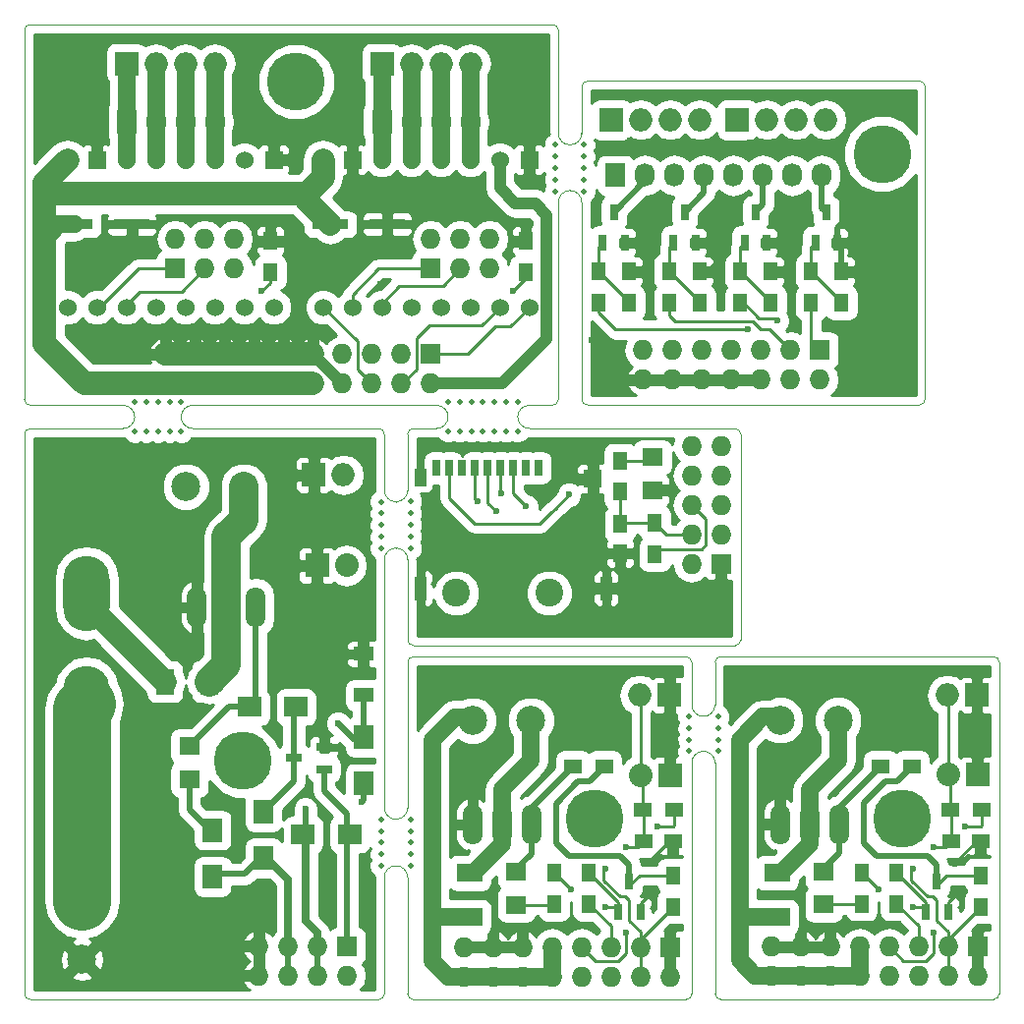
<source format=gtl>
%TF.GenerationSoftware,KiCad,Pcbnew,4.0.1-stable*%
%TF.CreationDate,2016-03-09T21:47:32+01:00*%
%TF.ProjectId,combined,636F6D62696E65642E6B696361645F70,Rev. A*%
%TF.FileFunction,Copper,L1,Top,Signal*%
%FSLAX46Y46*%
G04 Gerber Fmt 4.6, Leading zero omitted, Abs format (unit mm)*
G04 Created by KiCad (PCBNEW 4.0.1-stable) date 09.03.2016 21:47:32*
%MOMM*%
G01*
G04 APERTURE LIST*
%ADD10C,0.100000*%
%ADD11C,0.010000*%
%ADD12C,0.500000*%
%ADD13C,0.600000*%
%ADD14O,1.998980X1.998980*%
%ADD15R,1.998980X1.998980*%
%ADD16R,0.800100X1.400000*%
%ADD17R,1.300000X1.500000*%
%ADD18R,1.727200X2.032000*%
%ADD19O,1.727200X2.032000*%
%ADD20C,5.000000*%
%ADD21R,1.727200X1.727200*%
%ADD22O,1.727200X1.727200*%
%ADD23R,1.800860X1.597660*%
%ADD24R,1.600200X2.199640*%
%ADD25O,4.000000X6.500000*%
%ADD26C,2.500000*%
%ADD27R,2.032000X2.032000*%
%ADD28O,2.032000X2.032000*%
%ADD29O,1.699260X3.500120*%
%ADD30R,1.699260X1.249680*%
%ADD31R,1.700000X2.000000*%
%ADD32R,2.000000X1.700000*%
%ADD33R,1.400000X0.800100*%
%ADD34R,1.500000X1.250000*%
%ADD35R,1.500000X1.300000*%
%ADD36R,2.199640X1.600200*%
%ADD37R,1.250000X1.500000*%
%ADD38R,1.000000X2.000000*%
%ADD39R,0.700000X1.350000*%
%ADD40R,1.000000X1.500000*%
%ADD41R,1.600000X1.500000*%
%ADD42C,2.400000*%
%ADD43R,1.524000X1.524000*%
%ADD44C,1.524000*%
%ADD45R,3.098800X0.899160*%
%ADD46C,0.500000*%
%ADD47C,0.250000*%
%ADD48C,1.000000*%
%ADD49C,2.000000*%
%ADD50C,1.500000*%
%ADD51C,2.500000*%
%ADD52C,5.000000*%
%ADD53C,0.635000*%
%ADD54C,0.254000*%
G04 APERTURE END LIST*
D10*
D11*
X219670000Y-105415000D02*
X219670000Y-125300000D01*
X217670000Y-105415000D02*
X217670000Y-125310000D01*
X219670000Y-96760000D02*
X219670000Y-100415000D01*
X217670000Y-100415000D02*
X217670000Y-96770000D01*
X219670000Y-105415000D02*
G75*
G03X218670000Y-104415000I-1000000J0D01*
G01*
X218670000Y-104415000D02*
G75*
G03X217670000Y-105415000I0J-1000000D01*
G01*
X218670000Y-101415000D02*
G75*
G03X219670000Y-100415000I0J1000000D01*
G01*
X217670000Y-100415000D02*
G75*
G03X218670000Y-101415000I1000000J0D01*
G01*
X193180000Y-109280000D02*
X193180000Y-96770000D01*
X193180000Y-115280000D02*
G75*
G03X192180000Y-114280000I-1000000J0D01*
G01*
X192180000Y-114280000D02*
G75*
G03X191180000Y-115280000I0J-1000000D01*
G01*
X193180000Y-115280000D02*
X193180000Y-125310000D01*
X191180000Y-115280000D02*
X191180000Y-125310000D01*
X192180000Y-110280000D02*
G75*
G03X193180000Y-109280000I0J1000000D01*
G01*
X191180000Y-109280000D02*
X191180000Y-87905000D01*
X191180000Y-109280000D02*
G75*
G03X192180000Y-110280000I1000000J0D01*
G01*
X192180000Y-86905000D02*
X192185000Y-86905000D01*
X192180000Y-86905000D02*
G75*
G03X191180000Y-87905000I0J-1000000D01*
G01*
X193185000Y-87905000D02*
G75*
G03X192185000Y-86905000I-1000000J0D01*
G01*
X193185000Y-94810000D02*
X193185000Y-87905000D01*
X191180000Y-81925000D02*
X191180000Y-77110000D01*
X191180000Y-81925000D02*
G75*
G03X192180000Y-82925000I1000000J0D01*
G01*
X192185000Y-82925000D02*
X192180000Y-82925000D01*
X192185000Y-82925000D02*
G75*
G03X193185000Y-81925000I0J1000000D01*
G01*
X193185000Y-77115000D02*
X193185000Y-81925000D01*
X208180000Y-51180000D02*
X208180000Y-47170000D01*
X207180000Y-52180000D02*
G75*
G03X208180000Y-51180000I0J1000000D01*
G01*
X207180000Y-52180000D02*
X207170000Y-52180000D01*
X206170000Y-51180000D02*
G75*
G03X207170000Y-52180000I1000000J0D01*
G01*
X206170000Y-42310000D02*
X206170000Y-51180000D01*
X208180000Y-57110000D02*
X208180000Y-74090000D01*
X207170000Y-56110000D02*
X207180000Y-56110000D01*
X208180000Y-57110000D02*
G75*
G03X207180000Y-56110000I-1000000J0D01*
G01*
X207170000Y-56110000D02*
G75*
G03X206170000Y-57110000I0J-1000000D01*
G01*
X206170000Y-57110000D02*
X206170000Y-74110000D01*
X203670000Y-76610000D02*
X221390000Y-76610000D01*
X174670000Y-76610000D02*
X190680000Y-76610000D01*
X173670000Y-75610000D02*
G75*
G03X174670000Y-76610000I1000000J0D01*
G01*
X174670000Y-74610000D02*
G75*
G03X173670000Y-75610000I0J-1000000D01*
G01*
X174670000Y-74610000D02*
X195670000Y-74610000D01*
X202670000Y-75610000D02*
G75*
G03X203670000Y-76610000I1000000J0D01*
G01*
X203670000Y-74610000D02*
G75*
G03X202670000Y-75610000I0J-1000000D01*
G01*
X196670000Y-75610000D02*
G75*
G03X195670000Y-74610000I-1000000J0D01*
G01*
X195670000Y-76610000D02*
G75*
G03X196670000Y-75610000I0J1000000D01*
G01*
X205670000Y-74610000D02*
X203670000Y-74610000D01*
X193680000Y-76610000D02*
X195670000Y-76610000D01*
X168670000Y-76610000D02*
X160680000Y-76610000D01*
X168670000Y-76610000D02*
G75*
G03X169670000Y-75610000I0J1000000D01*
G01*
X169670000Y-75610000D02*
G75*
G03X168670000Y-74610000I-1000000J0D01*
G01*
X160670000Y-74610000D02*
X168670000Y-74610000D01*
X208680000Y-74585000D02*
X237270000Y-74585000D01*
X237770000Y-47175000D02*
X237770000Y-74085000D01*
X208680000Y-46675000D02*
X237270000Y-46675000D01*
X208180000Y-74085000D02*
G75*
G03X208680000Y-74585000I500000J0D01*
G01*
X208680000Y-46675000D02*
G75*
G03X208180000Y-47175000I0J-500000D01*
G01*
X237770000Y-47175000D02*
G75*
G03X237270000Y-46675000I-500000J0D01*
G01*
X237270000Y-74585000D02*
G75*
G03X237770000Y-74085000I0J500000D01*
G01*
X190680000Y-125810000D02*
G75*
G03X191180000Y-125310000I0J500000D01*
G01*
X160180000Y-125310000D02*
G75*
G03X160680000Y-125810000I500000J0D01*
G01*
X160680000Y-76610000D02*
G75*
G03X160180000Y-77110000I0J-500000D01*
G01*
X191180000Y-77110000D02*
G75*
G03X190680000Y-76610000I-500000J0D01*
G01*
X160180000Y-125310000D02*
X160180000Y-77110000D01*
X190680000Y-125810000D02*
X160680000Y-125810000D01*
X193180000Y-125310000D02*
G75*
G03X193680000Y-125810000I500000J0D01*
G01*
X193680000Y-96270000D02*
G75*
G03X193180000Y-96770000I0J-500000D01*
G01*
X217670000Y-96770000D02*
G75*
G03X217170000Y-96270000I-500000J0D01*
G01*
X217170000Y-125810000D02*
G75*
G03X217670000Y-125310000I0J500000D01*
G01*
X193680000Y-125810000D02*
X217170000Y-125810000D01*
X217170000Y-96270000D02*
X193680000Y-96270000D01*
X221385000Y-95310000D02*
G75*
G03X221885000Y-94810000I0J500000D01*
G01*
X221885000Y-77110000D02*
G75*
G03X221385000Y-76610000I-500000J0D01*
G01*
X193685000Y-76610000D02*
G75*
G03X193185000Y-77110000I0J-500000D01*
G01*
X193185000Y-94810000D02*
G75*
G03X193685000Y-95310000I500000J0D01*
G01*
X221385000Y-95310000D02*
X193685000Y-95310000D01*
X221885000Y-77110000D02*
X221885000Y-94810000D01*
X219670000Y-125300000D02*
G75*
G03X220170000Y-125800000I500000J0D01*
G01*
X220170000Y-96260000D02*
G75*
G03X219670000Y-96760000I0J-500000D01*
G01*
X244160000Y-96760000D02*
G75*
G03X243660000Y-96260000I-500000J0D01*
G01*
X243660000Y-125800000D02*
G75*
G03X244160000Y-125300000I0J500000D01*
G01*
X220170000Y-125800000D02*
X243660000Y-125800000D01*
X243660000Y-96260000D02*
X220170000Y-96260000D01*
X244160000Y-125300000D02*
X244160000Y-96760000D01*
X160670000Y-41810000D02*
G75*
G03X160170000Y-42310000I0J-500000D01*
G01*
X206170000Y-42310000D02*
G75*
G03X205670000Y-41810000I-500000J0D01*
G01*
X205670000Y-74610000D02*
G75*
G03X206170000Y-74110000I0J500000D01*
G01*
X160170000Y-74110000D02*
G75*
G03X160670000Y-74610000I500000J0D01*
G01*
X160170000Y-42310000D02*
X160170000Y-74110000D01*
X205670000Y-41810000D02*
X160670000Y-41810000D01*
D12*
X219920000Y-104415000D03*
X219920000Y-103415000D03*
X219920000Y-102415000D03*
X219920000Y-101415000D03*
X217420000Y-104415000D03*
X217420000Y-103415000D03*
X217420000Y-102415000D03*
X217420000Y-101415000D03*
X193430000Y-114280000D03*
X193430000Y-113280000D03*
X193430000Y-112280000D03*
X193430000Y-111280000D03*
X193430000Y-110280000D03*
X190930000Y-114280000D03*
X190930000Y-113280000D03*
X190930000Y-112280000D03*
X190930000Y-111280000D03*
X190930000Y-110280000D03*
X193435000Y-86905000D03*
X193435000Y-85905000D03*
X193435000Y-84905000D03*
X193435000Y-83905000D03*
X193435000Y-82905000D03*
X190930000Y-86925000D03*
X190930000Y-85925000D03*
X190930000Y-84925000D03*
X190930000Y-83925000D03*
X190930000Y-82925000D03*
X208350000Y-56180000D03*
X208350000Y-55180000D03*
X208350000Y-54180000D03*
X208350000Y-53180000D03*
X208350000Y-52180000D03*
X205920000Y-56180000D03*
X205920000Y-55180000D03*
X205920000Y-54180000D03*
X205920000Y-53180000D03*
X205920000Y-52180000D03*
X202670000Y-76830000D03*
X201670000Y-76830000D03*
X200670000Y-76830000D03*
X199670000Y-76830000D03*
X198670000Y-76830000D03*
X197670000Y-76830000D03*
X196670000Y-76830000D03*
X202670000Y-74360000D03*
X201670000Y-74360000D03*
X200670000Y-74360000D03*
X199670000Y-74360000D03*
X198670000Y-74360000D03*
X197670000Y-74360000D03*
X196670000Y-74360000D03*
X173670000Y-76860000D03*
X172670000Y-76860000D03*
X171670000Y-76860000D03*
X170670000Y-76860000D03*
X169670000Y-76860000D03*
X173670000Y-74360000D03*
X172670000Y-74360000D03*
X171670000Y-74360000D03*
X170670000Y-74360000D03*
D13*
X213700000Y-57455000D03*
X212350000Y-51830000D03*
X214775000Y-51930000D03*
X217550000Y-51980000D03*
X219925000Y-51980000D03*
X222650000Y-51980000D03*
X225200000Y-51855000D03*
X228075000Y-51805000D03*
X210950000Y-73005000D03*
X209450000Y-73005000D03*
X210950000Y-71505000D03*
X209450000Y-71505000D03*
X210950000Y-70005000D03*
X209450000Y-70005000D03*
X235700000Y-65705000D03*
X234100000Y-65605000D03*
X225340000Y-47905000D03*
X219700000Y-47985000D03*
X214160000Y-48055000D03*
X232500000Y-69155000D03*
X235500000Y-69155000D03*
X209470000Y-58735000D03*
X213980000Y-65735000D03*
X220060000Y-64485000D03*
X227420000Y-58615000D03*
X230650000Y-57105000D03*
D14*
X229210000Y-50005000D03*
D15*
X221590000Y-50005000D03*
D14*
X224130000Y-50005000D03*
X226670000Y-50005000D03*
X218360000Y-50005000D03*
D15*
X210740000Y-50005000D03*
D14*
X213280000Y-50005000D03*
X215820000Y-50005000D03*
D16*
X216100000Y-60580000D03*
X218000000Y-60580000D03*
X217050000Y-57980000D03*
X228300000Y-60605000D03*
X230200000Y-60605000D03*
X229250000Y-58005000D03*
X222200000Y-60580000D03*
X224100000Y-60580000D03*
X223150000Y-57980000D03*
X210000000Y-60580000D03*
X211900000Y-60580000D03*
X210950000Y-57980000D03*
D17*
X215750000Y-65780000D03*
X215750000Y-63080000D03*
X227950000Y-65780000D03*
X227950000Y-63080000D03*
X218350000Y-65780000D03*
X218350000Y-63080000D03*
X230550000Y-65780000D03*
X230550000Y-63080000D03*
X221850000Y-65780000D03*
X221850000Y-63080000D03*
X209650000Y-65780000D03*
X209650000Y-63080000D03*
X224450000Y-65780000D03*
X224450000Y-63080000D03*
X212250000Y-65780000D03*
X212250000Y-63080000D03*
D18*
X211100000Y-54805000D03*
D19*
X213640000Y-54805000D03*
X216180000Y-54805000D03*
X218720000Y-54805000D03*
X221260000Y-54805000D03*
X223800000Y-54805000D03*
X226340000Y-54805000D03*
X228880000Y-54805000D03*
D13*
X209050000Y-68955000D03*
D20*
X234070000Y-52955000D03*
D21*
X228700000Y-69855000D03*
D22*
X228700000Y-72395000D03*
X226160000Y-69855000D03*
X226160000Y-72395000D03*
X223620000Y-69855000D03*
X223620000Y-72395000D03*
X221080000Y-69855000D03*
X221080000Y-72395000D03*
X218540000Y-69855000D03*
X218540000Y-72395000D03*
X216000000Y-69855000D03*
X216000000Y-72395000D03*
X213460000Y-69855000D03*
X213460000Y-72395000D03*
D13*
X186380000Y-116210000D03*
X189480000Y-115010000D03*
X178280000Y-122810000D03*
X176780000Y-122810000D03*
X175280000Y-122810000D03*
X178280000Y-121310000D03*
X176780000Y-121310000D03*
X175280000Y-121310000D03*
X178280000Y-119810000D03*
X176780000Y-119810000D03*
X175280000Y-119810000D03*
X178280000Y-118310000D03*
X176780000Y-118310000D03*
X175280000Y-118310000D03*
X185280000Y-95810000D03*
X186280000Y-93310000D03*
X185880000Y-91610000D03*
X165780000Y-82310000D03*
X164280000Y-82310000D03*
X162780000Y-82310000D03*
X165780000Y-80810000D03*
X164280000Y-80810000D03*
X162780000Y-80810000D03*
X165780000Y-79310000D03*
X164280000Y-79310000D03*
X162780000Y-79310000D03*
X182280000Y-85810000D03*
X182280000Y-84310000D03*
X182280000Y-82810000D03*
X173780000Y-122810000D03*
X172280000Y-122810000D03*
X170780000Y-122810000D03*
X173780000Y-121310000D03*
X172280000Y-121310000D03*
X170780000Y-121310000D03*
X173780000Y-119810000D03*
X172280000Y-119810000D03*
X170780000Y-119810000D03*
X173780000Y-118310000D03*
X172280000Y-118310000D03*
X170780000Y-118310000D03*
X173780000Y-116810000D03*
X172280000Y-116810000D03*
X170780000Y-116810000D03*
X173780000Y-115310000D03*
X172280000Y-115310000D03*
X170780000Y-115310000D03*
X173780000Y-113810000D03*
X172280000Y-113810000D03*
X170780000Y-113810000D03*
X173780000Y-112310000D03*
X172280000Y-112310000D03*
D23*
X174380000Y-106829860D03*
X174380000Y-103990140D03*
D24*
X172280080Y-98410000D03*
X176079920Y-98410000D03*
D25*
X165530000Y-100310000D03*
X165530000Y-90810000D03*
D26*
X165130000Y-117360000D03*
X165130000Y-122360000D03*
D14*
X187650000Y-80610000D03*
D15*
X185110000Y-80610000D03*
D27*
X185380000Y-88410000D03*
D28*
X187920000Y-88410000D03*
D26*
X179080000Y-81610000D03*
X174080000Y-81610000D03*
D29*
X177580000Y-92010000D03*
X180120000Y-92010000D03*
X175040000Y-92010000D03*
D30*
X189380000Y-99585460D03*
X189380000Y-96034540D03*
D31*
X189380000Y-103210000D03*
X189380000Y-107210000D03*
D32*
X188180000Y-111610000D03*
X184180000Y-111610000D03*
D31*
X180780000Y-109610000D03*
X180780000Y-113610000D03*
D32*
X183580000Y-100610000D03*
X179580000Y-100610000D03*
D31*
X176380000Y-111210000D03*
X176380000Y-115210000D03*
D20*
X178980000Y-105210000D03*
D33*
X185980000Y-105960000D03*
X185980000Y-104060000D03*
X183380000Y-105010000D03*
D13*
X170780000Y-112310000D03*
D21*
X187980000Y-121210000D03*
D22*
X187980000Y-123750000D03*
X185440000Y-121210000D03*
X185440000Y-123750000D03*
X182900000Y-121210000D03*
X182900000Y-123750000D03*
X180360000Y-121210000D03*
X180360000Y-123750000D03*
D13*
X216290000Y-103710000D03*
X216290000Y-102210000D03*
X214790000Y-102210000D03*
X199290000Y-106710000D03*
X197790000Y-106710000D03*
X200790000Y-105210000D03*
X199290000Y-105210000D03*
X197790000Y-105210000D03*
X210290000Y-98210000D03*
X208790000Y-98210000D03*
X207290000Y-98210000D03*
X205790000Y-98210000D03*
X204290000Y-98210000D03*
X202790000Y-98210000D03*
X201290000Y-98210000D03*
X199790000Y-98210000D03*
X198290000Y-98210000D03*
D34*
X213540000Y-112210000D03*
X216040000Y-112210000D03*
D23*
X202540000Y-117629860D03*
X202540000Y-114790140D03*
D27*
X215790000Y-106460000D03*
D28*
X213250000Y-106460000D03*
D29*
X201330000Y-110730000D03*
X203870000Y-110730000D03*
X198790000Y-110730000D03*
D35*
X213440000Y-109460000D03*
X216140000Y-109460000D03*
D17*
X208790000Y-114860000D03*
X208790000Y-117560000D03*
X216040000Y-115110000D03*
X216040000Y-117810000D03*
D35*
X210140000Y-105710000D03*
X207440000Y-105710000D03*
D17*
X205790000Y-117560000D03*
X205790000Y-114860000D03*
D14*
X213195000Y-99585000D03*
D15*
X215735000Y-99585000D03*
D36*
X198560000Y-118689920D03*
X198560000Y-114890080D03*
D26*
X198790000Y-101760000D03*
X203790000Y-101760000D03*
D20*
X209290000Y-110210000D03*
D16*
X211340000Y-118260000D03*
X213240000Y-118260000D03*
X212290000Y-115660000D03*
D13*
X196790000Y-98210000D03*
D21*
X215780000Y-121270000D03*
D22*
X215780000Y-123810000D03*
X213240000Y-121270000D03*
X213240000Y-123810000D03*
X210700000Y-121270000D03*
X210700000Y-123810000D03*
X208160000Y-121270000D03*
X208160000Y-123810000D03*
X205620000Y-121270000D03*
X205620000Y-123810000D03*
X203080000Y-121270000D03*
X203080000Y-123810000D03*
X200540000Y-121270000D03*
X200540000Y-123810000D03*
X198000000Y-121270000D03*
X198000000Y-123810000D03*
D13*
X206835000Y-80760000D03*
X207185000Y-87210000D03*
X207685000Y-84610000D03*
X207835000Y-77860000D03*
X205835000Y-77860000D03*
X202085000Y-88610000D03*
X202085000Y-90610000D03*
X202085000Y-92610000D03*
X200085000Y-88610000D03*
X200085000Y-90610000D03*
X200085000Y-92610000D03*
X216585000Y-91110000D03*
X216585000Y-93110000D03*
X214585000Y-90710000D03*
X214585000Y-92110000D03*
X212585000Y-91710000D03*
D37*
X211485000Y-84860000D03*
X211485000Y-87360000D03*
D38*
X210285000Y-90385000D03*
D39*
X203385000Y-80010000D03*
X202285000Y-80010000D03*
X201185000Y-80010000D03*
X200085000Y-80010000D03*
X198985000Y-80010000D03*
X197885000Y-80010000D03*
X196785000Y-80010000D03*
X195685000Y-80010000D03*
X204485000Y-80010000D03*
D40*
X194260000Y-80835000D03*
D38*
X194285000Y-90385000D03*
D41*
X209135000Y-80935000D03*
D42*
X197385000Y-90785000D03*
X205385000Y-90785000D03*
D23*
X214285000Y-79090140D03*
X214285000Y-81929860D03*
D21*
X220185000Y-88260000D03*
D22*
X217645000Y-88260000D03*
X220185000Y-85720000D03*
X217645000Y-85720000D03*
X220185000Y-83180000D03*
X217645000Y-83180000D03*
X220185000Y-80640000D03*
X217645000Y-80640000D03*
X220185000Y-78100000D03*
X217645000Y-78100000D03*
D17*
X214485000Y-87460000D03*
X214485000Y-84760000D03*
X211485000Y-82060000D03*
X211485000Y-79360000D03*
D13*
X212585000Y-93110000D03*
X242780000Y-103700000D03*
X242780000Y-102200000D03*
X241280000Y-102200000D03*
X225780000Y-106700000D03*
X224280000Y-106700000D03*
X227280000Y-105200000D03*
X225780000Y-105200000D03*
X224280000Y-105200000D03*
X236780000Y-98200000D03*
X235280000Y-98200000D03*
X233780000Y-98200000D03*
X232280000Y-98200000D03*
X230780000Y-98200000D03*
X229280000Y-98200000D03*
X227780000Y-98200000D03*
X226280000Y-98200000D03*
X224780000Y-98200000D03*
D34*
X240030000Y-112200000D03*
X242530000Y-112200000D03*
D23*
X229030000Y-117619860D03*
X229030000Y-114780140D03*
D27*
X242280000Y-106450000D03*
D28*
X239740000Y-106450000D03*
D29*
X227820000Y-110720000D03*
X230360000Y-110720000D03*
X225280000Y-110720000D03*
D35*
X239930000Y-109450000D03*
X242630000Y-109450000D03*
D17*
X235280000Y-114850000D03*
X235280000Y-117550000D03*
X242530000Y-115100000D03*
X242530000Y-117800000D03*
D35*
X236630000Y-105700000D03*
X233930000Y-105700000D03*
D17*
X232280000Y-117550000D03*
X232280000Y-114850000D03*
D14*
X239685000Y-99575000D03*
D15*
X242225000Y-99575000D03*
D36*
X225050000Y-118679920D03*
X225050000Y-114880080D03*
D26*
X225280000Y-101750000D03*
X230280000Y-101750000D03*
D20*
X235780000Y-110200000D03*
D16*
X237830000Y-118250000D03*
X239730000Y-118250000D03*
X238780000Y-115650000D03*
D13*
X223280000Y-98200000D03*
D21*
X242270000Y-121260000D03*
D22*
X242270000Y-123800000D03*
X239730000Y-121260000D03*
X239730000Y-123800000D03*
X237190000Y-121260000D03*
X237190000Y-123800000D03*
X234650000Y-121260000D03*
X234650000Y-123800000D03*
X232110000Y-121260000D03*
X232110000Y-123800000D03*
X229570000Y-121260000D03*
X229570000Y-123800000D03*
X227030000Y-121260000D03*
X227030000Y-123800000D03*
X224490000Y-121260000D03*
X224490000Y-123800000D03*
D13*
X202470000Y-58710000D03*
X190870000Y-64160000D03*
X172720000Y-67960000D03*
X185220000Y-62760000D03*
X204270000Y-45310000D03*
X202770000Y-45310000D03*
X201270000Y-45310000D03*
X204270000Y-43810000D03*
X202770000Y-43810000D03*
X201270000Y-43810000D03*
X186770000Y-50810000D03*
X185270000Y-50810000D03*
X183770000Y-50810000D03*
X182270000Y-50810000D03*
X180770000Y-50810000D03*
D14*
X198580000Y-45160000D03*
D15*
X190960000Y-45160000D03*
D14*
X193500000Y-45160000D03*
X196040000Y-45160000D03*
X176580000Y-45160000D03*
D15*
X168960000Y-45160000D03*
D14*
X171500000Y-45160000D03*
X174040000Y-45160000D03*
D18*
X190970000Y-50210000D03*
D19*
X193510000Y-50210000D03*
X196050000Y-50210000D03*
X198590000Y-50210000D03*
D18*
X168970000Y-50210000D03*
D19*
X171510000Y-50210000D03*
X174050000Y-50210000D03*
X176590000Y-50210000D03*
D21*
X195170000Y-62810000D03*
D22*
X195170000Y-60270000D03*
X197710000Y-62810000D03*
X197710000Y-60270000D03*
X200250000Y-62810000D03*
X200250000Y-60270000D03*
D21*
X173170000Y-62810000D03*
D22*
X173170000Y-60270000D03*
X175710000Y-62810000D03*
X175710000Y-60270000D03*
X178250000Y-62810000D03*
X178250000Y-60270000D03*
D17*
X203370000Y-63160000D03*
X203370000Y-60460000D03*
X181370000Y-63160000D03*
X181370000Y-60460000D03*
D43*
X203660000Y-53460000D03*
D44*
X201120000Y-53460000D03*
X198580000Y-53460000D03*
X196040000Y-53460000D03*
X193500000Y-53460000D03*
X190960000Y-53460000D03*
D43*
X188420000Y-53460000D03*
D44*
X185880000Y-53460000D03*
X185880000Y-66160000D03*
X188420000Y-66160000D03*
X190960000Y-66160000D03*
X193500000Y-66160000D03*
X196040000Y-66160000D03*
X198580000Y-66160000D03*
X201120000Y-66160000D03*
X203660000Y-66160000D03*
D43*
X181660000Y-53460000D03*
D44*
X179120000Y-53460000D03*
X176580000Y-53460000D03*
X174040000Y-53460000D03*
X171500000Y-53460000D03*
X168960000Y-53460000D03*
D43*
X166420000Y-53460000D03*
D44*
X163880000Y-53460000D03*
X163880000Y-66160000D03*
X166420000Y-66160000D03*
X168960000Y-66160000D03*
X171500000Y-66160000D03*
X174040000Y-66160000D03*
X176580000Y-66160000D03*
X179120000Y-66160000D03*
X181660000Y-66160000D03*
D20*
X183570000Y-46710000D03*
D45*
X164518900Y-59010000D03*
X169421100Y-59010000D03*
X186518900Y-59010000D03*
X191421100Y-59010000D03*
D13*
X179270000Y-50810000D03*
D21*
X195170000Y-70210000D03*
D22*
X195170000Y-72750000D03*
X192630000Y-70210000D03*
X192630000Y-72750000D03*
X190090000Y-70210000D03*
X190090000Y-72750000D03*
X187550000Y-70210000D03*
X187550000Y-72750000D03*
X185010000Y-70210000D03*
X185010000Y-72750000D03*
X182470000Y-70210000D03*
X182470000Y-72750000D03*
X179930000Y-70210000D03*
X179930000Y-72750000D03*
X177390000Y-70210000D03*
X177390000Y-72750000D03*
X174850000Y-70210000D03*
X174850000Y-72750000D03*
X172310000Y-70210000D03*
X172310000Y-72750000D03*
D12*
X169670000Y-74360000D03*
D13*
X187180000Y-102010000D03*
X213890000Y-114110000D03*
X213990000Y-116710000D03*
X240380000Y-114100000D03*
X240480000Y-116700000D03*
X213970000Y-63655000D03*
X230690000Y-58825000D03*
X220050000Y-60945000D03*
X226150000Y-60335000D03*
X210190000Y-114510000D03*
X207290000Y-116310000D03*
X236680000Y-114500000D03*
X233780000Y-116300000D03*
X189180000Y-108810000D03*
X184380000Y-109410000D03*
X200785000Y-83710000D03*
X214690000Y-110910000D03*
X241180000Y-110900000D03*
X211990000Y-112710000D03*
X211990000Y-120010000D03*
X238480000Y-112700000D03*
X238480000Y-120000000D03*
X210190000Y-117810000D03*
X236680000Y-117800000D03*
X222490000Y-68055000D03*
X225020000Y-67335000D03*
X202270000Y-64785000D03*
X180620000Y-64785000D03*
X203385000Y-83310000D03*
X201285000Y-82210000D03*
X199185000Y-82910000D03*
X207085000Y-82310000D03*
D46*
X189380000Y-103434540D02*
X189380000Y-99585460D01*
X187180000Y-102010000D02*
X188604540Y-103434540D01*
X188604540Y-103434540D02*
X189380000Y-103434540D01*
D47*
X216040000Y-112210000D02*
X215690000Y-112210000D01*
X215690000Y-112210000D02*
X213890000Y-114010000D01*
X213890000Y-114010000D02*
X213890000Y-114110000D01*
X213240000Y-117960760D02*
X213240000Y-117460000D01*
X213240000Y-117460000D02*
X213990000Y-116710000D01*
D48*
X187550000Y-72750000D02*
X185010000Y-70210000D01*
D49*
X174850000Y-70210000D02*
X172310000Y-70210000D01*
X177390000Y-70210000D02*
X174850000Y-70210000D01*
X179930000Y-70210000D02*
X177390000Y-70210000D01*
X182470000Y-70210000D02*
X179930000Y-70210000D01*
X185010000Y-70210000D02*
X183770000Y-70210000D01*
X183770000Y-70210000D02*
X182470000Y-70210000D01*
D47*
X242530000Y-112200000D02*
X242180000Y-112200000D01*
X242180000Y-112200000D02*
X240380000Y-114000000D01*
X240380000Y-114000000D02*
X240380000Y-114100000D01*
X239730000Y-117950760D02*
X239730000Y-117450000D01*
X239730000Y-117450000D02*
X240480000Y-116700000D01*
D46*
X212250000Y-63080000D02*
X213395000Y-63080000D01*
X213395000Y-63080000D02*
X213970000Y-63655000D01*
X230200000Y-60605000D02*
X230200000Y-59315000D01*
X230200000Y-59315000D02*
X230690000Y-58825000D01*
X218350000Y-63080000D02*
X219175000Y-63080000D01*
X219175000Y-63080000D02*
X220050000Y-62205000D01*
X220050000Y-62205000D02*
X220050000Y-60945000D01*
X226150000Y-60335000D02*
X225905000Y-60580000D01*
X225905000Y-60580000D02*
X224100000Y-60580000D01*
X230550000Y-63080000D02*
X230550000Y-60955000D01*
X230550000Y-60955000D02*
X230200000Y-60605000D01*
X174380000Y-106829860D02*
X174380000Y-109434540D01*
X174380000Y-109434540D02*
X176380000Y-111434540D01*
D47*
X211485000Y-79360000D02*
X214015140Y-79360000D01*
X214015140Y-79360000D02*
X214285000Y-79090140D01*
X202540000Y-117629860D02*
X205720140Y-117629860D01*
X205720140Y-117629860D02*
X205790000Y-117560000D01*
X229030000Y-117619860D02*
X232210140Y-117619860D01*
X232210140Y-117619860D02*
X232280000Y-117550000D01*
D46*
X179580000Y-100610000D02*
X177760140Y-100610000D01*
X177760140Y-100610000D02*
X174380000Y-103990140D01*
X179580000Y-100610000D02*
X180120000Y-100070000D01*
X180120000Y-100070000D02*
X180120000Y-92010000D01*
X203870000Y-110730000D02*
X203870000Y-109280000D01*
X203870000Y-109280000D02*
X207440000Y-105710000D01*
X203870000Y-110730000D02*
X203870000Y-109530000D01*
X202540000Y-114790140D02*
X202540000Y-114560000D01*
X202540000Y-114560000D02*
X203870000Y-113230000D01*
X203870000Y-113230000D02*
X203870000Y-110730000D01*
X230360000Y-110720000D02*
X230360000Y-109270000D01*
X230360000Y-109270000D02*
X233930000Y-105700000D01*
X230360000Y-110720000D02*
X230360000Y-109520000D01*
X229030000Y-114780140D02*
X229030000Y-114550000D01*
X229030000Y-114550000D02*
X230360000Y-113220000D01*
X230360000Y-113220000D02*
X230360000Y-110720000D01*
D49*
X172280080Y-98410000D02*
X165530000Y-91659920D01*
X165530000Y-91659920D02*
X165530000Y-90810000D01*
D50*
X198560000Y-118689920D02*
X195519920Y-118689920D01*
X195519920Y-118689920D02*
X195290000Y-118460000D01*
X198790000Y-101460000D02*
X197290000Y-101460000D01*
X197290000Y-101460000D02*
X195290000Y-103460000D01*
X195290000Y-103460000D02*
X195290000Y-118460000D01*
X195290000Y-118460000D02*
X195290000Y-122460000D01*
X195290000Y-122460000D02*
X196640000Y-123810000D01*
X196640000Y-123810000D02*
X198000000Y-123810000D01*
X198000000Y-123810000D02*
X200540000Y-123810000D01*
X205620000Y-123810000D02*
X205620000Y-121270000D01*
X203080000Y-123810000D02*
X205620000Y-123810000D01*
X200540000Y-123810000D02*
X203080000Y-123810000D01*
X198000000Y-123810000D02*
X200540000Y-123810000D01*
D49*
X185010000Y-72750000D02*
X184120000Y-72750000D01*
X182470000Y-72750000D02*
X184120000Y-72750000D01*
X179930000Y-72750000D02*
X182470000Y-72750000D01*
X177390000Y-72750000D02*
X179930000Y-72750000D01*
X174850000Y-72750000D02*
X177390000Y-72750000D01*
X172310000Y-72750000D02*
X174850000Y-72750000D01*
X184470000Y-56410000D02*
X184470000Y-56961100D01*
X184470000Y-56961100D02*
X186518900Y-59010000D01*
X185880000Y-53460000D02*
X185880000Y-55000000D01*
X185880000Y-55000000D02*
X184470000Y-56410000D01*
X184470000Y-56410000D02*
X161870000Y-56410000D01*
D50*
X164518900Y-59010000D02*
X163170000Y-59010000D01*
X163170000Y-59010000D02*
X161870000Y-60310000D01*
D49*
X161870000Y-56410000D02*
X161870000Y-55470000D01*
X161870000Y-55470000D02*
X163880000Y-53460000D01*
X172310000Y-72750000D02*
X165310000Y-72750000D01*
X165310000Y-72750000D02*
X161870000Y-69310000D01*
X161870000Y-69310000D02*
X161870000Y-60310000D01*
X161870000Y-60310000D02*
X161870000Y-56410000D01*
X161870000Y-56410000D02*
X161870000Y-56310000D01*
D50*
X225050000Y-118679920D02*
X222009920Y-118679920D01*
X222009920Y-118679920D02*
X221780000Y-118450000D01*
X225280000Y-101450000D02*
X223780000Y-101450000D01*
X223780000Y-101450000D02*
X221780000Y-103450000D01*
X221780000Y-103450000D02*
X221780000Y-118450000D01*
X221780000Y-118450000D02*
X221780000Y-122450000D01*
X221780000Y-122450000D02*
X223130000Y-123800000D01*
X223130000Y-123800000D02*
X224490000Y-123800000D01*
X224490000Y-123800000D02*
X227030000Y-123800000D01*
X232110000Y-123800000D02*
X232110000Y-121260000D01*
X229570000Y-123800000D02*
X232110000Y-123800000D01*
X227030000Y-123800000D02*
X229570000Y-123800000D01*
X224490000Y-123800000D02*
X227030000Y-123800000D01*
D51*
X177580000Y-92010000D02*
X177580000Y-85960000D01*
X177580000Y-85960000D02*
X179080000Y-84460000D01*
X179080000Y-84460000D02*
X179080000Y-81610000D01*
X176079920Y-98410000D02*
X177580000Y-96909920D01*
X177580000Y-96909920D02*
X177580000Y-92010000D01*
D50*
X198560000Y-114890080D02*
X198859920Y-114890080D01*
X198859920Y-114890080D02*
X201330000Y-112420000D01*
X201330000Y-112420000D02*
X201330000Y-110730000D01*
X201330000Y-110730000D02*
X201330000Y-107670000D01*
X201330000Y-107670000D02*
X203790000Y-105210000D01*
X203790000Y-105210000D02*
X203790000Y-101460000D01*
X225050000Y-114880080D02*
X225349920Y-114880080D01*
X225349920Y-114880080D02*
X227820000Y-112410000D01*
X227820000Y-112410000D02*
X227820000Y-110720000D01*
X227820000Y-110720000D02*
X227820000Y-107660000D01*
X227820000Y-107660000D02*
X230280000Y-105200000D01*
X230280000Y-105200000D02*
X230280000Y-101450000D01*
D52*
X165130000Y-117360000D02*
X165130000Y-100710000D01*
X165130000Y-100710000D02*
X165530000Y-100310000D01*
D46*
X182900000Y-123750000D02*
X182900000Y-121210000D01*
X176380000Y-114985460D02*
X179180000Y-114985460D01*
X179180000Y-114985460D02*
X180780000Y-113385460D01*
D53*
X182900000Y-121210000D02*
X182900000Y-115505460D01*
X182900000Y-115505460D02*
X180780000Y-113385460D01*
D47*
X182900000Y-121210000D02*
X182780000Y-121090000D01*
X212290000Y-117510000D02*
X212290000Y-117260000D01*
X212290000Y-119010000D02*
X212290000Y-117510000D01*
X213240000Y-119960000D02*
X212290000Y-119010000D01*
X213240000Y-121270000D02*
X213240000Y-119960000D01*
X210090000Y-114610000D02*
X210090000Y-115310000D01*
X210190000Y-114510000D02*
X210090000Y-114610000D01*
X207290000Y-116310000D02*
X205840000Y-114860000D01*
X210090000Y-115523602D02*
X210090000Y-115310000D01*
X211483199Y-116916801D02*
X210090000Y-115523602D01*
X211946801Y-116916801D02*
X211483199Y-116916801D01*
X212290000Y-117260000D02*
X211946801Y-116916801D01*
X205790000Y-114860000D02*
X205840000Y-114860000D01*
X213240000Y-121270000D02*
X213240000Y-120610000D01*
X213240000Y-120610000D02*
X216040000Y-117810000D01*
X213240000Y-123810000D02*
X213240000Y-121270000D01*
X238780000Y-117500000D02*
X238780000Y-117250000D01*
X238780000Y-119000000D02*
X238780000Y-117500000D01*
X239730000Y-119950000D02*
X238780000Y-119000000D01*
X239730000Y-121260000D02*
X239730000Y-119950000D01*
X236580000Y-114600000D02*
X236580000Y-115300000D01*
X236680000Y-114500000D02*
X236580000Y-114600000D01*
X233780000Y-116300000D02*
X232330000Y-114850000D01*
X236580000Y-115513602D02*
X236580000Y-115300000D01*
X237973199Y-116906801D02*
X236580000Y-115513602D01*
X238436801Y-116906801D02*
X237973199Y-116906801D01*
X238780000Y-117250000D02*
X238436801Y-116906801D01*
X232280000Y-114850000D02*
X232330000Y-114850000D01*
X239730000Y-121260000D02*
X239730000Y-120600000D01*
X239730000Y-120600000D02*
X242530000Y-117800000D01*
X239730000Y-123800000D02*
X239730000Y-121260000D01*
D46*
X185440000Y-123750000D02*
X185440000Y-121210000D01*
X184404540Y-111610000D02*
X184404540Y-109634540D01*
X189380000Y-108610000D02*
X189380000Y-106985460D01*
X189180000Y-108810000D02*
X189380000Y-108610000D01*
X184380000Y-109610000D02*
X184380000Y-109410000D01*
X184404540Y-109634540D02*
X184380000Y-109610000D01*
D53*
X184404540Y-111610000D02*
X184404540Y-119034540D01*
X185440000Y-120070000D02*
X185440000Y-121210000D01*
X184404540Y-119034540D02*
X185440000Y-120070000D01*
D47*
X185440000Y-123750000D02*
X185440000Y-123670000D01*
X200085000Y-83010000D02*
X200085000Y-80010000D01*
X200785000Y-83710000D02*
X200085000Y-83010000D01*
X211485000Y-84860000D02*
X211485000Y-82060000D01*
X214485000Y-84760000D02*
X211585000Y-84760000D01*
X211585000Y-84760000D02*
X211485000Y-84860000D01*
X217745000Y-85770000D02*
X215495000Y-85770000D01*
X215495000Y-85770000D02*
X214485000Y-84760000D01*
X216140000Y-110810000D02*
X216140000Y-109460000D01*
X214690000Y-110910000D02*
X216040000Y-110910000D01*
X216040000Y-110910000D02*
X216140000Y-110810000D01*
X210700000Y-121270000D02*
X210700000Y-119470000D01*
X210700000Y-119470000D02*
X208790000Y-117560000D01*
D48*
X204170000Y-57210000D02*
X202470000Y-57210000D01*
X202470000Y-57210000D02*
X201120000Y-55860000D01*
X201120000Y-55860000D02*
X201120000Y-53460000D01*
X195170000Y-72750000D02*
X201330000Y-72750000D01*
X201330000Y-72750000D02*
X205170000Y-68910000D01*
X205170000Y-68910000D02*
X205170000Y-58210000D01*
X205170000Y-58210000D02*
X204170000Y-57210000D01*
D47*
X242630000Y-110800000D02*
X242630000Y-109450000D01*
X241180000Y-110900000D02*
X242530000Y-110900000D01*
X242530000Y-110900000D02*
X242630000Y-110800000D01*
X237190000Y-121260000D02*
X237190000Y-119460000D01*
X237190000Y-119460000D02*
X235280000Y-117550000D01*
D46*
X185980000Y-107810000D02*
X185980000Y-105960000D01*
X187955460Y-109785460D02*
X185980000Y-107810000D01*
X187955460Y-111610000D02*
X187955460Y-109785460D01*
X187980000Y-121210000D02*
X187980000Y-111634540D01*
X187980000Y-111634540D02*
X187955460Y-111610000D01*
D53*
X187980000Y-111634540D02*
X187955460Y-111610000D01*
D47*
X187980000Y-111634540D02*
X187955460Y-111610000D01*
D46*
X183381780Y-105010000D02*
X183381780Y-107008220D01*
X183381780Y-107008220D02*
X180780000Y-109610000D01*
X183381780Y-105010000D02*
X183381780Y-100808220D01*
X183381780Y-100808220D02*
X183580000Y-100610000D01*
X183381780Y-100636320D02*
X183355460Y-100610000D01*
X205990000Y-108910000D02*
X207890000Y-107010000D01*
X212290000Y-114210000D02*
X211490000Y-113410000D01*
X211490000Y-113410000D02*
X207090000Y-113410000D01*
X207090000Y-113410000D02*
X205990000Y-112310000D01*
X205990000Y-112310000D02*
X205990000Y-108910000D01*
X212290000Y-115961780D02*
X212290000Y-114210000D01*
X208840000Y-107010000D02*
X210140000Y-105710000D01*
X207890000Y-107010000D02*
X208840000Y-107010000D01*
D47*
X216040000Y-115110000D02*
X213141780Y-115110000D01*
X213141780Y-115110000D02*
X212290000Y-115961780D01*
D46*
X232480000Y-108900000D02*
X234380000Y-107000000D01*
X238780000Y-114200000D02*
X237980000Y-113400000D01*
X237980000Y-113400000D02*
X233580000Y-113400000D01*
X233580000Y-113400000D02*
X232480000Y-112300000D01*
X232480000Y-112300000D02*
X232480000Y-108900000D01*
X238780000Y-115951780D02*
X238780000Y-114200000D01*
X235330000Y-107000000D02*
X236630000Y-105700000D01*
X234380000Y-107000000D02*
X235330000Y-107000000D01*
D47*
X242530000Y-115100000D02*
X239631780Y-115100000D01*
X239631780Y-115100000D02*
X238780000Y-115951780D01*
X208160000Y-121270000D02*
X209400000Y-122510000D01*
X211990000Y-112710000D02*
X213040000Y-112710000D01*
X211990000Y-121810000D02*
X211990000Y-120010000D01*
X211290000Y-122510000D02*
X211990000Y-121810000D01*
X209400000Y-122510000D02*
X211290000Y-122510000D01*
X213040000Y-112710000D02*
X213540000Y-112210000D01*
X213250000Y-106460000D02*
X213250000Y-99540000D01*
X213250000Y-99540000D02*
X213220000Y-99510000D01*
X213200000Y-99530000D02*
X213220000Y-99510000D01*
X213540000Y-112210000D02*
X213540000Y-109560000D01*
X213540000Y-109560000D02*
X213440000Y-109460000D01*
X213440000Y-109460000D02*
X213440000Y-106650000D01*
X213440000Y-106650000D02*
X213250000Y-106460000D01*
X234650000Y-121260000D02*
X235890000Y-122500000D01*
X238480000Y-112700000D02*
X239530000Y-112700000D01*
X238480000Y-121800000D02*
X238480000Y-120000000D01*
X237780000Y-122500000D02*
X238480000Y-121800000D01*
X235890000Y-122500000D02*
X237780000Y-122500000D01*
X239530000Y-112700000D02*
X240030000Y-112200000D01*
X239740000Y-106450000D02*
X239740000Y-99530000D01*
X239740000Y-99530000D02*
X239710000Y-99500000D01*
X239690000Y-99520000D02*
X239710000Y-99500000D01*
X240030000Y-112200000D02*
X240030000Y-109550000D01*
X240030000Y-109550000D02*
X239930000Y-109450000D01*
X239930000Y-109450000D02*
X239930000Y-106640000D01*
X239930000Y-106640000D02*
X239740000Y-106450000D01*
X210190000Y-117810000D02*
X211189240Y-117810000D01*
X211189240Y-117810000D02*
X211340000Y-117960760D01*
X211340000Y-117960760D02*
X211340000Y-117410000D01*
X211340000Y-117410000D02*
X208790000Y-114860000D01*
X208160000Y-123810000D02*
X208190000Y-123810000D01*
X236680000Y-117800000D02*
X237679240Y-117800000D01*
X237679240Y-117800000D02*
X237830000Y-117950760D01*
X237830000Y-117950760D02*
X237830000Y-117400000D01*
X237830000Y-117400000D02*
X235280000Y-114850000D01*
X234650000Y-123800000D02*
X234680000Y-123800000D01*
X226160000Y-69855000D02*
X224360000Y-68055000D01*
X215750000Y-66885000D02*
X215750000Y-65780000D01*
X216220000Y-67355000D02*
X215750000Y-66885000D01*
X222900000Y-67355000D02*
X216220000Y-67355000D01*
X223600000Y-68055000D02*
X222900000Y-67355000D01*
X224360000Y-68055000D02*
X223600000Y-68055000D01*
X222460000Y-68085000D02*
X222490000Y-68055000D01*
X211100000Y-68085000D02*
X222460000Y-68085000D01*
X209650000Y-66635000D02*
X211100000Y-68085000D01*
X209650000Y-65780000D02*
X209650000Y-66635000D01*
X227950000Y-65780000D02*
X227950000Y-69105000D01*
X227950000Y-69105000D02*
X228700000Y-69855000D01*
X225020000Y-67335000D02*
X224780000Y-67095000D01*
X224780000Y-67095000D02*
X223460000Y-67095000D01*
X223460000Y-67095000D02*
X222145000Y-65780000D01*
X222145000Y-65780000D02*
X221850000Y-65780000D01*
D46*
X218720000Y-54805000D02*
X218720000Y-56310000D01*
X218720000Y-56310000D02*
X217050000Y-57980000D01*
X228880000Y-54805000D02*
X228880000Y-57635000D01*
X228880000Y-57635000D02*
X229250000Y-58005000D01*
X223800000Y-54805000D02*
X223800000Y-57330000D01*
X223800000Y-57330000D02*
X223150000Y-57980000D01*
X213640000Y-54805000D02*
X213640000Y-55290000D01*
X213640000Y-55290000D02*
X210950000Y-57980000D01*
D47*
X215750000Y-63080000D02*
X215750000Y-60930000D01*
X215750000Y-60930000D02*
X216100000Y-60580000D01*
X218350000Y-65780000D02*
X218350000Y-65680000D01*
X218350000Y-65680000D02*
X215750000Y-63080000D01*
X227950000Y-63080000D02*
X227950000Y-60955000D01*
X227950000Y-60955000D02*
X228300000Y-60605000D01*
X230550000Y-65780000D02*
X230550000Y-65680000D01*
X230550000Y-65680000D02*
X227950000Y-63080000D01*
X221850000Y-63080000D02*
X221850000Y-60930000D01*
X221850000Y-60930000D02*
X222200000Y-60580000D01*
X224450000Y-65780000D02*
X224450000Y-65680000D01*
X224450000Y-65680000D02*
X221850000Y-63080000D01*
X209650000Y-60930000D02*
X210000000Y-60580000D01*
X209650000Y-63080000D02*
X209650000Y-60930000D01*
X212250000Y-65780000D02*
X212250000Y-65680000D01*
X212250000Y-65680000D02*
X209650000Y-63080000D01*
X188870000Y-69310000D02*
X188870000Y-69110000D01*
X188870000Y-69110000D02*
X185920000Y-66160000D01*
X185920000Y-66160000D02*
X185880000Y-66160000D01*
X188870000Y-69310000D02*
X188870000Y-71530000D01*
X188870000Y-71530000D02*
X190090000Y-72750000D01*
X179120000Y-66660000D02*
X179120000Y-66160000D01*
X192630000Y-72750000D02*
X192730000Y-72750000D01*
X192730000Y-72750000D02*
X193970000Y-71510000D01*
X193970000Y-71510000D02*
X193970000Y-68810000D01*
X193970000Y-68810000D02*
X195070000Y-67710000D01*
X195070000Y-67710000D02*
X199570000Y-67710000D01*
X199570000Y-67710000D02*
X201120000Y-66160000D01*
X192630000Y-72750000D02*
X193130000Y-72750000D01*
X195170000Y-70210000D02*
X198370000Y-70210000D01*
X198370000Y-70210000D02*
X200770000Y-67810000D01*
X200770000Y-67810000D02*
X202010000Y-67810000D01*
X202010000Y-67810000D02*
X203660000Y-66160000D01*
D50*
X198580000Y-53460000D02*
X198580000Y-50220000D01*
X198580000Y-50220000D02*
X198590000Y-50210000D01*
X198580000Y-45010000D02*
X198580000Y-50200000D01*
X198580000Y-50200000D02*
X198590000Y-50210000D01*
X190970000Y-50210000D02*
X190970000Y-53450000D01*
X190970000Y-53450000D02*
X190960000Y-53460000D01*
X190970000Y-50210000D02*
X190970000Y-45020000D01*
X190970000Y-45020000D02*
X190960000Y-45010000D01*
X193500000Y-53460000D02*
X193500000Y-50220000D01*
X193500000Y-50220000D02*
X193510000Y-50210000D01*
X193500000Y-45010000D02*
X193500000Y-50200000D01*
X193500000Y-50200000D02*
X193510000Y-50210000D01*
X196050000Y-50210000D02*
X196050000Y-53450000D01*
X196050000Y-53450000D02*
X196040000Y-53460000D01*
X196050000Y-50210000D02*
X196050000Y-45020000D01*
X196050000Y-45020000D02*
X196040000Y-45010000D01*
X176590000Y-50210000D02*
X176590000Y-45020000D01*
X176590000Y-45020000D02*
X176580000Y-45010000D01*
X176580000Y-53460000D02*
X176580000Y-50220000D01*
X176580000Y-50220000D02*
X176590000Y-50210000D01*
X168970000Y-50210000D02*
X168970000Y-53450000D01*
X168970000Y-53450000D02*
X168960000Y-53460000D01*
X168960000Y-45010000D02*
X168960000Y-50200000D01*
X168960000Y-50200000D02*
X168970000Y-50210000D01*
X171510000Y-50210000D02*
X171510000Y-45020000D01*
X171510000Y-45020000D02*
X171500000Y-45010000D01*
X171500000Y-53460000D02*
X171500000Y-50220000D01*
X171500000Y-50220000D02*
X171510000Y-50210000D01*
X174040000Y-53460000D02*
X174040000Y-50220000D01*
X174040000Y-50220000D02*
X174050000Y-50210000D01*
X174040000Y-45010000D02*
X174040000Y-50200000D01*
X174040000Y-50200000D02*
X174050000Y-50210000D01*
D47*
X188420000Y-66160000D02*
X188420000Y-65060000D01*
X188420000Y-65060000D02*
X190670000Y-62810000D01*
X190670000Y-62810000D02*
X195170000Y-62810000D01*
X203370000Y-63160000D02*
X203370000Y-63685000D01*
X203370000Y-63685000D02*
X202270000Y-64785000D01*
X190960000Y-66160000D02*
X190960000Y-65820000D01*
X190960000Y-65820000D02*
X192470000Y-64310000D01*
X192470000Y-64310000D02*
X196210000Y-64310000D01*
X196210000Y-64310000D02*
X197710000Y-62810000D01*
X166420000Y-66160000D02*
X166620000Y-66160000D01*
X166620000Y-66160000D02*
X169970000Y-62810000D01*
X169970000Y-62810000D02*
X173170000Y-62810000D01*
X181370000Y-63160000D02*
X181370000Y-64035000D01*
X181370000Y-64035000D02*
X180620000Y-64785000D01*
X168960000Y-66160000D02*
X168960000Y-65920000D01*
X168960000Y-65920000D02*
X170070000Y-64810000D01*
X170070000Y-64810000D02*
X173710000Y-64810000D01*
X173710000Y-64810000D02*
X175710000Y-62810000D01*
X217645000Y-83180000D02*
X218885000Y-84420000D01*
X218885000Y-84420000D02*
X218885000Y-86610000D01*
X218885000Y-86610000D02*
X218485000Y-87010000D01*
X202285000Y-82210000D02*
X202285000Y-80010000D01*
X203385000Y-83310000D02*
X202285000Y-82210000D01*
X217745000Y-83230000D02*
X217745000Y-83270000D01*
X218485000Y-87010000D02*
X214935000Y-87010000D01*
X214935000Y-87010000D02*
X214485000Y-87460000D01*
X201285000Y-82210000D02*
X201185000Y-82110000D01*
X201185000Y-82110000D02*
X201185000Y-80010000D01*
X198985000Y-82710000D02*
X198985000Y-80010000D01*
X199185000Y-82910000D02*
X198985000Y-82710000D01*
X207085000Y-82310000D02*
X205885000Y-83510000D01*
X205885000Y-83510000D02*
X205585000Y-83810000D01*
X205585000Y-83810000D02*
X204585000Y-84810000D01*
X204585000Y-84810000D02*
X198985000Y-84810000D01*
X198985000Y-84810000D02*
X196785000Y-82610000D01*
X196785000Y-82610000D02*
X196785000Y-80010000D01*
D54*
G36*
X174670000Y-77442000D02*
X190348000Y-77442000D01*
X190348000Y-81925000D01*
X190361815Y-81994453D01*
X190320725Y-82011431D01*
X190017496Y-82314132D01*
X189853187Y-82709832D01*
X189852813Y-83138289D01*
X189971369Y-83425217D01*
X189853187Y-83709832D01*
X189852813Y-84138289D01*
X189971369Y-84425217D01*
X189853187Y-84709832D01*
X189852813Y-85138289D01*
X189971369Y-85425217D01*
X189853187Y-85709832D01*
X189852813Y-86138289D01*
X189971369Y-86425217D01*
X189853187Y-86709832D01*
X189852813Y-87138289D01*
X190016431Y-87534275D01*
X190319132Y-87837504D01*
X190358199Y-87853726D01*
X190348000Y-87905000D01*
X190348000Y-94774700D01*
X189911750Y-94774700D01*
X189753000Y-94933450D01*
X189753000Y-95722120D01*
X189773000Y-95722120D01*
X189773000Y-96346960D01*
X189753000Y-96346960D01*
X189753000Y-97135630D01*
X189911750Y-97294380D01*
X190348000Y-97294380D01*
X190348000Y-98141389D01*
X190229630Y-98117419D01*
X188530370Y-98117419D01*
X188223902Y-98175085D01*
X187942431Y-98356207D01*
X187753601Y-98632568D01*
X187687169Y-98960620D01*
X187687169Y-100210300D01*
X187744835Y-100516768D01*
X187925957Y-100798239D01*
X188202318Y-100987069D01*
X188303000Y-101007458D01*
X188303000Y-101409512D01*
X188223532Y-101424465D01*
X188171351Y-101458042D01*
X188135981Y-101372440D01*
X187819228Y-101055133D01*
X187405158Y-100883196D01*
X186956809Y-100882805D01*
X186542440Y-101054019D01*
X186225133Y-101370772D01*
X186053196Y-101784842D01*
X186052805Y-102233191D01*
X186224019Y-102647560D01*
X186540772Y-102964867D01*
X186662166Y-103015274D01*
X186671842Y-103024950D01*
X186488750Y-103024950D01*
X186330000Y-103183700D01*
X186330000Y-103859975D01*
X187156250Y-103859975D01*
X187315000Y-103701225D01*
X187315000Y-103668108D01*
X187686799Y-104039907D01*
X187686799Y-104210000D01*
X187744465Y-104516468D01*
X187925587Y-104797939D01*
X188201948Y-104986769D01*
X188530000Y-105053201D01*
X190230000Y-105053201D01*
X190348000Y-105030998D01*
X190348000Y-105390695D01*
X190230000Y-105366799D01*
X188530000Y-105366799D01*
X188223532Y-105424465D01*
X187942061Y-105605587D01*
X187753231Y-105881948D01*
X187686799Y-106210000D01*
X187686799Y-107993691D01*
X187057000Y-107363892D01*
X187057000Y-107100199D01*
X187267939Y-106964463D01*
X187456769Y-106688102D01*
X187523201Y-106360050D01*
X187523201Y-105559950D01*
X187465535Y-105253482D01*
X187284413Y-104972011D01*
X187154696Y-104883379D01*
X187218327Y-104819748D01*
X187315000Y-104586359D01*
X187315000Y-104418775D01*
X187156250Y-104260025D01*
X186330000Y-104260025D01*
X186330000Y-104453000D01*
X185630000Y-104453000D01*
X185630000Y-104260025D01*
X185587000Y-104260025D01*
X185587000Y-103859975D01*
X185630000Y-103859975D01*
X185630000Y-103183700D01*
X185471250Y-103024950D01*
X185153690Y-103024950D01*
X184920301Y-103121623D01*
X184741673Y-103300252D01*
X184645000Y-103533641D01*
X184645000Y-103995081D01*
X184458780Y-103867842D01*
X184458780Y-102303201D01*
X184580000Y-102303201D01*
X184886468Y-102245535D01*
X185167939Y-102064413D01*
X185356769Y-101788052D01*
X185423201Y-101460000D01*
X185423201Y-99760000D01*
X185365535Y-99453532D01*
X185184413Y-99172061D01*
X184908052Y-98983231D01*
X184580000Y-98916799D01*
X182580000Y-98916799D01*
X182273532Y-98974465D01*
X181992061Y-99155587D01*
X181803231Y-99431948D01*
X181736799Y-99760000D01*
X181736799Y-101460000D01*
X181794465Y-101766468D01*
X181975587Y-102047939D01*
X182251948Y-102236769D01*
X182304780Y-102247468D01*
X182304780Y-103868656D01*
X182092061Y-104005537D01*
X182085882Y-104014581D01*
X181802138Y-103327868D01*
X180867055Y-102391151D01*
X180631783Y-102293457D01*
X180886468Y-102245535D01*
X181167939Y-102064413D01*
X181356769Y-101788052D01*
X181423201Y-101460000D01*
X181423201Y-99760000D01*
X181365535Y-99453532D01*
X181197000Y-99191622D01*
X181197000Y-96505710D01*
X187895370Y-96505710D01*
X187895370Y-96785689D01*
X187992043Y-97019078D01*
X188170671Y-97197707D01*
X188404060Y-97294380D01*
X188848250Y-97294380D01*
X189007000Y-97135630D01*
X189007000Y-96346960D01*
X188054120Y-96346960D01*
X187895370Y-96505710D01*
X181197000Y-96505710D01*
X181197000Y-95283391D01*
X187895370Y-95283391D01*
X187895370Y-95563370D01*
X188054120Y-95722120D01*
X189007000Y-95722120D01*
X189007000Y-94933450D01*
X188848250Y-94774700D01*
X188404060Y-94774700D01*
X188170671Y-94871373D01*
X187992043Y-95050002D01*
X187895370Y-95283391D01*
X181197000Y-95283391D01*
X181197000Y-94219009D01*
X181305556Y-94146474D01*
X181669004Y-93602537D01*
X181796630Y-92960918D01*
X181796630Y-91059082D01*
X181669004Y-90417463D01*
X181305556Y-89873526D01*
X180761619Y-89510078D01*
X180120000Y-89382452D01*
X179657000Y-89474548D01*
X179657000Y-88941750D01*
X183729000Y-88941750D01*
X183729000Y-89552309D01*
X183825673Y-89785698D01*
X184004301Y-89964327D01*
X184237690Y-90061000D01*
X184848250Y-90061000D01*
X185007000Y-89902250D01*
X185007000Y-88783000D01*
X183887750Y-88783000D01*
X183729000Y-88941750D01*
X179657000Y-88941750D01*
X179657000Y-87267691D01*
X183729000Y-87267691D01*
X183729000Y-87878250D01*
X183887750Y-88037000D01*
X185007000Y-88037000D01*
X185007000Y-86917750D01*
X185753000Y-86917750D01*
X185753000Y-88037000D01*
X185773000Y-88037000D01*
X185773000Y-88783000D01*
X185753000Y-88783000D01*
X185753000Y-89902250D01*
X185911750Y-90061000D01*
X186522310Y-90061000D01*
X186755699Y-89964327D01*
X186828961Y-89891065D01*
X187214714Y-90148817D01*
X187920000Y-90289107D01*
X188625286Y-90148817D01*
X189223198Y-89749305D01*
X189622710Y-89151393D01*
X189763000Y-88446107D01*
X189763000Y-88373893D01*
X189622710Y-87668607D01*
X189223198Y-87070695D01*
X188625286Y-86671183D01*
X187920000Y-86530893D01*
X187214714Y-86671183D01*
X186828961Y-86928935D01*
X186755699Y-86855673D01*
X186522310Y-86759000D01*
X185911750Y-86759000D01*
X185753000Y-86917750D01*
X185007000Y-86917750D01*
X184848250Y-86759000D01*
X184237690Y-86759000D01*
X184004301Y-86855673D01*
X183825673Y-87034302D01*
X183729000Y-87267691D01*
X179657000Y-87267691D01*
X179657000Y-86820322D01*
X180548661Y-85928661D01*
X180609570Y-85837504D01*
X180998898Y-85254833D01*
X181157000Y-84460000D01*
X181157000Y-81611239D01*
X181157360Y-81198672D01*
X181133841Y-81141750D01*
X183475510Y-81141750D01*
X183475510Y-81735800D01*
X183572183Y-81969189D01*
X183750812Y-82147817D01*
X183984201Y-82244490D01*
X184578250Y-82244490D01*
X184737000Y-82085740D01*
X184737000Y-80983000D01*
X183634260Y-80983000D01*
X183475510Y-81141750D01*
X181133841Y-81141750D01*
X180841822Y-80435011D01*
X180258062Y-79850232D01*
X179494953Y-79533361D01*
X178668672Y-79532640D01*
X177905011Y-79848178D01*
X177320232Y-80431938D01*
X177003361Y-81195047D01*
X177002640Y-82021328D01*
X177003000Y-82022199D01*
X177003000Y-83599678D01*
X176111339Y-84491339D01*
X175661102Y-85165166D01*
X175587682Y-85534275D01*
X175503000Y-85960000D01*
X175503000Y-89801012D01*
X175413000Y-89837238D01*
X175413000Y-91637000D01*
X175433000Y-91637000D01*
X175433000Y-92383000D01*
X175413000Y-92383000D01*
X175413000Y-94182762D01*
X175503000Y-94218988D01*
X175503000Y-96049599D01*
X175040608Y-96511990D01*
X174973352Y-96524645D01*
X174691881Y-96705767D01*
X174503051Y-96982128D01*
X174467847Y-97155970D01*
X174161022Y-97615166D01*
X174055000Y-98148176D01*
X173968008Y-97710838D01*
X173923381Y-97644049D01*
X173923381Y-97310180D01*
X173865715Y-97003712D01*
X173684593Y-96722241D01*
X173408232Y-96533411D01*
X173080180Y-96466979D01*
X172920827Y-96466979D01*
X168836848Y-92383000D01*
X173555370Y-92383000D01*
X173555370Y-93283430D01*
X173811122Y-93823180D01*
X174253959Y-94223972D01*
X174446794Y-94271398D01*
X174667000Y-94182762D01*
X174667000Y-92383000D01*
X173555370Y-92383000D01*
X168836848Y-92383000D01*
X168357000Y-91903152D01*
X168357000Y-90736570D01*
X173555370Y-90736570D01*
X173555370Y-91637000D01*
X174667000Y-91637000D01*
X174667000Y-89837238D01*
X174446794Y-89748602D01*
X174253959Y-89796028D01*
X173811122Y-90196820D01*
X173555370Y-90736570D01*
X168357000Y-90736570D01*
X168357000Y-89480127D01*
X168141807Y-88398281D01*
X167528991Y-87481136D01*
X166611846Y-86868320D01*
X165530000Y-86653127D01*
X164448154Y-86868320D01*
X163531009Y-87481136D01*
X162918193Y-88398281D01*
X162703000Y-89480127D01*
X162703000Y-92139873D01*
X162918193Y-93221719D01*
X163531009Y-94138864D01*
X164448154Y-94751680D01*
X165530000Y-94966873D01*
X166133201Y-94846889D01*
X170636779Y-99350467D01*
X170636779Y-99509820D01*
X170694445Y-99816288D01*
X170875567Y-100097759D01*
X171151928Y-100286589D01*
X171479980Y-100353021D01*
X173080180Y-100353021D01*
X173386648Y-100295355D01*
X173668119Y-100114233D01*
X173856949Y-99837872D01*
X173923381Y-99509820D01*
X173923381Y-99175952D01*
X173968008Y-99109163D01*
X174055000Y-98671824D01*
X174161022Y-99204834D01*
X174464769Y-99659423D01*
X174494285Y-99816288D01*
X174675407Y-100097759D01*
X174951768Y-100286589D01*
X175279820Y-100353021D01*
X175406361Y-100353021D01*
X176079920Y-100487000D01*
X176429584Y-100417448D01*
X174498923Y-102348109D01*
X173479570Y-102348109D01*
X173173102Y-102405775D01*
X172891631Y-102586897D01*
X172702801Y-102863258D01*
X172636369Y-103191310D01*
X172636369Y-104788970D01*
X172694035Y-105095438D01*
X172875157Y-105376909D01*
X172920613Y-105407968D01*
X172891631Y-105426617D01*
X172702801Y-105702978D01*
X172636369Y-106031030D01*
X172636369Y-107628690D01*
X172694035Y-107935158D01*
X172875157Y-108216629D01*
X173151518Y-108405459D01*
X173303000Y-108436135D01*
X173303000Y-109434540D01*
X173384982Y-109846690D01*
X173618446Y-110196094D01*
X174686799Y-111264447D01*
X174686799Y-112210000D01*
X174744465Y-112516468D01*
X174925587Y-112797939D01*
X175201948Y-112986769D01*
X175530000Y-113053201D01*
X177230000Y-113053201D01*
X177536468Y-112995535D01*
X177817939Y-112814413D01*
X178006769Y-112538052D01*
X178073201Y-112210000D01*
X178073201Y-110210000D01*
X178015535Y-109903532D01*
X177834413Y-109622061D01*
X177558052Y-109433231D01*
X177230000Y-109366799D01*
X175835367Y-109366799D01*
X175457000Y-108988432D01*
X175457000Y-108438667D01*
X175586898Y-108414225D01*
X175868369Y-108233103D01*
X176057199Y-107956742D01*
X176123631Y-107628690D01*
X176123631Y-107009287D01*
X176157862Y-107092132D01*
X177092945Y-108028849D01*
X178315315Y-108536421D01*
X179101560Y-108537107D01*
X179086799Y-108610000D01*
X179086799Y-110610000D01*
X179144465Y-110916468D01*
X179325587Y-111197939D01*
X179601948Y-111386769D01*
X179930000Y-111453201D01*
X181630000Y-111453201D01*
X181936468Y-111395535D01*
X182217939Y-111214413D01*
X182336799Y-111040456D01*
X182336799Y-112181173D01*
X182234413Y-112022061D01*
X181958052Y-111833231D01*
X181630000Y-111766799D01*
X179930000Y-111766799D01*
X179623532Y-111824465D01*
X179342061Y-112005587D01*
X179153231Y-112281948D01*
X179086799Y-112610000D01*
X179086799Y-113555553D01*
X178733892Y-113908460D01*
X178016462Y-113908460D01*
X178015535Y-113903532D01*
X177834413Y-113622061D01*
X177558052Y-113433231D01*
X177230000Y-113366799D01*
X175530000Y-113366799D01*
X175223532Y-113424465D01*
X174942061Y-113605587D01*
X174753231Y-113881948D01*
X174686799Y-114210000D01*
X174686799Y-116210000D01*
X174744465Y-116516468D01*
X174925587Y-116797939D01*
X175201948Y-116986769D01*
X175530000Y-117053201D01*
X177230000Y-117053201D01*
X177536468Y-116995535D01*
X177817939Y-116814413D01*
X178006769Y-116538052D01*
X178073201Y-116210000D01*
X178073201Y-116062460D01*
X179180000Y-116062460D01*
X179592150Y-115980478D01*
X179941554Y-115747014D01*
X180235367Y-115453201D01*
X181229173Y-115453201D01*
X181755500Y-115979528D01*
X181755500Y-119947410D01*
X181704565Y-119981444D01*
X181504514Y-120280841D01*
X181402687Y-120133576D01*
X180955463Y-119834782D01*
X180733000Y-119923117D01*
X180733000Y-120837000D01*
X180753000Y-120837000D01*
X180753000Y-121583000D01*
X180733000Y-121583000D01*
X180733000Y-123377000D01*
X180753000Y-123377000D01*
X180753000Y-124123000D01*
X180733000Y-124123000D01*
X180733000Y-124143000D01*
X179987000Y-124143000D01*
X179987000Y-124123000D01*
X179067283Y-124123000D01*
X178984753Y-124345467D01*
X179317313Y-124826424D01*
X179544186Y-124978000D01*
X161012000Y-124978000D01*
X161012000Y-123842289D01*
X164175213Y-123842289D01*
X164323561Y-124104553D01*
X165052559Y-124280368D01*
X165793347Y-124163824D01*
X165936439Y-124104553D01*
X166084787Y-123842289D01*
X165130000Y-122887502D01*
X164175213Y-123842289D01*
X161012000Y-123842289D01*
X161012000Y-122282559D01*
X163209632Y-122282559D01*
X163326176Y-123023347D01*
X163385447Y-123166439D01*
X163647711Y-123314787D01*
X164602498Y-122360000D01*
X165657502Y-122360000D01*
X166612289Y-123314787D01*
X166874553Y-123166439D01*
X167050368Y-122437441D01*
X166950944Y-121805467D01*
X178984753Y-121805467D01*
X179317313Y-122286424D01*
X179607051Y-122480000D01*
X179317313Y-122673576D01*
X178984753Y-123154533D01*
X179067283Y-123377000D01*
X179987000Y-123377000D01*
X179987000Y-121583000D01*
X179067283Y-121583000D01*
X178984753Y-121805467D01*
X166950944Y-121805467D01*
X166933824Y-121696653D01*
X166874553Y-121553561D01*
X166612289Y-121405213D01*
X165657502Y-122360000D01*
X164602498Y-122360000D01*
X163647711Y-121405213D01*
X163385447Y-121553561D01*
X163209632Y-122282559D01*
X161012000Y-122282559D01*
X161012000Y-100710000D01*
X161803000Y-100710000D01*
X161803000Y-117360000D01*
X162056253Y-118633188D01*
X162777456Y-119712544D01*
X163856812Y-120433747D01*
X164469808Y-120555680D01*
X164466653Y-120556176D01*
X164323561Y-120615447D01*
X164175213Y-120877711D01*
X165130000Y-121832498D01*
X166084787Y-120877711D01*
X165936439Y-120615447D01*
X165932650Y-120614533D01*
X178984753Y-120614533D01*
X179067283Y-120837000D01*
X179987000Y-120837000D01*
X179987000Y-119923117D01*
X179764537Y-119834782D01*
X179317313Y-120133576D01*
X178984753Y-120614533D01*
X165932650Y-120614533D01*
X165734529Y-120566752D01*
X166403188Y-120433747D01*
X167482544Y-119712544D01*
X168203747Y-118633188D01*
X168457000Y-117360000D01*
X168457000Y-101802810D01*
X168603747Y-101583188D01*
X168856999Y-100310000D01*
X168603747Y-99036813D01*
X168268464Y-98535026D01*
X168141807Y-97898281D01*
X167528991Y-96981136D01*
X166611846Y-96368320D01*
X165530000Y-96153127D01*
X164448154Y-96368320D01*
X163531009Y-96981136D01*
X162918193Y-97898281D01*
X162839124Y-98295788D01*
X162777456Y-98357456D01*
X162056253Y-99436812D01*
X161803000Y-100710000D01*
X161012000Y-100710000D01*
X161012000Y-82021328D01*
X172002640Y-82021328D01*
X172318178Y-82784989D01*
X172901938Y-83369768D01*
X173665047Y-83686639D01*
X174491328Y-83687360D01*
X175254989Y-83371822D01*
X175839768Y-82788062D01*
X176156639Y-82024953D01*
X176157360Y-81198672D01*
X175841822Y-80435011D01*
X175258062Y-79850232D01*
X174494953Y-79533361D01*
X173668672Y-79532640D01*
X172905011Y-79848178D01*
X172320232Y-80431938D01*
X172003361Y-81195047D01*
X172002640Y-82021328D01*
X161012000Y-82021328D01*
X161012000Y-79484200D01*
X183475510Y-79484200D01*
X183475510Y-80078250D01*
X183634260Y-80237000D01*
X184737000Y-80237000D01*
X184737000Y-79134260D01*
X185483000Y-79134260D01*
X185483000Y-80237000D01*
X185503000Y-80237000D01*
X185503000Y-80983000D01*
X185483000Y-80983000D01*
X185483000Y-82085740D01*
X185641750Y-82244490D01*
X186235799Y-82244490D01*
X186469188Y-82147817D01*
X186558153Y-82058852D01*
X186915250Y-82297457D01*
X187614217Y-82436490D01*
X187685783Y-82436490D01*
X188384750Y-82297457D01*
X188977306Y-81901523D01*
X189373240Y-81308967D01*
X189512273Y-80610000D01*
X189373240Y-79911033D01*
X188977306Y-79318477D01*
X188384750Y-78922543D01*
X187685783Y-78783510D01*
X187614217Y-78783510D01*
X186915250Y-78922543D01*
X186558153Y-79161148D01*
X186469188Y-79072183D01*
X186235799Y-78975510D01*
X185641750Y-78975510D01*
X185483000Y-79134260D01*
X184737000Y-79134260D01*
X184578250Y-78975510D01*
X183984201Y-78975510D01*
X183750812Y-79072183D01*
X183572183Y-79250811D01*
X183475510Y-79484200D01*
X161012000Y-79484200D01*
X161012000Y-77442000D01*
X168670000Y-77442000D01*
X168739453Y-77428185D01*
X168756431Y-77469275D01*
X169059132Y-77772504D01*
X169454832Y-77936813D01*
X169883289Y-77937187D01*
X170170217Y-77818631D01*
X170454832Y-77936813D01*
X170883289Y-77937187D01*
X171170217Y-77818631D01*
X171454832Y-77936813D01*
X171883289Y-77937187D01*
X172170217Y-77818631D01*
X172454832Y-77936813D01*
X172883289Y-77937187D01*
X173170217Y-77818631D01*
X173454832Y-77936813D01*
X173883289Y-77937187D01*
X174279275Y-77773569D01*
X174582504Y-77470868D01*
X174600252Y-77428126D01*
X174670000Y-77442000D01*
X174670000Y-77442000D01*
G37*
X174670000Y-77442000D02*
X190348000Y-77442000D01*
X190348000Y-81925000D01*
X190361815Y-81994453D01*
X190320725Y-82011431D01*
X190017496Y-82314132D01*
X189853187Y-82709832D01*
X189852813Y-83138289D01*
X189971369Y-83425217D01*
X189853187Y-83709832D01*
X189852813Y-84138289D01*
X189971369Y-84425217D01*
X189853187Y-84709832D01*
X189852813Y-85138289D01*
X189971369Y-85425217D01*
X189853187Y-85709832D01*
X189852813Y-86138289D01*
X189971369Y-86425217D01*
X189853187Y-86709832D01*
X189852813Y-87138289D01*
X190016431Y-87534275D01*
X190319132Y-87837504D01*
X190358199Y-87853726D01*
X190348000Y-87905000D01*
X190348000Y-94774700D01*
X189911750Y-94774700D01*
X189753000Y-94933450D01*
X189753000Y-95722120D01*
X189773000Y-95722120D01*
X189773000Y-96346960D01*
X189753000Y-96346960D01*
X189753000Y-97135630D01*
X189911750Y-97294380D01*
X190348000Y-97294380D01*
X190348000Y-98141389D01*
X190229630Y-98117419D01*
X188530370Y-98117419D01*
X188223902Y-98175085D01*
X187942431Y-98356207D01*
X187753601Y-98632568D01*
X187687169Y-98960620D01*
X187687169Y-100210300D01*
X187744835Y-100516768D01*
X187925957Y-100798239D01*
X188202318Y-100987069D01*
X188303000Y-101007458D01*
X188303000Y-101409512D01*
X188223532Y-101424465D01*
X188171351Y-101458042D01*
X188135981Y-101372440D01*
X187819228Y-101055133D01*
X187405158Y-100883196D01*
X186956809Y-100882805D01*
X186542440Y-101054019D01*
X186225133Y-101370772D01*
X186053196Y-101784842D01*
X186052805Y-102233191D01*
X186224019Y-102647560D01*
X186540772Y-102964867D01*
X186662166Y-103015274D01*
X186671842Y-103024950D01*
X186488750Y-103024950D01*
X186330000Y-103183700D01*
X186330000Y-103859975D01*
X187156250Y-103859975D01*
X187315000Y-103701225D01*
X187315000Y-103668108D01*
X187686799Y-104039907D01*
X187686799Y-104210000D01*
X187744465Y-104516468D01*
X187925587Y-104797939D01*
X188201948Y-104986769D01*
X188530000Y-105053201D01*
X190230000Y-105053201D01*
X190348000Y-105030998D01*
X190348000Y-105390695D01*
X190230000Y-105366799D01*
X188530000Y-105366799D01*
X188223532Y-105424465D01*
X187942061Y-105605587D01*
X187753231Y-105881948D01*
X187686799Y-106210000D01*
X187686799Y-107993691D01*
X187057000Y-107363892D01*
X187057000Y-107100199D01*
X187267939Y-106964463D01*
X187456769Y-106688102D01*
X187523201Y-106360050D01*
X187523201Y-105559950D01*
X187465535Y-105253482D01*
X187284413Y-104972011D01*
X187154696Y-104883379D01*
X187218327Y-104819748D01*
X187315000Y-104586359D01*
X187315000Y-104418775D01*
X187156250Y-104260025D01*
X186330000Y-104260025D01*
X186330000Y-104453000D01*
X185630000Y-104453000D01*
X185630000Y-104260025D01*
X185587000Y-104260025D01*
X185587000Y-103859975D01*
X185630000Y-103859975D01*
X185630000Y-103183700D01*
X185471250Y-103024950D01*
X185153690Y-103024950D01*
X184920301Y-103121623D01*
X184741673Y-103300252D01*
X184645000Y-103533641D01*
X184645000Y-103995081D01*
X184458780Y-103867842D01*
X184458780Y-102303201D01*
X184580000Y-102303201D01*
X184886468Y-102245535D01*
X185167939Y-102064413D01*
X185356769Y-101788052D01*
X185423201Y-101460000D01*
X185423201Y-99760000D01*
X185365535Y-99453532D01*
X185184413Y-99172061D01*
X184908052Y-98983231D01*
X184580000Y-98916799D01*
X182580000Y-98916799D01*
X182273532Y-98974465D01*
X181992061Y-99155587D01*
X181803231Y-99431948D01*
X181736799Y-99760000D01*
X181736799Y-101460000D01*
X181794465Y-101766468D01*
X181975587Y-102047939D01*
X182251948Y-102236769D01*
X182304780Y-102247468D01*
X182304780Y-103868656D01*
X182092061Y-104005537D01*
X182085882Y-104014581D01*
X181802138Y-103327868D01*
X180867055Y-102391151D01*
X180631783Y-102293457D01*
X180886468Y-102245535D01*
X181167939Y-102064413D01*
X181356769Y-101788052D01*
X181423201Y-101460000D01*
X181423201Y-99760000D01*
X181365535Y-99453532D01*
X181197000Y-99191622D01*
X181197000Y-96505710D01*
X187895370Y-96505710D01*
X187895370Y-96785689D01*
X187992043Y-97019078D01*
X188170671Y-97197707D01*
X188404060Y-97294380D01*
X188848250Y-97294380D01*
X189007000Y-97135630D01*
X189007000Y-96346960D01*
X188054120Y-96346960D01*
X187895370Y-96505710D01*
X181197000Y-96505710D01*
X181197000Y-95283391D01*
X187895370Y-95283391D01*
X187895370Y-95563370D01*
X188054120Y-95722120D01*
X189007000Y-95722120D01*
X189007000Y-94933450D01*
X188848250Y-94774700D01*
X188404060Y-94774700D01*
X188170671Y-94871373D01*
X187992043Y-95050002D01*
X187895370Y-95283391D01*
X181197000Y-95283391D01*
X181197000Y-94219009D01*
X181305556Y-94146474D01*
X181669004Y-93602537D01*
X181796630Y-92960918D01*
X181796630Y-91059082D01*
X181669004Y-90417463D01*
X181305556Y-89873526D01*
X180761619Y-89510078D01*
X180120000Y-89382452D01*
X179657000Y-89474548D01*
X179657000Y-88941750D01*
X183729000Y-88941750D01*
X183729000Y-89552309D01*
X183825673Y-89785698D01*
X184004301Y-89964327D01*
X184237690Y-90061000D01*
X184848250Y-90061000D01*
X185007000Y-89902250D01*
X185007000Y-88783000D01*
X183887750Y-88783000D01*
X183729000Y-88941750D01*
X179657000Y-88941750D01*
X179657000Y-87267691D01*
X183729000Y-87267691D01*
X183729000Y-87878250D01*
X183887750Y-88037000D01*
X185007000Y-88037000D01*
X185007000Y-86917750D01*
X185753000Y-86917750D01*
X185753000Y-88037000D01*
X185773000Y-88037000D01*
X185773000Y-88783000D01*
X185753000Y-88783000D01*
X185753000Y-89902250D01*
X185911750Y-90061000D01*
X186522310Y-90061000D01*
X186755699Y-89964327D01*
X186828961Y-89891065D01*
X187214714Y-90148817D01*
X187920000Y-90289107D01*
X188625286Y-90148817D01*
X189223198Y-89749305D01*
X189622710Y-89151393D01*
X189763000Y-88446107D01*
X189763000Y-88373893D01*
X189622710Y-87668607D01*
X189223198Y-87070695D01*
X188625286Y-86671183D01*
X187920000Y-86530893D01*
X187214714Y-86671183D01*
X186828961Y-86928935D01*
X186755699Y-86855673D01*
X186522310Y-86759000D01*
X185911750Y-86759000D01*
X185753000Y-86917750D01*
X185007000Y-86917750D01*
X184848250Y-86759000D01*
X184237690Y-86759000D01*
X184004301Y-86855673D01*
X183825673Y-87034302D01*
X183729000Y-87267691D01*
X179657000Y-87267691D01*
X179657000Y-86820322D01*
X180548661Y-85928661D01*
X180609570Y-85837504D01*
X180998898Y-85254833D01*
X181157000Y-84460000D01*
X181157000Y-81611239D01*
X181157360Y-81198672D01*
X181133841Y-81141750D01*
X183475510Y-81141750D01*
X183475510Y-81735800D01*
X183572183Y-81969189D01*
X183750812Y-82147817D01*
X183984201Y-82244490D01*
X184578250Y-82244490D01*
X184737000Y-82085740D01*
X184737000Y-80983000D01*
X183634260Y-80983000D01*
X183475510Y-81141750D01*
X181133841Y-81141750D01*
X180841822Y-80435011D01*
X180258062Y-79850232D01*
X179494953Y-79533361D01*
X178668672Y-79532640D01*
X177905011Y-79848178D01*
X177320232Y-80431938D01*
X177003361Y-81195047D01*
X177002640Y-82021328D01*
X177003000Y-82022199D01*
X177003000Y-83599678D01*
X176111339Y-84491339D01*
X175661102Y-85165166D01*
X175587682Y-85534275D01*
X175503000Y-85960000D01*
X175503000Y-89801012D01*
X175413000Y-89837238D01*
X175413000Y-91637000D01*
X175433000Y-91637000D01*
X175433000Y-92383000D01*
X175413000Y-92383000D01*
X175413000Y-94182762D01*
X175503000Y-94218988D01*
X175503000Y-96049599D01*
X175040608Y-96511990D01*
X174973352Y-96524645D01*
X174691881Y-96705767D01*
X174503051Y-96982128D01*
X174467847Y-97155970D01*
X174161022Y-97615166D01*
X174055000Y-98148176D01*
X173968008Y-97710838D01*
X173923381Y-97644049D01*
X173923381Y-97310180D01*
X173865715Y-97003712D01*
X173684593Y-96722241D01*
X173408232Y-96533411D01*
X173080180Y-96466979D01*
X172920827Y-96466979D01*
X168836848Y-92383000D01*
X173555370Y-92383000D01*
X173555370Y-93283430D01*
X173811122Y-93823180D01*
X174253959Y-94223972D01*
X174446794Y-94271398D01*
X174667000Y-94182762D01*
X174667000Y-92383000D01*
X173555370Y-92383000D01*
X168836848Y-92383000D01*
X168357000Y-91903152D01*
X168357000Y-90736570D01*
X173555370Y-90736570D01*
X173555370Y-91637000D01*
X174667000Y-91637000D01*
X174667000Y-89837238D01*
X174446794Y-89748602D01*
X174253959Y-89796028D01*
X173811122Y-90196820D01*
X173555370Y-90736570D01*
X168357000Y-90736570D01*
X168357000Y-89480127D01*
X168141807Y-88398281D01*
X167528991Y-87481136D01*
X166611846Y-86868320D01*
X165530000Y-86653127D01*
X164448154Y-86868320D01*
X163531009Y-87481136D01*
X162918193Y-88398281D01*
X162703000Y-89480127D01*
X162703000Y-92139873D01*
X162918193Y-93221719D01*
X163531009Y-94138864D01*
X164448154Y-94751680D01*
X165530000Y-94966873D01*
X166133201Y-94846889D01*
X170636779Y-99350467D01*
X170636779Y-99509820D01*
X170694445Y-99816288D01*
X170875567Y-100097759D01*
X171151928Y-100286589D01*
X171479980Y-100353021D01*
X173080180Y-100353021D01*
X173386648Y-100295355D01*
X173668119Y-100114233D01*
X173856949Y-99837872D01*
X173923381Y-99509820D01*
X173923381Y-99175952D01*
X173968008Y-99109163D01*
X174055000Y-98671824D01*
X174161022Y-99204834D01*
X174464769Y-99659423D01*
X174494285Y-99816288D01*
X174675407Y-100097759D01*
X174951768Y-100286589D01*
X175279820Y-100353021D01*
X175406361Y-100353021D01*
X176079920Y-100487000D01*
X176429584Y-100417448D01*
X174498923Y-102348109D01*
X173479570Y-102348109D01*
X173173102Y-102405775D01*
X172891631Y-102586897D01*
X172702801Y-102863258D01*
X172636369Y-103191310D01*
X172636369Y-104788970D01*
X172694035Y-105095438D01*
X172875157Y-105376909D01*
X172920613Y-105407968D01*
X172891631Y-105426617D01*
X172702801Y-105702978D01*
X172636369Y-106031030D01*
X172636369Y-107628690D01*
X172694035Y-107935158D01*
X172875157Y-108216629D01*
X173151518Y-108405459D01*
X173303000Y-108436135D01*
X173303000Y-109434540D01*
X173384982Y-109846690D01*
X173618446Y-110196094D01*
X174686799Y-111264447D01*
X174686799Y-112210000D01*
X174744465Y-112516468D01*
X174925587Y-112797939D01*
X175201948Y-112986769D01*
X175530000Y-113053201D01*
X177230000Y-113053201D01*
X177536468Y-112995535D01*
X177817939Y-112814413D01*
X178006769Y-112538052D01*
X178073201Y-112210000D01*
X178073201Y-110210000D01*
X178015535Y-109903532D01*
X177834413Y-109622061D01*
X177558052Y-109433231D01*
X177230000Y-109366799D01*
X175835367Y-109366799D01*
X175457000Y-108988432D01*
X175457000Y-108438667D01*
X175586898Y-108414225D01*
X175868369Y-108233103D01*
X176057199Y-107956742D01*
X176123631Y-107628690D01*
X176123631Y-107009287D01*
X176157862Y-107092132D01*
X177092945Y-108028849D01*
X178315315Y-108536421D01*
X179101560Y-108537107D01*
X179086799Y-108610000D01*
X179086799Y-110610000D01*
X179144465Y-110916468D01*
X179325587Y-111197939D01*
X179601948Y-111386769D01*
X179930000Y-111453201D01*
X181630000Y-111453201D01*
X181936468Y-111395535D01*
X182217939Y-111214413D01*
X182336799Y-111040456D01*
X182336799Y-112181173D01*
X182234413Y-112022061D01*
X181958052Y-111833231D01*
X181630000Y-111766799D01*
X179930000Y-111766799D01*
X179623532Y-111824465D01*
X179342061Y-112005587D01*
X179153231Y-112281948D01*
X179086799Y-112610000D01*
X179086799Y-113555553D01*
X178733892Y-113908460D01*
X178016462Y-113908460D01*
X178015535Y-113903532D01*
X177834413Y-113622061D01*
X177558052Y-113433231D01*
X177230000Y-113366799D01*
X175530000Y-113366799D01*
X175223532Y-113424465D01*
X174942061Y-113605587D01*
X174753231Y-113881948D01*
X174686799Y-114210000D01*
X174686799Y-116210000D01*
X174744465Y-116516468D01*
X174925587Y-116797939D01*
X175201948Y-116986769D01*
X175530000Y-117053201D01*
X177230000Y-117053201D01*
X177536468Y-116995535D01*
X177817939Y-116814413D01*
X178006769Y-116538052D01*
X178073201Y-116210000D01*
X178073201Y-116062460D01*
X179180000Y-116062460D01*
X179592150Y-115980478D01*
X179941554Y-115747014D01*
X180235367Y-115453201D01*
X181229173Y-115453201D01*
X181755500Y-115979528D01*
X181755500Y-119947410D01*
X181704565Y-119981444D01*
X181504514Y-120280841D01*
X181402687Y-120133576D01*
X180955463Y-119834782D01*
X180733000Y-119923117D01*
X180733000Y-120837000D01*
X180753000Y-120837000D01*
X180753000Y-121583000D01*
X180733000Y-121583000D01*
X180733000Y-123377000D01*
X180753000Y-123377000D01*
X180753000Y-124123000D01*
X180733000Y-124123000D01*
X180733000Y-124143000D01*
X179987000Y-124143000D01*
X179987000Y-124123000D01*
X179067283Y-124123000D01*
X178984753Y-124345467D01*
X179317313Y-124826424D01*
X179544186Y-124978000D01*
X161012000Y-124978000D01*
X161012000Y-123842289D01*
X164175213Y-123842289D01*
X164323561Y-124104553D01*
X165052559Y-124280368D01*
X165793347Y-124163824D01*
X165936439Y-124104553D01*
X166084787Y-123842289D01*
X165130000Y-122887502D01*
X164175213Y-123842289D01*
X161012000Y-123842289D01*
X161012000Y-122282559D01*
X163209632Y-122282559D01*
X163326176Y-123023347D01*
X163385447Y-123166439D01*
X163647711Y-123314787D01*
X164602498Y-122360000D01*
X165657502Y-122360000D01*
X166612289Y-123314787D01*
X166874553Y-123166439D01*
X167050368Y-122437441D01*
X166950944Y-121805467D01*
X178984753Y-121805467D01*
X179317313Y-122286424D01*
X179607051Y-122480000D01*
X179317313Y-122673576D01*
X178984753Y-123154533D01*
X179067283Y-123377000D01*
X179987000Y-123377000D01*
X179987000Y-121583000D01*
X179067283Y-121583000D01*
X178984753Y-121805467D01*
X166950944Y-121805467D01*
X166933824Y-121696653D01*
X166874553Y-121553561D01*
X166612289Y-121405213D01*
X165657502Y-122360000D01*
X164602498Y-122360000D01*
X163647711Y-121405213D01*
X163385447Y-121553561D01*
X163209632Y-122282559D01*
X161012000Y-122282559D01*
X161012000Y-100710000D01*
X161803000Y-100710000D01*
X161803000Y-117360000D01*
X162056253Y-118633188D01*
X162777456Y-119712544D01*
X163856812Y-120433747D01*
X164469808Y-120555680D01*
X164466653Y-120556176D01*
X164323561Y-120615447D01*
X164175213Y-120877711D01*
X165130000Y-121832498D01*
X166084787Y-120877711D01*
X165936439Y-120615447D01*
X165932650Y-120614533D01*
X178984753Y-120614533D01*
X179067283Y-120837000D01*
X179987000Y-120837000D01*
X179987000Y-119923117D01*
X179764537Y-119834782D01*
X179317313Y-120133576D01*
X178984753Y-120614533D01*
X165932650Y-120614533D01*
X165734529Y-120566752D01*
X166403188Y-120433747D01*
X167482544Y-119712544D01*
X168203747Y-118633188D01*
X168457000Y-117360000D01*
X168457000Y-101802810D01*
X168603747Y-101583188D01*
X168856999Y-100310000D01*
X168603747Y-99036813D01*
X168268464Y-98535026D01*
X168141807Y-97898281D01*
X167528991Y-96981136D01*
X166611846Y-96368320D01*
X165530000Y-96153127D01*
X164448154Y-96368320D01*
X163531009Y-96981136D01*
X162918193Y-97898281D01*
X162839124Y-98295788D01*
X162777456Y-98357456D01*
X162056253Y-99436812D01*
X161803000Y-100710000D01*
X161012000Y-100710000D01*
X161012000Y-82021328D01*
X172002640Y-82021328D01*
X172318178Y-82784989D01*
X172901938Y-83369768D01*
X173665047Y-83686639D01*
X174491328Y-83687360D01*
X175254989Y-83371822D01*
X175839768Y-82788062D01*
X176156639Y-82024953D01*
X176157360Y-81198672D01*
X175841822Y-80435011D01*
X175258062Y-79850232D01*
X174494953Y-79533361D01*
X173668672Y-79532640D01*
X172905011Y-79848178D01*
X172320232Y-80431938D01*
X172003361Y-81195047D01*
X172002640Y-82021328D01*
X161012000Y-82021328D01*
X161012000Y-79484200D01*
X183475510Y-79484200D01*
X183475510Y-80078250D01*
X183634260Y-80237000D01*
X184737000Y-80237000D01*
X184737000Y-79134260D01*
X185483000Y-79134260D01*
X185483000Y-80237000D01*
X185503000Y-80237000D01*
X185503000Y-80983000D01*
X185483000Y-80983000D01*
X185483000Y-82085740D01*
X185641750Y-82244490D01*
X186235799Y-82244490D01*
X186469188Y-82147817D01*
X186558153Y-82058852D01*
X186915250Y-82297457D01*
X187614217Y-82436490D01*
X187685783Y-82436490D01*
X188384750Y-82297457D01*
X188977306Y-81901523D01*
X189373240Y-81308967D01*
X189512273Y-80610000D01*
X189373240Y-79911033D01*
X188977306Y-79318477D01*
X188384750Y-78922543D01*
X187685783Y-78783510D01*
X187614217Y-78783510D01*
X186915250Y-78922543D01*
X186558153Y-79161148D01*
X186469188Y-79072183D01*
X186235799Y-78975510D01*
X185641750Y-78975510D01*
X185483000Y-79134260D01*
X184737000Y-79134260D01*
X184578250Y-78975510D01*
X183984201Y-78975510D01*
X183750812Y-79072183D01*
X183572183Y-79250811D01*
X183475510Y-79484200D01*
X161012000Y-79484200D01*
X161012000Y-77442000D01*
X168670000Y-77442000D01*
X168739453Y-77428185D01*
X168756431Y-77469275D01*
X169059132Y-77772504D01*
X169454832Y-77936813D01*
X169883289Y-77937187D01*
X170170217Y-77818631D01*
X170454832Y-77936813D01*
X170883289Y-77937187D01*
X171170217Y-77818631D01*
X171454832Y-77936813D01*
X171883289Y-77937187D01*
X172170217Y-77818631D01*
X172454832Y-77936813D01*
X172883289Y-77937187D01*
X173170217Y-77818631D01*
X173454832Y-77936813D01*
X173883289Y-77937187D01*
X174279275Y-77773569D01*
X174582504Y-77470868D01*
X174600252Y-77428126D01*
X174670000Y-77442000D01*
G36*
X189971369Y-112780217D02*
X189853187Y-113064832D01*
X189852813Y-113493289D01*
X189971369Y-113780217D01*
X189853187Y-114064832D01*
X189852813Y-114493289D01*
X190016431Y-114889275D01*
X190319132Y-115192504D01*
X190361874Y-115210252D01*
X190348000Y-115280000D01*
X190348000Y-124978000D01*
X189175807Y-124978000D01*
X189541911Y-124430086D01*
X189670600Y-123783121D01*
X189670600Y-123716879D01*
X189541911Y-123069914D01*
X189325601Y-122746183D01*
X189431539Y-122678013D01*
X189620369Y-122401652D01*
X189686801Y-122073600D01*
X189686801Y-120346400D01*
X189629135Y-120039932D01*
X189448013Y-119758461D01*
X189171652Y-119569631D01*
X189057000Y-119546413D01*
X189057000Y-113303201D01*
X189180000Y-113303201D01*
X189486468Y-113245535D01*
X189767939Y-113064413D01*
X189956769Y-112788052D01*
X189962636Y-112759081D01*
X189971369Y-112780217D01*
X189971369Y-112780217D01*
G37*
X189971369Y-112780217D02*
X189853187Y-113064832D01*
X189852813Y-113493289D01*
X189971369Y-113780217D01*
X189853187Y-114064832D01*
X189852813Y-114493289D01*
X190016431Y-114889275D01*
X190319132Y-115192504D01*
X190361874Y-115210252D01*
X190348000Y-115280000D01*
X190348000Y-124978000D01*
X189175807Y-124978000D01*
X189541911Y-124430086D01*
X189670600Y-123783121D01*
X189670600Y-123716879D01*
X189541911Y-123069914D01*
X189325601Y-122746183D01*
X189431539Y-122678013D01*
X189620369Y-122401652D01*
X189686801Y-122073600D01*
X189686801Y-120346400D01*
X189629135Y-120039932D01*
X189448013Y-119758461D01*
X189171652Y-119569631D01*
X189057000Y-119546413D01*
X189057000Y-113303201D01*
X189180000Y-113303201D01*
X189486468Y-113245535D01*
X189767939Y-113064413D01*
X189956769Y-112788052D01*
X189962636Y-112759081D01*
X189971369Y-112780217D01*
G36*
X216838000Y-119799604D02*
X216769910Y-119771400D01*
X216311750Y-119771400D01*
X216153000Y-119930150D01*
X216153000Y-120897000D01*
X216173000Y-120897000D01*
X216173000Y-121643000D01*
X216153000Y-121643000D01*
X216153000Y-123437000D01*
X216173000Y-123437000D01*
X216173000Y-124183000D01*
X216153000Y-124183000D01*
X216153000Y-124203000D01*
X215407000Y-124203000D01*
X215407000Y-124183000D01*
X215387000Y-124183000D01*
X215387000Y-123437000D01*
X215407000Y-123437000D01*
X215407000Y-121643000D01*
X215387000Y-121643000D01*
X215387000Y-120897000D01*
X215407000Y-120897000D01*
X215407000Y-119930150D01*
X215336591Y-119859741D01*
X215793131Y-119403201D01*
X216690000Y-119403201D01*
X216838000Y-119375353D01*
X216838000Y-119799604D01*
X216838000Y-119799604D01*
G37*
X216838000Y-119799604D02*
X216769910Y-119771400D01*
X216311750Y-119771400D01*
X216153000Y-119930150D01*
X216153000Y-120897000D01*
X216173000Y-120897000D01*
X216173000Y-121643000D01*
X216153000Y-121643000D01*
X216153000Y-123437000D01*
X216173000Y-123437000D01*
X216173000Y-124183000D01*
X216153000Y-124183000D01*
X216153000Y-124203000D01*
X215407000Y-124203000D01*
X215407000Y-124183000D01*
X215387000Y-124183000D01*
X215387000Y-123437000D01*
X215407000Y-123437000D01*
X215407000Y-121643000D01*
X215387000Y-121643000D01*
X215387000Y-120897000D01*
X215407000Y-120897000D01*
X215407000Y-119930150D01*
X215336591Y-119859741D01*
X215793131Y-119403201D01*
X216690000Y-119403201D01*
X216838000Y-119375353D01*
X216838000Y-119799604D01*
G36*
X243328000Y-119789604D02*
X243259910Y-119761400D01*
X242801750Y-119761400D01*
X242643000Y-119920150D01*
X242643000Y-120887000D01*
X242663000Y-120887000D01*
X242663000Y-121633000D01*
X242643000Y-121633000D01*
X242643000Y-123427000D01*
X242663000Y-123427000D01*
X242663000Y-124173000D01*
X242643000Y-124173000D01*
X242643000Y-124193000D01*
X241897000Y-124193000D01*
X241897000Y-124173000D01*
X241877000Y-124173000D01*
X241877000Y-123427000D01*
X241897000Y-123427000D01*
X241897000Y-121633000D01*
X241877000Y-121633000D01*
X241877000Y-120887000D01*
X241897000Y-120887000D01*
X241897000Y-119920150D01*
X241826591Y-119849741D01*
X242283131Y-119393201D01*
X243180000Y-119393201D01*
X243328000Y-119365353D01*
X243328000Y-119789604D01*
X243328000Y-119789604D01*
G37*
X243328000Y-119789604D02*
X243259910Y-119761400D01*
X242801750Y-119761400D01*
X242643000Y-119920150D01*
X242643000Y-120887000D01*
X242663000Y-120887000D01*
X242663000Y-121633000D01*
X242643000Y-121633000D01*
X242643000Y-123427000D01*
X242663000Y-123427000D01*
X242663000Y-124173000D01*
X242643000Y-124173000D01*
X242643000Y-124193000D01*
X241897000Y-124193000D01*
X241897000Y-124173000D01*
X241877000Y-124173000D01*
X241877000Y-123427000D01*
X241897000Y-123427000D01*
X241897000Y-121633000D01*
X241877000Y-121633000D01*
X241877000Y-120887000D01*
X241897000Y-120887000D01*
X241897000Y-119920150D01*
X241826591Y-119849741D01*
X242283131Y-119393201D01*
X243180000Y-119393201D01*
X243328000Y-119365353D01*
X243328000Y-119789604D01*
G36*
X200796369Y-115588970D02*
X200854035Y-115895438D01*
X201035157Y-116176909D01*
X201080613Y-116207968D01*
X201051631Y-116226617D01*
X200862801Y-116502978D01*
X200796369Y-116831030D01*
X200796369Y-118428690D01*
X200854035Y-118735158D01*
X201035157Y-119016629D01*
X201311518Y-119205459D01*
X201639570Y-119271891D01*
X203440430Y-119271891D01*
X203746898Y-119214225D01*
X204028369Y-119033103D01*
X204217199Y-118756742D01*
X204252613Y-118581860D01*
X204347953Y-118581860D01*
X204354465Y-118616468D01*
X204535587Y-118897939D01*
X204811948Y-119086769D01*
X205140000Y-119153201D01*
X206440000Y-119153201D01*
X206746468Y-119095535D01*
X207027939Y-118914413D01*
X207216769Y-118638052D01*
X207283201Y-118310000D01*
X207283201Y-117436994D01*
X207296799Y-117437006D01*
X207296799Y-118310000D01*
X207354465Y-118616468D01*
X207535587Y-118897939D01*
X207811948Y-119086769D01*
X208140000Y-119153201D01*
X209036869Y-119153201D01*
X209748000Y-119864332D01*
X209748000Y-119878786D01*
X209504565Y-120041444D01*
X209430000Y-120153038D01*
X209355435Y-120041444D01*
X208806965Y-119674968D01*
X208160000Y-119546279D01*
X207513035Y-119674968D01*
X206964565Y-120041444D01*
X206890000Y-120153038D01*
X206815435Y-120041444D01*
X206266965Y-119674968D01*
X205620000Y-119546279D01*
X204973035Y-119674968D01*
X204424565Y-120041444D01*
X204224514Y-120340841D01*
X204122687Y-120193576D01*
X203675463Y-119894782D01*
X203453000Y-119983117D01*
X203453000Y-120897000D01*
X203473000Y-120897000D01*
X203473000Y-121643000D01*
X203453000Y-121643000D01*
X203453000Y-121663000D01*
X202707000Y-121663000D01*
X202707000Y-121643000D01*
X200913000Y-121643000D01*
X200913000Y-121663000D01*
X200167000Y-121663000D01*
X200167000Y-121643000D01*
X198373000Y-121643000D01*
X198373000Y-121663000D01*
X197627000Y-121663000D01*
X197627000Y-121643000D01*
X197607000Y-121643000D01*
X197607000Y-120897000D01*
X197627000Y-120897000D01*
X197627000Y-120877000D01*
X198373000Y-120877000D01*
X198373000Y-120897000D01*
X200167000Y-120897000D01*
X200167000Y-120146400D01*
X200247759Y-120094433D01*
X200323818Y-119983117D01*
X200913000Y-119983117D01*
X200913000Y-120897000D01*
X202707000Y-120897000D01*
X202707000Y-119983117D01*
X202484537Y-119894782D01*
X202037313Y-120193576D01*
X201810000Y-120522322D01*
X201582687Y-120193576D01*
X201135463Y-119894782D01*
X200913000Y-119983117D01*
X200323818Y-119983117D01*
X200436589Y-119818072D01*
X200503021Y-119490020D01*
X200503021Y-117889820D01*
X200445355Y-117583352D01*
X200264233Y-117301881D01*
X199987872Y-117113051D01*
X199659820Y-117046619D01*
X197460180Y-117046619D01*
X197153712Y-117104285D01*
X197140293Y-117112920D01*
X196867000Y-117112920D01*
X196867000Y-116285794D01*
X197132128Y-116466949D01*
X197460180Y-116533381D01*
X199659820Y-116533381D01*
X199966288Y-116475715D01*
X200247759Y-116294593D01*
X200436589Y-116018232D01*
X200503021Y-115690180D01*
X200503021Y-115477193D01*
X200796369Y-115183845D01*
X200796369Y-115588970D01*
X200796369Y-115588970D01*
G37*
X200796369Y-115588970D02*
X200854035Y-115895438D01*
X201035157Y-116176909D01*
X201080613Y-116207968D01*
X201051631Y-116226617D01*
X200862801Y-116502978D01*
X200796369Y-116831030D01*
X200796369Y-118428690D01*
X200854035Y-118735158D01*
X201035157Y-119016629D01*
X201311518Y-119205459D01*
X201639570Y-119271891D01*
X203440430Y-119271891D01*
X203746898Y-119214225D01*
X204028369Y-119033103D01*
X204217199Y-118756742D01*
X204252613Y-118581860D01*
X204347953Y-118581860D01*
X204354465Y-118616468D01*
X204535587Y-118897939D01*
X204811948Y-119086769D01*
X205140000Y-119153201D01*
X206440000Y-119153201D01*
X206746468Y-119095535D01*
X207027939Y-118914413D01*
X207216769Y-118638052D01*
X207283201Y-118310000D01*
X207283201Y-117436994D01*
X207296799Y-117437006D01*
X207296799Y-118310000D01*
X207354465Y-118616468D01*
X207535587Y-118897939D01*
X207811948Y-119086769D01*
X208140000Y-119153201D01*
X209036869Y-119153201D01*
X209748000Y-119864332D01*
X209748000Y-119878786D01*
X209504565Y-120041444D01*
X209430000Y-120153038D01*
X209355435Y-120041444D01*
X208806965Y-119674968D01*
X208160000Y-119546279D01*
X207513035Y-119674968D01*
X206964565Y-120041444D01*
X206890000Y-120153038D01*
X206815435Y-120041444D01*
X206266965Y-119674968D01*
X205620000Y-119546279D01*
X204973035Y-119674968D01*
X204424565Y-120041444D01*
X204224514Y-120340841D01*
X204122687Y-120193576D01*
X203675463Y-119894782D01*
X203453000Y-119983117D01*
X203453000Y-120897000D01*
X203473000Y-120897000D01*
X203473000Y-121643000D01*
X203453000Y-121643000D01*
X203453000Y-121663000D01*
X202707000Y-121663000D01*
X202707000Y-121643000D01*
X200913000Y-121643000D01*
X200913000Y-121663000D01*
X200167000Y-121663000D01*
X200167000Y-121643000D01*
X198373000Y-121643000D01*
X198373000Y-121663000D01*
X197627000Y-121663000D01*
X197627000Y-121643000D01*
X197607000Y-121643000D01*
X197607000Y-120897000D01*
X197627000Y-120897000D01*
X197627000Y-120877000D01*
X198373000Y-120877000D01*
X198373000Y-120897000D01*
X200167000Y-120897000D01*
X200167000Y-120146400D01*
X200247759Y-120094433D01*
X200323818Y-119983117D01*
X200913000Y-119983117D01*
X200913000Y-120897000D01*
X202707000Y-120897000D01*
X202707000Y-119983117D01*
X202484537Y-119894782D01*
X202037313Y-120193576D01*
X201810000Y-120522322D01*
X201582687Y-120193576D01*
X201135463Y-119894782D01*
X200913000Y-119983117D01*
X200323818Y-119983117D01*
X200436589Y-119818072D01*
X200503021Y-119490020D01*
X200503021Y-117889820D01*
X200445355Y-117583352D01*
X200264233Y-117301881D01*
X199987872Y-117113051D01*
X199659820Y-117046619D01*
X197460180Y-117046619D01*
X197153712Y-117104285D01*
X197140293Y-117112920D01*
X196867000Y-117112920D01*
X196867000Y-116285794D01*
X197132128Y-116466949D01*
X197460180Y-116533381D01*
X199659820Y-116533381D01*
X199966288Y-116475715D01*
X200247759Y-116294593D01*
X200436589Y-116018232D01*
X200503021Y-115690180D01*
X200503021Y-115477193D01*
X200796369Y-115183845D01*
X200796369Y-115588970D01*
G36*
X227286369Y-115578970D02*
X227344035Y-115885438D01*
X227525157Y-116166909D01*
X227570613Y-116197968D01*
X227541631Y-116216617D01*
X227352801Y-116492978D01*
X227286369Y-116821030D01*
X227286369Y-118418690D01*
X227344035Y-118725158D01*
X227525157Y-119006629D01*
X227801518Y-119195459D01*
X228129570Y-119261891D01*
X229930430Y-119261891D01*
X230236898Y-119204225D01*
X230518369Y-119023103D01*
X230707199Y-118746742D01*
X230742613Y-118571860D01*
X230837953Y-118571860D01*
X230844465Y-118606468D01*
X231025587Y-118887939D01*
X231301948Y-119076769D01*
X231630000Y-119143201D01*
X232930000Y-119143201D01*
X233236468Y-119085535D01*
X233517939Y-118904413D01*
X233706769Y-118628052D01*
X233773201Y-118300000D01*
X233773201Y-117426994D01*
X233786799Y-117427006D01*
X233786799Y-118300000D01*
X233844465Y-118606468D01*
X234025587Y-118887939D01*
X234301948Y-119076769D01*
X234630000Y-119143201D01*
X235526869Y-119143201D01*
X236238000Y-119854332D01*
X236238000Y-119868786D01*
X235994565Y-120031444D01*
X235920000Y-120143038D01*
X235845435Y-120031444D01*
X235296965Y-119664968D01*
X234650000Y-119536279D01*
X234003035Y-119664968D01*
X233454565Y-120031444D01*
X233380000Y-120143038D01*
X233305435Y-120031444D01*
X232756965Y-119664968D01*
X232110000Y-119536279D01*
X231463035Y-119664968D01*
X230914565Y-120031444D01*
X230714514Y-120330841D01*
X230612687Y-120183576D01*
X230165463Y-119884782D01*
X229943000Y-119973117D01*
X229943000Y-120887000D01*
X229963000Y-120887000D01*
X229963000Y-121633000D01*
X229943000Y-121633000D01*
X229943000Y-121653000D01*
X229197000Y-121653000D01*
X229197000Y-121633000D01*
X227403000Y-121633000D01*
X227403000Y-121653000D01*
X226657000Y-121653000D01*
X226657000Y-121633000D01*
X224863000Y-121633000D01*
X224863000Y-121653000D01*
X224117000Y-121653000D01*
X224117000Y-121633000D01*
X224097000Y-121633000D01*
X224097000Y-120887000D01*
X224117000Y-120887000D01*
X224117000Y-120867000D01*
X224863000Y-120867000D01*
X224863000Y-120887000D01*
X226657000Y-120887000D01*
X226657000Y-120136400D01*
X226737759Y-120084433D01*
X226813818Y-119973117D01*
X227403000Y-119973117D01*
X227403000Y-120887000D01*
X229197000Y-120887000D01*
X229197000Y-119973117D01*
X228974537Y-119884782D01*
X228527313Y-120183576D01*
X228300000Y-120512322D01*
X228072687Y-120183576D01*
X227625463Y-119884782D01*
X227403000Y-119973117D01*
X226813818Y-119973117D01*
X226926589Y-119808072D01*
X226993021Y-119480020D01*
X226993021Y-117879820D01*
X226935355Y-117573352D01*
X226754233Y-117291881D01*
X226477872Y-117103051D01*
X226149820Y-117036619D01*
X223950180Y-117036619D01*
X223643712Y-117094285D01*
X223630293Y-117102920D01*
X223357000Y-117102920D01*
X223357000Y-116275794D01*
X223622128Y-116456949D01*
X223950180Y-116523381D01*
X226149820Y-116523381D01*
X226456288Y-116465715D01*
X226737759Y-116284593D01*
X226926589Y-116008232D01*
X226993021Y-115680180D01*
X226993021Y-115467193D01*
X227286369Y-115173845D01*
X227286369Y-115578970D01*
X227286369Y-115578970D01*
G37*
X227286369Y-115578970D02*
X227344035Y-115885438D01*
X227525157Y-116166909D01*
X227570613Y-116197968D01*
X227541631Y-116216617D01*
X227352801Y-116492978D01*
X227286369Y-116821030D01*
X227286369Y-118418690D01*
X227344035Y-118725158D01*
X227525157Y-119006629D01*
X227801518Y-119195459D01*
X228129570Y-119261891D01*
X229930430Y-119261891D01*
X230236898Y-119204225D01*
X230518369Y-119023103D01*
X230707199Y-118746742D01*
X230742613Y-118571860D01*
X230837953Y-118571860D01*
X230844465Y-118606468D01*
X231025587Y-118887939D01*
X231301948Y-119076769D01*
X231630000Y-119143201D01*
X232930000Y-119143201D01*
X233236468Y-119085535D01*
X233517939Y-118904413D01*
X233706769Y-118628052D01*
X233773201Y-118300000D01*
X233773201Y-117426994D01*
X233786799Y-117427006D01*
X233786799Y-118300000D01*
X233844465Y-118606468D01*
X234025587Y-118887939D01*
X234301948Y-119076769D01*
X234630000Y-119143201D01*
X235526869Y-119143201D01*
X236238000Y-119854332D01*
X236238000Y-119868786D01*
X235994565Y-120031444D01*
X235920000Y-120143038D01*
X235845435Y-120031444D01*
X235296965Y-119664968D01*
X234650000Y-119536279D01*
X234003035Y-119664968D01*
X233454565Y-120031444D01*
X233380000Y-120143038D01*
X233305435Y-120031444D01*
X232756965Y-119664968D01*
X232110000Y-119536279D01*
X231463035Y-119664968D01*
X230914565Y-120031444D01*
X230714514Y-120330841D01*
X230612687Y-120183576D01*
X230165463Y-119884782D01*
X229943000Y-119973117D01*
X229943000Y-120887000D01*
X229963000Y-120887000D01*
X229963000Y-121633000D01*
X229943000Y-121633000D01*
X229943000Y-121653000D01*
X229197000Y-121653000D01*
X229197000Y-121633000D01*
X227403000Y-121633000D01*
X227403000Y-121653000D01*
X226657000Y-121653000D01*
X226657000Y-121633000D01*
X224863000Y-121633000D01*
X224863000Y-121653000D01*
X224117000Y-121653000D01*
X224117000Y-121633000D01*
X224097000Y-121633000D01*
X224097000Y-120887000D01*
X224117000Y-120887000D01*
X224117000Y-120867000D01*
X224863000Y-120867000D01*
X224863000Y-120887000D01*
X226657000Y-120887000D01*
X226657000Y-120136400D01*
X226737759Y-120084433D01*
X226813818Y-119973117D01*
X227403000Y-119973117D01*
X227403000Y-120887000D01*
X229197000Y-120887000D01*
X229197000Y-119973117D01*
X228974537Y-119884782D01*
X228527313Y-120183576D01*
X228300000Y-120512322D01*
X228072687Y-120183576D01*
X227625463Y-119884782D01*
X227403000Y-119973117D01*
X226813818Y-119973117D01*
X226926589Y-119808072D01*
X226993021Y-119480020D01*
X226993021Y-117879820D01*
X226935355Y-117573352D01*
X226754233Y-117291881D01*
X226477872Y-117103051D01*
X226149820Y-117036619D01*
X223950180Y-117036619D01*
X223643712Y-117094285D01*
X223630293Y-117102920D01*
X223357000Y-117102920D01*
X223357000Y-116275794D01*
X223622128Y-116456949D01*
X223950180Y-116523381D01*
X226149820Y-116523381D01*
X226456288Y-116465715D01*
X226737759Y-116284593D01*
X226926589Y-116008232D01*
X226993021Y-115680180D01*
X226993021Y-115467193D01*
X227286369Y-115173845D01*
X227286369Y-115578970D01*
G36*
X184494465Y-106666518D02*
X184675587Y-106947989D01*
X184903000Y-107103374D01*
X184903000Y-107810000D01*
X184984982Y-108222150D01*
X185218446Y-108571554D01*
X186720093Y-110073201D01*
X186592061Y-110155587D01*
X186403231Y-110431948D01*
X186336799Y-110760000D01*
X186336799Y-112460000D01*
X186394465Y-112766468D01*
X186575587Y-113047939D01*
X186851948Y-113236769D01*
X186903000Y-113247107D01*
X186903000Y-119543353D01*
X186809932Y-119560865D01*
X186528461Y-119741987D01*
X186521330Y-119752423D01*
X186497380Y-119632019D01*
X186452207Y-119564413D01*
X186249284Y-119260716D01*
X186249281Y-119260714D01*
X185549040Y-118560472D01*
X185549040Y-113205271D01*
X185767939Y-113064413D01*
X185956769Y-112788052D01*
X186023201Y-112460000D01*
X186023201Y-110760000D01*
X185965535Y-110453532D01*
X185784413Y-110172061D01*
X185508052Y-109983231D01*
X185481540Y-109977862D01*
X185481540Y-109696000D01*
X185506804Y-109635158D01*
X185507195Y-109186809D01*
X185335981Y-108772440D01*
X185019228Y-108455133D01*
X184605158Y-108283196D01*
X184156809Y-108282805D01*
X183742440Y-108454019D01*
X183425133Y-108770772D01*
X183253196Y-109184842D01*
X183252805Y-109633191D01*
X183327540Y-109814063D01*
X183327540Y-109916799D01*
X183180000Y-109916799D01*
X182873532Y-109974465D01*
X182592061Y-110155587D01*
X182473201Y-110329544D01*
X182473201Y-109439907D01*
X184143334Y-107769774D01*
X184376798Y-107420370D01*
X184458780Y-107008220D01*
X184458780Y-106476869D01*
X184494465Y-106666518D01*
X184494465Y-106666518D01*
G37*
X184494465Y-106666518D02*
X184675587Y-106947989D01*
X184903000Y-107103374D01*
X184903000Y-107810000D01*
X184984982Y-108222150D01*
X185218446Y-108571554D01*
X186720093Y-110073201D01*
X186592061Y-110155587D01*
X186403231Y-110431948D01*
X186336799Y-110760000D01*
X186336799Y-112460000D01*
X186394465Y-112766468D01*
X186575587Y-113047939D01*
X186851948Y-113236769D01*
X186903000Y-113247107D01*
X186903000Y-119543353D01*
X186809932Y-119560865D01*
X186528461Y-119741987D01*
X186521330Y-119752423D01*
X186497380Y-119632019D01*
X186452207Y-119564413D01*
X186249284Y-119260716D01*
X186249281Y-119260714D01*
X185549040Y-118560472D01*
X185549040Y-113205271D01*
X185767939Y-113064413D01*
X185956769Y-112788052D01*
X186023201Y-112460000D01*
X186023201Y-110760000D01*
X185965535Y-110453532D01*
X185784413Y-110172061D01*
X185508052Y-109983231D01*
X185481540Y-109977862D01*
X185481540Y-109696000D01*
X185506804Y-109635158D01*
X185507195Y-109186809D01*
X185335981Y-108772440D01*
X185019228Y-108455133D01*
X184605158Y-108283196D01*
X184156809Y-108282805D01*
X183742440Y-108454019D01*
X183425133Y-108770772D01*
X183253196Y-109184842D01*
X183252805Y-109633191D01*
X183327540Y-109814063D01*
X183327540Y-109916799D01*
X183180000Y-109916799D01*
X182873532Y-109974465D01*
X182592061Y-110155587D01*
X182473201Y-110329544D01*
X182473201Y-109439907D01*
X184143334Y-107769774D01*
X184376798Y-107420370D01*
X184458780Y-107008220D01*
X184458780Y-106476869D01*
X184494465Y-106666518D01*
G36*
X214604465Y-116166468D02*
X214785587Y-116447939D01*
X214800380Y-116458047D01*
X214613231Y-116731948D01*
X214546799Y-117060000D01*
X214546799Y-117956869D01*
X214275050Y-118228618D01*
X214275050Y-117886998D01*
X214139302Y-117886998D01*
X214275050Y-117751250D01*
X214275050Y-117433690D01*
X214178377Y-117200301D01*
X213999748Y-117021673D01*
X213766359Y-116925000D01*
X213304919Y-116925000D01*
X213466819Y-116688052D01*
X213533251Y-116360000D01*
X213533251Y-116064861D01*
X213536112Y-116062000D01*
X214584808Y-116062000D01*
X214604465Y-116166468D01*
X214604465Y-116166468D01*
G37*
X214604465Y-116166468D02*
X214785587Y-116447939D01*
X214800380Y-116458047D01*
X214613231Y-116731948D01*
X214546799Y-117060000D01*
X214546799Y-117956869D01*
X214275050Y-118228618D01*
X214275050Y-117886998D01*
X214139302Y-117886998D01*
X214275050Y-117751250D01*
X214275050Y-117433690D01*
X214178377Y-117200301D01*
X213999748Y-117021673D01*
X213766359Y-116925000D01*
X213304919Y-116925000D01*
X213466819Y-116688052D01*
X213533251Y-116360000D01*
X213533251Y-116064861D01*
X213536112Y-116062000D01*
X214584808Y-116062000D01*
X214604465Y-116166468D01*
G36*
X241094465Y-116156468D02*
X241275587Y-116437939D01*
X241290380Y-116448047D01*
X241103231Y-116721948D01*
X241036799Y-117050000D01*
X241036799Y-117946869D01*
X240765050Y-118218618D01*
X240765050Y-117876998D01*
X240629302Y-117876998D01*
X240765050Y-117741250D01*
X240765050Y-117423690D01*
X240668377Y-117190301D01*
X240489748Y-117011673D01*
X240256359Y-116915000D01*
X239794919Y-116915000D01*
X239956819Y-116678052D01*
X240023251Y-116350000D01*
X240023251Y-116054861D01*
X240026112Y-116052000D01*
X241074808Y-116052000D01*
X241094465Y-116156468D01*
X241094465Y-116156468D01*
G37*
X241094465Y-116156468D02*
X241275587Y-116437939D01*
X241290380Y-116448047D01*
X241103231Y-116721948D01*
X241036799Y-117050000D01*
X241036799Y-117946869D01*
X240765050Y-118218618D01*
X240765050Y-117876998D01*
X240629302Y-117876998D01*
X240765050Y-117741250D01*
X240765050Y-117423690D01*
X240668377Y-117190301D01*
X240489748Y-117011673D01*
X240256359Y-116915000D01*
X239794919Y-116915000D01*
X239956819Y-116678052D01*
X240023251Y-116350000D01*
X240023251Y-116054861D01*
X240026112Y-116052000D01*
X241074808Y-116052000D01*
X241094465Y-116156468D01*
G36*
X216413000Y-111897500D02*
X216433000Y-111897500D01*
X216433000Y-112522500D01*
X216413000Y-112522500D01*
X216413000Y-113311250D01*
X216571750Y-113470000D01*
X216838000Y-113470000D01*
X216838000Y-113546770D01*
X216690000Y-113516799D01*
X215390000Y-113516799D01*
X215083532Y-113574465D01*
X214802061Y-113755587D01*
X214613231Y-114031948D01*
X214587705Y-114158000D01*
X213356657Y-114158000D01*
X213285018Y-113797850D01*
X213205071Y-113678201D01*
X214290000Y-113678201D01*
X214596468Y-113620535D01*
X214877939Y-113439413D01*
X214926020Y-113369045D01*
X214930302Y-113373327D01*
X215163691Y-113470000D01*
X215508250Y-113470000D01*
X215667000Y-113311250D01*
X215667000Y-112522500D01*
X215647000Y-112522500D01*
X215647000Y-111897500D01*
X215667000Y-111897500D01*
X215667000Y-111862000D01*
X216040000Y-111862000D01*
X216266230Y-111817000D01*
X216413000Y-111817000D01*
X216413000Y-111897500D01*
X216413000Y-111897500D01*
G37*
X216413000Y-111897500D02*
X216433000Y-111897500D01*
X216433000Y-112522500D01*
X216413000Y-112522500D01*
X216413000Y-113311250D01*
X216571750Y-113470000D01*
X216838000Y-113470000D01*
X216838000Y-113546770D01*
X216690000Y-113516799D01*
X215390000Y-113516799D01*
X215083532Y-113574465D01*
X214802061Y-113755587D01*
X214613231Y-114031948D01*
X214587705Y-114158000D01*
X213356657Y-114158000D01*
X213285018Y-113797850D01*
X213205071Y-113678201D01*
X214290000Y-113678201D01*
X214596468Y-113620535D01*
X214877939Y-113439413D01*
X214926020Y-113369045D01*
X214930302Y-113373327D01*
X215163691Y-113470000D01*
X215508250Y-113470000D01*
X215667000Y-113311250D01*
X215667000Y-112522500D01*
X215647000Y-112522500D01*
X215647000Y-111897500D01*
X215667000Y-111897500D01*
X215667000Y-111862000D01*
X216040000Y-111862000D01*
X216266230Y-111817000D01*
X216413000Y-111817000D01*
X216413000Y-111897500D01*
G36*
X242903000Y-111887500D02*
X242923000Y-111887500D01*
X242923000Y-112512500D01*
X242903000Y-112512500D01*
X242903000Y-113301250D01*
X243061750Y-113460000D01*
X243328000Y-113460000D01*
X243328000Y-113536770D01*
X243180000Y-113506799D01*
X241880000Y-113506799D01*
X241573532Y-113564465D01*
X241292061Y-113745587D01*
X241103231Y-114021948D01*
X241077705Y-114148000D01*
X239846657Y-114148000D01*
X239775018Y-113787850D01*
X239695071Y-113668201D01*
X240780000Y-113668201D01*
X241086468Y-113610535D01*
X241367939Y-113429413D01*
X241416020Y-113359045D01*
X241420302Y-113363327D01*
X241653691Y-113460000D01*
X241998250Y-113460000D01*
X242157000Y-113301250D01*
X242157000Y-112512500D01*
X242137000Y-112512500D01*
X242137000Y-111887500D01*
X242157000Y-111887500D01*
X242157000Y-111852000D01*
X242530000Y-111852000D01*
X242756230Y-111807000D01*
X242903000Y-111807000D01*
X242903000Y-111887500D01*
X242903000Y-111887500D01*
G37*
X242903000Y-111887500D02*
X242923000Y-111887500D01*
X242923000Y-112512500D01*
X242903000Y-112512500D01*
X242903000Y-113301250D01*
X243061750Y-113460000D01*
X243328000Y-113460000D01*
X243328000Y-113536770D01*
X243180000Y-113506799D01*
X241880000Y-113506799D01*
X241573532Y-113564465D01*
X241292061Y-113745587D01*
X241103231Y-114021948D01*
X241077705Y-114148000D01*
X239846657Y-114148000D01*
X239775018Y-113787850D01*
X239695071Y-113668201D01*
X240780000Y-113668201D01*
X241086468Y-113610535D01*
X241367939Y-113429413D01*
X241416020Y-113359045D01*
X241420302Y-113363327D01*
X241653691Y-113460000D01*
X241998250Y-113460000D01*
X242157000Y-113301250D01*
X242157000Y-112512500D01*
X242137000Y-112512500D01*
X242137000Y-111887500D01*
X242157000Y-111887500D01*
X242157000Y-111852000D01*
X242530000Y-111852000D01*
X242756230Y-111807000D01*
X242903000Y-111807000D01*
X242903000Y-111887500D01*
G36*
X216838000Y-97950510D02*
X216266750Y-97950510D01*
X216108000Y-98109260D01*
X216108000Y-99212000D01*
X216128000Y-99212000D01*
X216128000Y-99958000D01*
X216108000Y-99958000D01*
X216108000Y-101060740D01*
X216266750Y-101219490D01*
X216343170Y-101219490D01*
X216342813Y-101628289D01*
X216461369Y-101915217D01*
X216343187Y-102199832D01*
X216342813Y-102628289D01*
X216461369Y-102915217D01*
X216343187Y-103199832D01*
X216342813Y-103628289D01*
X216461369Y-103915217D01*
X216343187Y-104199832D01*
X216342813Y-104628289D01*
X216417481Y-104809000D01*
X216321750Y-104809000D01*
X216163000Y-104967750D01*
X216163000Y-106087000D01*
X216183000Y-106087000D01*
X216183000Y-106833000D01*
X216163000Y-106833000D01*
X216163000Y-106853000D01*
X215417000Y-106853000D01*
X215417000Y-106833000D01*
X215397000Y-106833000D01*
X215397000Y-106087000D01*
X215417000Y-106087000D01*
X215417000Y-104967750D01*
X215258250Y-104809000D01*
X214647690Y-104809000D01*
X214414301Y-104905673D01*
X214341039Y-104978935D01*
X214202000Y-104886032D01*
X214202000Y-101090545D01*
X214286847Y-101033852D01*
X214375812Y-101122817D01*
X214609201Y-101219490D01*
X215203250Y-101219490D01*
X215362000Y-101060740D01*
X215362000Y-99958000D01*
X215342000Y-99958000D01*
X215342000Y-99212000D01*
X215362000Y-99212000D01*
X215362000Y-98109260D01*
X215203250Y-97950510D01*
X214609201Y-97950510D01*
X214375812Y-98047183D01*
X214286847Y-98136148D01*
X213929750Y-97897543D01*
X213230783Y-97758510D01*
X213159217Y-97758510D01*
X212460250Y-97897543D01*
X211867694Y-98293477D01*
X211471760Y-98886033D01*
X211332727Y-99585000D01*
X211471760Y-100283967D01*
X211867694Y-100876523D01*
X212298000Y-101164045D01*
X212298000Y-104886032D01*
X211946802Y-105120695D01*
X211733201Y-105440372D01*
X211733201Y-105060000D01*
X211675535Y-104753532D01*
X211494413Y-104472061D01*
X211218052Y-104283231D01*
X210890000Y-104216799D01*
X209390000Y-104216799D01*
X209083532Y-104274465D01*
X208802061Y-104455587D01*
X208791953Y-104470380D01*
X208518052Y-104283231D01*
X208190000Y-104216799D01*
X206690000Y-104216799D01*
X206383532Y-104274465D01*
X206102061Y-104455587D01*
X205913231Y-104731948D01*
X205846799Y-105060000D01*
X205846799Y-105780093D01*
X203438636Y-108188256D01*
X203228381Y-108230078D01*
X202907000Y-108444818D01*
X202907000Y-108323214D01*
X204905107Y-106325108D01*
X205246958Y-105813492D01*
X205267821Y-105708607D01*
X205367000Y-105210000D01*
X205367000Y-103120512D01*
X205549768Y-102938062D01*
X205866639Y-102174953D01*
X205867360Y-101348672D01*
X205551822Y-100585011D01*
X204968062Y-100000232D01*
X204204953Y-99683361D01*
X203378672Y-99682640D01*
X202615011Y-99998178D01*
X202030232Y-100581938D01*
X201713361Y-101345047D01*
X201712640Y-102171328D01*
X202028178Y-102934989D01*
X202213000Y-103120134D01*
X202213000Y-104556785D01*
X200214893Y-106554893D01*
X199873042Y-107066508D01*
X199753000Y-107670000D01*
X199753000Y-108676186D01*
X199576041Y-108516028D01*
X199383206Y-108468602D01*
X199163000Y-108557238D01*
X199163000Y-110357000D01*
X199183000Y-110357000D01*
X199183000Y-111103000D01*
X199163000Y-111103000D01*
X199163000Y-111123000D01*
X198417000Y-111123000D01*
X198417000Y-111103000D01*
X197305370Y-111103000D01*
X197305370Y-112003430D01*
X197561122Y-112543180D01*
X198003959Y-112943972D01*
X198196794Y-112991398D01*
X198416998Y-112902763D01*
X198416998Y-113102788D01*
X198273007Y-113246779D01*
X197460180Y-113246779D01*
X197153712Y-113304445D01*
X196872241Y-113485567D01*
X196867000Y-113493237D01*
X196867000Y-109456570D01*
X197305370Y-109456570D01*
X197305370Y-110357000D01*
X198417000Y-110357000D01*
X198417000Y-108557238D01*
X198196794Y-108468602D01*
X198003959Y-108516028D01*
X197561122Y-108916820D01*
X197305370Y-109456570D01*
X196867000Y-109456570D01*
X196867000Y-104113214D01*
X197536258Y-103443956D01*
X197611938Y-103519768D01*
X198375047Y-103836639D01*
X199201328Y-103837360D01*
X199964989Y-103521822D01*
X200549768Y-102938062D01*
X200866639Y-102174953D01*
X200867360Y-101348672D01*
X200551822Y-100585011D01*
X199968062Y-100000232D01*
X199204953Y-99683361D01*
X198378672Y-99682640D01*
X197893763Y-99883000D01*
X197290000Y-99883000D01*
X196710961Y-99998178D01*
X196686508Y-100003042D01*
X196174893Y-100344893D01*
X194174893Y-102344893D01*
X194012000Y-102588679D01*
X194012000Y-97102000D01*
X216838000Y-97102000D01*
X216838000Y-97950510D01*
X216838000Y-97950510D01*
G37*
X216838000Y-97950510D02*
X216266750Y-97950510D01*
X216108000Y-98109260D01*
X216108000Y-99212000D01*
X216128000Y-99212000D01*
X216128000Y-99958000D01*
X216108000Y-99958000D01*
X216108000Y-101060740D01*
X216266750Y-101219490D01*
X216343170Y-101219490D01*
X216342813Y-101628289D01*
X216461369Y-101915217D01*
X216343187Y-102199832D01*
X216342813Y-102628289D01*
X216461369Y-102915217D01*
X216343187Y-103199832D01*
X216342813Y-103628289D01*
X216461369Y-103915217D01*
X216343187Y-104199832D01*
X216342813Y-104628289D01*
X216417481Y-104809000D01*
X216321750Y-104809000D01*
X216163000Y-104967750D01*
X216163000Y-106087000D01*
X216183000Y-106087000D01*
X216183000Y-106833000D01*
X216163000Y-106833000D01*
X216163000Y-106853000D01*
X215417000Y-106853000D01*
X215417000Y-106833000D01*
X215397000Y-106833000D01*
X215397000Y-106087000D01*
X215417000Y-106087000D01*
X215417000Y-104967750D01*
X215258250Y-104809000D01*
X214647690Y-104809000D01*
X214414301Y-104905673D01*
X214341039Y-104978935D01*
X214202000Y-104886032D01*
X214202000Y-101090545D01*
X214286847Y-101033852D01*
X214375812Y-101122817D01*
X214609201Y-101219490D01*
X215203250Y-101219490D01*
X215362000Y-101060740D01*
X215362000Y-99958000D01*
X215342000Y-99958000D01*
X215342000Y-99212000D01*
X215362000Y-99212000D01*
X215362000Y-98109260D01*
X215203250Y-97950510D01*
X214609201Y-97950510D01*
X214375812Y-98047183D01*
X214286847Y-98136148D01*
X213929750Y-97897543D01*
X213230783Y-97758510D01*
X213159217Y-97758510D01*
X212460250Y-97897543D01*
X211867694Y-98293477D01*
X211471760Y-98886033D01*
X211332727Y-99585000D01*
X211471760Y-100283967D01*
X211867694Y-100876523D01*
X212298000Y-101164045D01*
X212298000Y-104886032D01*
X211946802Y-105120695D01*
X211733201Y-105440372D01*
X211733201Y-105060000D01*
X211675535Y-104753532D01*
X211494413Y-104472061D01*
X211218052Y-104283231D01*
X210890000Y-104216799D01*
X209390000Y-104216799D01*
X209083532Y-104274465D01*
X208802061Y-104455587D01*
X208791953Y-104470380D01*
X208518052Y-104283231D01*
X208190000Y-104216799D01*
X206690000Y-104216799D01*
X206383532Y-104274465D01*
X206102061Y-104455587D01*
X205913231Y-104731948D01*
X205846799Y-105060000D01*
X205846799Y-105780093D01*
X203438636Y-108188256D01*
X203228381Y-108230078D01*
X202907000Y-108444818D01*
X202907000Y-108323214D01*
X204905107Y-106325108D01*
X205246958Y-105813492D01*
X205267821Y-105708607D01*
X205367000Y-105210000D01*
X205367000Y-103120512D01*
X205549768Y-102938062D01*
X205866639Y-102174953D01*
X205867360Y-101348672D01*
X205551822Y-100585011D01*
X204968062Y-100000232D01*
X204204953Y-99683361D01*
X203378672Y-99682640D01*
X202615011Y-99998178D01*
X202030232Y-100581938D01*
X201713361Y-101345047D01*
X201712640Y-102171328D01*
X202028178Y-102934989D01*
X202213000Y-103120134D01*
X202213000Y-104556785D01*
X200214893Y-106554893D01*
X199873042Y-107066508D01*
X199753000Y-107670000D01*
X199753000Y-108676186D01*
X199576041Y-108516028D01*
X199383206Y-108468602D01*
X199163000Y-108557238D01*
X199163000Y-110357000D01*
X199183000Y-110357000D01*
X199183000Y-111103000D01*
X199163000Y-111103000D01*
X199163000Y-111123000D01*
X198417000Y-111123000D01*
X198417000Y-111103000D01*
X197305370Y-111103000D01*
X197305370Y-112003430D01*
X197561122Y-112543180D01*
X198003959Y-112943972D01*
X198196794Y-112991398D01*
X198416998Y-112902763D01*
X198416998Y-113102788D01*
X198273007Y-113246779D01*
X197460180Y-113246779D01*
X197153712Y-113304445D01*
X196872241Y-113485567D01*
X196867000Y-113493237D01*
X196867000Y-109456570D01*
X197305370Y-109456570D01*
X197305370Y-110357000D01*
X198417000Y-110357000D01*
X198417000Y-108557238D01*
X198196794Y-108468602D01*
X198003959Y-108516028D01*
X197561122Y-108916820D01*
X197305370Y-109456570D01*
X196867000Y-109456570D01*
X196867000Y-104113214D01*
X197536258Y-103443956D01*
X197611938Y-103519768D01*
X198375047Y-103836639D01*
X199201328Y-103837360D01*
X199964989Y-103521822D01*
X200549768Y-102938062D01*
X200866639Y-102174953D01*
X200867360Y-101348672D01*
X200551822Y-100585011D01*
X199968062Y-100000232D01*
X199204953Y-99683361D01*
X198378672Y-99682640D01*
X197893763Y-99883000D01*
X197290000Y-99883000D01*
X196710961Y-99998178D01*
X196686508Y-100003042D01*
X196174893Y-100344893D01*
X194174893Y-102344893D01*
X194012000Y-102588679D01*
X194012000Y-97102000D01*
X216838000Y-97102000D01*
X216838000Y-97950510D01*
G36*
X243328000Y-97940510D02*
X242756750Y-97940510D01*
X242598000Y-98099260D01*
X242598000Y-99202000D01*
X242618000Y-99202000D01*
X242618000Y-99948000D01*
X242598000Y-99948000D01*
X242598000Y-101050740D01*
X242756750Y-101209490D01*
X243328000Y-101209490D01*
X243328000Y-104799000D01*
X242811750Y-104799000D01*
X242653000Y-104957750D01*
X242653000Y-106077000D01*
X242673000Y-106077000D01*
X242673000Y-106823000D01*
X242653000Y-106823000D01*
X242653000Y-106843000D01*
X241907000Y-106843000D01*
X241907000Y-106823000D01*
X241887000Y-106823000D01*
X241887000Y-106077000D01*
X241907000Y-106077000D01*
X241907000Y-104957750D01*
X241748250Y-104799000D01*
X241137690Y-104799000D01*
X240904301Y-104895673D01*
X240831039Y-104968935D01*
X240692000Y-104876032D01*
X240692000Y-101080545D01*
X240776847Y-101023852D01*
X240865812Y-101112817D01*
X241099201Y-101209490D01*
X241693250Y-101209490D01*
X241852000Y-101050740D01*
X241852000Y-99948000D01*
X241832000Y-99948000D01*
X241832000Y-99202000D01*
X241852000Y-99202000D01*
X241852000Y-98099260D01*
X241693250Y-97940510D01*
X241099201Y-97940510D01*
X240865812Y-98037183D01*
X240776847Y-98126148D01*
X240419750Y-97887543D01*
X239720783Y-97748510D01*
X239649217Y-97748510D01*
X238950250Y-97887543D01*
X238357694Y-98283477D01*
X237961760Y-98876033D01*
X237822727Y-99575000D01*
X237961760Y-100273967D01*
X238357694Y-100866523D01*
X238788000Y-101154045D01*
X238788000Y-104876032D01*
X238436802Y-105110695D01*
X238223201Y-105430372D01*
X238223201Y-105050000D01*
X238165535Y-104743532D01*
X237984413Y-104462061D01*
X237708052Y-104273231D01*
X237380000Y-104206799D01*
X235880000Y-104206799D01*
X235573532Y-104264465D01*
X235292061Y-104445587D01*
X235281953Y-104460380D01*
X235008052Y-104273231D01*
X234680000Y-104206799D01*
X233180000Y-104206799D01*
X232873532Y-104264465D01*
X232592061Y-104445587D01*
X232403231Y-104721948D01*
X232336799Y-105050000D01*
X232336799Y-105770093D01*
X229928636Y-108178256D01*
X229718381Y-108220078D01*
X229397000Y-108434818D01*
X229397000Y-108313214D01*
X231395107Y-106315108D01*
X231736958Y-105803492D01*
X231757544Y-105700000D01*
X231857000Y-105200000D01*
X231857000Y-103110512D01*
X232039768Y-102928062D01*
X232356639Y-102164953D01*
X232357360Y-101338672D01*
X232041822Y-100575011D01*
X231458062Y-99990232D01*
X230694953Y-99673361D01*
X229868672Y-99672640D01*
X229105011Y-99988178D01*
X228520232Y-100571938D01*
X228203361Y-101335047D01*
X228202640Y-102161328D01*
X228518178Y-102924989D01*
X228703000Y-103110134D01*
X228703000Y-104546785D01*
X226704893Y-106544893D01*
X226363042Y-107056508D01*
X226243000Y-107660000D01*
X226243000Y-108666186D01*
X226066041Y-108506028D01*
X225873206Y-108458602D01*
X225653000Y-108547238D01*
X225653000Y-110347000D01*
X225673000Y-110347000D01*
X225673000Y-111093000D01*
X225653000Y-111093000D01*
X225653000Y-111113000D01*
X224907000Y-111113000D01*
X224907000Y-111093000D01*
X223795370Y-111093000D01*
X223795370Y-111993430D01*
X224051122Y-112533180D01*
X224493959Y-112933972D01*
X224686794Y-112981398D01*
X224906998Y-112892763D01*
X224906998Y-113092788D01*
X224763007Y-113236779D01*
X223950180Y-113236779D01*
X223643712Y-113294445D01*
X223362241Y-113475567D01*
X223357000Y-113483237D01*
X223357000Y-109446570D01*
X223795370Y-109446570D01*
X223795370Y-110347000D01*
X224907000Y-110347000D01*
X224907000Y-108547238D01*
X224686794Y-108458602D01*
X224493959Y-108506028D01*
X224051122Y-108906820D01*
X223795370Y-109446570D01*
X223357000Y-109446570D01*
X223357000Y-104103214D01*
X224026258Y-103433956D01*
X224101938Y-103509768D01*
X224865047Y-103826639D01*
X225691328Y-103827360D01*
X226454989Y-103511822D01*
X227039768Y-102928062D01*
X227356639Y-102164953D01*
X227357360Y-101338672D01*
X227041822Y-100575011D01*
X226458062Y-99990232D01*
X225694953Y-99673361D01*
X224868672Y-99672640D01*
X224383763Y-99873000D01*
X223780000Y-99873000D01*
X223233684Y-99981669D01*
X223176508Y-99993042D01*
X222664893Y-100334893D01*
X220938970Y-102060816D01*
X220878631Y-101914783D01*
X220996813Y-101630168D01*
X220997187Y-101201711D01*
X220833569Y-100805725D01*
X220530868Y-100502496D01*
X220488126Y-100484748D01*
X220502000Y-100415000D01*
X220502000Y-97092000D01*
X243328000Y-97092000D01*
X243328000Y-97940510D01*
X243328000Y-97940510D01*
G37*
X243328000Y-97940510D02*
X242756750Y-97940510D01*
X242598000Y-98099260D01*
X242598000Y-99202000D01*
X242618000Y-99202000D01*
X242618000Y-99948000D01*
X242598000Y-99948000D01*
X242598000Y-101050740D01*
X242756750Y-101209490D01*
X243328000Y-101209490D01*
X243328000Y-104799000D01*
X242811750Y-104799000D01*
X242653000Y-104957750D01*
X242653000Y-106077000D01*
X242673000Y-106077000D01*
X242673000Y-106823000D01*
X242653000Y-106823000D01*
X242653000Y-106843000D01*
X241907000Y-106843000D01*
X241907000Y-106823000D01*
X241887000Y-106823000D01*
X241887000Y-106077000D01*
X241907000Y-106077000D01*
X241907000Y-104957750D01*
X241748250Y-104799000D01*
X241137690Y-104799000D01*
X240904301Y-104895673D01*
X240831039Y-104968935D01*
X240692000Y-104876032D01*
X240692000Y-101080545D01*
X240776847Y-101023852D01*
X240865812Y-101112817D01*
X241099201Y-101209490D01*
X241693250Y-101209490D01*
X241852000Y-101050740D01*
X241852000Y-99948000D01*
X241832000Y-99948000D01*
X241832000Y-99202000D01*
X241852000Y-99202000D01*
X241852000Y-98099260D01*
X241693250Y-97940510D01*
X241099201Y-97940510D01*
X240865812Y-98037183D01*
X240776847Y-98126148D01*
X240419750Y-97887543D01*
X239720783Y-97748510D01*
X239649217Y-97748510D01*
X238950250Y-97887543D01*
X238357694Y-98283477D01*
X237961760Y-98876033D01*
X237822727Y-99575000D01*
X237961760Y-100273967D01*
X238357694Y-100866523D01*
X238788000Y-101154045D01*
X238788000Y-104876032D01*
X238436802Y-105110695D01*
X238223201Y-105430372D01*
X238223201Y-105050000D01*
X238165535Y-104743532D01*
X237984413Y-104462061D01*
X237708052Y-104273231D01*
X237380000Y-104206799D01*
X235880000Y-104206799D01*
X235573532Y-104264465D01*
X235292061Y-104445587D01*
X235281953Y-104460380D01*
X235008052Y-104273231D01*
X234680000Y-104206799D01*
X233180000Y-104206799D01*
X232873532Y-104264465D01*
X232592061Y-104445587D01*
X232403231Y-104721948D01*
X232336799Y-105050000D01*
X232336799Y-105770093D01*
X229928636Y-108178256D01*
X229718381Y-108220078D01*
X229397000Y-108434818D01*
X229397000Y-108313214D01*
X231395107Y-106315108D01*
X231736958Y-105803492D01*
X231757544Y-105700000D01*
X231857000Y-105200000D01*
X231857000Y-103110512D01*
X232039768Y-102928062D01*
X232356639Y-102164953D01*
X232357360Y-101338672D01*
X232041822Y-100575011D01*
X231458062Y-99990232D01*
X230694953Y-99673361D01*
X229868672Y-99672640D01*
X229105011Y-99988178D01*
X228520232Y-100571938D01*
X228203361Y-101335047D01*
X228202640Y-102161328D01*
X228518178Y-102924989D01*
X228703000Y-103110134D01*
X228703000Y-104546785D01*
X226704893Y-106544893D01*
X226363042Y-107056508D01*
X226243000Y-107660000D01*
X226243000Y-108666186D01*
X226066041Y-108506028D01*
X225873206Y-108458602D01*
X225653000Y-108547238D01*
X225653000Y-110347000D01*
X225673000Y-110347000D01*
X225673000Y-111093000D01*
X225653000Y-111093000D01*
X225653000Y-111113000D01*
X224907000Y-111113000D01*
X224907000Y-111093000D01*
X223795370Y-111093000D01*
X223795370Y-111993430D01*
X224051122Y-112533180D01*
X224493959Y-112933972D01*
X224686794Y-112981398D01*
X224906998Y-112892763D01*
X224906998Y-113092788D01*
X224763007Y-113236779D01*
X223950180Y-113236779D01*
X223643712Y-113294445D01*
X223362241Y-113475567D01*
X223357000Y-113483237D01*
X223357000Y-109446570D01*
X223795370Y-109446570D01*
X223795370Y-110347000D01*
X224907000Y-110347000D01*
X224907000Y-108547238D01*
X224686794Y-108458602D01*
X224493959Y-108506028D01*
X224051122Y-108906820D01*
X223795370Y-109446570D01*
X223357000Y-109446570D01*
X223357000Y-104103214D01*
X224026258Y-103433956D01*
X224101938Y-103509768D01*
X224865047Y-103826639D01*
X225691328Y-103827360D01*
X226454989Y-103511822D01*
X227039768Y-102928062D01*
X227356639Y-102164953D01*
X227357360Y-101338672D01*
X227041822Y-100575011D01*
X226458062Y-99990232D01*
X225694953Y-99673361D01*
X224868672Y-99672640D01*
X224383763Y-99873000D01*
X223780000Y-99873000D01*
X223233684Y-99981669D01*
X223176508Y-99993042D01*
X222664893Y-100334893D01*
X220938970Y-102060816D01*
X220878631Y-101914783D01*
X220996813Y-101630168D01*
X220997187Y-101201711D01*
X220833569Y-100805725D01*
X220530868Y-100502496D01*
X220488126Y-100484748D01*
X220502000Y-100415000D01*
X220502000Y-97092000D01*
X243328000Y-97092000D01*
X243328000Y-97940510D01*
G36*
X203670000Y-77442000D02*
X216057341Y-77442000D01*
X216049968Y-77453035D01*
X215950509Y-77953052D01*
X215789843Y-77703371D01*
X215513482Y-77514541D01*
X215185430Y-77448109D01*
X213384570Y-77448109D01*
X213078102Y-77505775D01*
X212796631Y-77686897D01*
X212622299Y-77942040D01*
X212463052Y-77833231D01*
X212135000Y-77766799D01*
X210835000Y-77766799D01*
X210528532Y-77824465D01*
X210247061Y-78005587D01*
X210058231Y-78281948D01*
X209991799Y-78610000D01*
X209991799Y-79550000D01*
X209666750Y-79550000D01*
X209508000Y-79708750D01*
X209508000Y-80562000D01*
X209528000Y-80562000D01*
X209528000Y-81308000D01*
X209508000Y-81308000D01*
X209508000Y-82161250D01*
X209666750Y-82320000D01*
X209991799Y-82320000D01*
X209991799Y-82810000D01*
X210049465Y-83116468D01*
X210230587Y-83397939D01*
X210331838Y-83467121D01*
X210272061Y-83505587D01*
X210083231Y-83781948D01*
X210016799Y-84110000D01*
X210016799Y-85610000D01*
X210074465Y-85916468D01*
X210255587Y-86197939D01*
X210325955Y-86246020D01*
X210321673Y-86250302D01*
X210225000Y-86483691D01*
X210225000Y-86828250D01*
X210383750Y-86987000D01*
X211172500Y-86987000D01*
X211172500Y-86967000D01*
X211797500Y-86967000D01*
X211797500Y-86987000D01*
X212586250Y-86987000D01*
X212745000Y-86828250D01*
X212745000Y-86483691D01*
X212648327Y-86250302D01*
X212645915Y-86247890D01*
X212697939Y-86214413D01*
X212886769Y-85938052D01*
X212932546Y-85712000D01*
X213029808Y-85712000D01*
X213049465Y-85816468D01*
X213230587Y-86097939D01*
X213245380Y-86108047D01*
X213058231Y-86381948D01*
X212991799Y-86710000D01*
X212991799Y-88210000D01*
X213049465Y-88516468D01*
X213230587Y-88797939D01*
X213506948Y-88986769D01*
X213835000Y-89053201D01*
X215135000Y-89053201D01*
X215441468Y-88995535D01*
X215722939Y-88814413D01*
X215911769Y-88538052D01*
X215944468Y-88376579D01*
X216049968Y-88906965D01*
X216416444Y-89455435D01*
X216964914Y-89821911D01*
X217611879Y-89950600D01*
X217678121Y-89950600D01*
X218325086Y-89821911D01*
X218802612Y-89502838D01*
X218961702Y-89661927D01*
X219195091Y-89758600D01*
X219653250Y-89758600D01*
X219812000Y-89599850D01*
X219812000Y-88633000D01*
X219792000Y-88633000D01*
X219792000Y-87887000D01*
X219812000Y-87887000D01*
X219812000Y-87867000D01*
X220558000Y-87867000D01*
X220558000Y-87887000D01*
X220578000Y-87887000D01*
X220578000Y-88633000D01*
X220558000Y-88633000D01*
X220558000Y-89599850D01*
X220716750Y-89758600D01*
X221053000Y-89758600D01*
X221053000Y-94478000D01*
X194017000Y-94478000D01*
X194017000Y-91879250D01*
X194035000Y-91861250D01*
X194035000Y-90758000D01*
X194017000Y-90758000D01*
X194017000Y-90012000D01*
X194035000Y-90012000D01*
X194035000Y-88908750D01*
X194535000Y-88908750D01*
X194535000Y-90012000D01*
X194678000Y-90012000D01*
X194678000Y-90758000D01*
X194535000Y-90758000D01*
X194535000Y-91861250D01*
X194693750Y-92020000D01*
X194911309Y-92020000D01*
X195144698Y-91923327D01*
X195323327Y-91744699D01*
X195420000Y-91511310D01*
X195420000Y-91337327D01*
X195665591Y-91931703D01*
X196235298Y-92502405D01*
X196980036Y-92811647D01*
X197786426Y-92812351D01*
X198531703Y-92504409D01*
X199102405Y-91934702D01*
X199411647Y-91189964D01*
X199411650Y-91186426D01*
X203357649Y-91186426D01*
X203665591Y-91931703D01*
X204235298Y-92502405D01*
X204980036Y-92811647D01*
X205786426Y-92812351D01*
X206531703Y-92504409D01*
X207102405Y-91934702D01*
X207411647Y-91189964D01*
X207411885Y-90916750D01*
X209150000Y-90916750D01*
X209150000Y-91511310D01*
X209246673Y-91744699D01*
X209425302Y-91923327D01*
X209658691Y-92020000D01*
X209876250Y-92020000D01*
X210035000Y-91861250D01*
X210035000Y-90758000D01*
X210535000Y-90758000D01*
X210535000Y-91861250D01*
X210693750Y-92020000D01*
X210911309Y-92020000D01*
X211144698Y-91923327D01*
X211323327Y-91744699D01*
X211420000Y-91511310D01*
X211420000Y-90916750D01*
X211261250Y-90758000D01*
X210535000Y-90758000D01*
X210035000Y-90758000D01*
X209308750Y-90758000D01*
X209150000Y-90916750D01*
X207411885Y-90916750D01*
X207412351Y-90383574D01*
X207104409Y-89638297D01*
X206725464Y-89258690D01*
X209150000Y-89258690D01*
X209150000Y-89853250D01*
X209308750Y-90012000D01*
X210035000Y-90012000D01*
X210035000Y-88908750D01*
X210535000Y-88908750D01*
X210535000Y-90012000D01*
X211261250Y-90012000D01*
X211420000Y-89853250D01*
X211420000Y-89258690D01*
X211323327Y-89025301D01*
X211144698Y-88846673D01*
X210911309Y-88750000D01*
X210693750Y-88750000D01*
X210535000Y-88908750D01*
X210035000Y-88908750D01*
X209876250Y-88750000D01*
X209658691Y-88750000D01*
X209425302Y-88846673D01*
X209246673Y-89025301D01*
X209150000Y-89258690D01*
X206725464Y-89258690D01*
X206534702Y-89067595D01*
X205789964Y-88758353D01*
X204983574Y-88757649D01*
X204238297Y-89065591D01*
X203667595Y-89635298D01*
X203358353Y-90380036D01*
X203357649Y-91186426D01*
X199411650Y-91186426D01*
X199412351Y-90383574D01*
X199104409Y-89638297D01*
X198534702Y-89067595D01*
X197789964Y-88758353D01*
X196983574Y-88757649D01*
X196238297Y-89065591D01*
X195667595Y-89635298D01*
X195420000Y-90231573D01*
X195420000Y-90011998D01*
X195261252Y-90011998D01*
X195420000Y-89853250D01*
X195420000Y-89258690D01*
X195323327Y-89025301D01*
X195144698Y-88846673D01*
X194911309Y-88750000D01*
X194693750Y-88750000D01*
X194535000Y-88908750D01*
X194035000Y-88908750D01*
X194017000Y-88890750D01*
X194017000Y-87905000D01*
X194014365Y-87891750D01*
X210225000Y-87891750D01*
X210225000Y-88236309D01*
X210321673Y-88469698D01*
X210500301Y-88648327D01*
X210733690Y-88745000D01*
X211013750Y-88745000D01*
X211172500Y-88586250D01*
X211172500Y-87733000D01*
X211797500Y-87733000D01*
X211797500Y-88586250D01*
X211956250Y-88745000D01*
X212236310Y-88745000D01*
X212469699Y-88648327D01*
X212648327Y-88469698D01*
X212745000Y-88236309D01*
X212745000Y-87891750D01*
X212586250Y-87733000D01*
X211797500Y-87733000D01*
X211172500Y-87733000D01*
X210383750Y-87733000D01*
X210225000Y-87891750D01*
X194014365Y-87891750D01*
X194003185Y-87835547D01*
X194044275Y-87818569D01*
X194347504Y-87515868D01*
X194511813Y-87120168D01*
X194512187Y-86691711D01*
X194393631Y-86404783D01*
X194511813Y-86120168D01*
X194512187Y-85691711D01*
X194393631Y-85404783D01*
X194511813Y-85120168D01*
X194512187Y-84691711D01*
X194393631Y-84404783D01*
X194511813Y-84120168D01*
X194512187Y-83691711D01*
X194393631Y-83404783D01*
X194511813Y-83120168D01*
X194512187Y-82691711D01*
X194348569Y-82295725D01*
X194272976Y-82220000D01*
X194633002Y-82220000D01*
X194633002Y-82184252D01*
X194668750Y-82220000D01*
X194886309Y-82220000D01*
X195119698Y-82123327D01*
X195298327Y-81944699D01*
X195395000Y-81711310D01*
X195395000Y-81528201D01*
X195833000Y-81528201D01*
X195833000Y-82610000D01*
X195905467Y-82974315D01*
X196042901Y-83180000D01*
X196111834Y-83283166D01*
X198311834Y-85483166D01*
X198620685Y-85689533D01*
X198631635Y-85691711D01*
X198985000Y-85762001D01*
X198985005Y-85762000D01*
X204585000Y-85762000D01*
X204949315Y-85689533D01*
X205258166Y-85483166D01*
X206258163Y-84483168D01*
X206258166Y-84483166D01*
X206558166Y-84183166D01*
X207304140Y-83437191D01*
X207308191Y-83437195D01*
X207722560Y-83265981D01*
X208039867Y-82949228D01*
X208211804Y-82535158D01*
X208211992Y-82320000D01*
X208603250Y-82320000D01*
X208762000Y-82161250D01*
X208762000Y-81308000D01*
X207858750Y-81308000D01*
X207767884Y-81398866D01*
X207724228Y-81355133D01*
X207310158Y-81183196D01*
X206861809Y-81182805D01*
X206447440Y-81354019D01*
X206130133Y-81670772D01*
X205958196Y-82084842D01*
X205958191Y-82090478D01*
X205211834Y-82836834D01*
X204911834Y-83136834D01*
X204911832Y-83136837D01*
X204510592Y-83538076D01*
X204511804Y-83535158D01*
X204512195Y-83086809D01*
X204340981Y-82672440D01*
X204024228Y-82355133D01*
X203610158Y-82183196D01*
X203604523Y-82183191D01*
X203237000Y-81815668D01*
X203237000Y-81528201D01*
X203735000Y-81528201D01*
X203942342Y-81489187D01*
X204135000Y-81528201D01*
X204835000Y-81528201D01*
X205141468Y-81470535D01*
X205422939Y-81289413D01*
X205611769Y-81013052D01*
X205678201Y-80685000D01*
X205678201Y-80058690D01*
X207700000Y-80058690D01*
X207700000Y-80403250D01*
X207858750Y-80562000D01*
X208762000Y-80562000D01*
X208762000Y-79708750D01*
X208603250Y-79550000D01*
X208208691Y-79550000D01*
X207975302Y-79646673D01*
X207796673Y-79825301D01*
X207700000Y-80058690D01*
X205678201Y-80058690D01*
X205678201Y-79335000D01*
X205620535Y-79028532D01*
X205439413Y-78747061D01*
X205163052Y-78558231D01*
X204835000Y-78491799D01*
X204135000Y-78491799D01*
X203927658Y-78530813D01*
X203735000Y-78491799D01*
X203035000Y-78491799D01*
X202827658Y-78530813D01*
X202635000Y-78491799D01*
X201935000Y-78491799D01*
X201727658Y-78530813D01*
X201535000Y-78491799D01*
X200835000Y-78491799D01*
X200627658Y-78530813D01*
X200435000Y-78491799D01*
X199735000Y-78491799D01*
X199527658Y-78530813D01*
X199335000Y-78491799D01*
X198635000Y-78491799D01*
X198328532Y-78549465D01*
X198047061Y-78730587D01*
X197883165Y-78970457D01*
X197739413Y-78747061D01*
X197463052Y-78558231D01*
X197135000Y-78491799D01*
X196435000Y-78491799D01*
X196227658Y-78530813D01*
X196035000Y-78491799D01*
X195335000Y-78491799D01*
X195028532Y-78549465D01*
X194747061Y-78730587D01*
X194558231Y-79006948D01*
X194491799Y-79335000D01*
X194491799Y-80685000D01*
X194549465Y-80991468D01*
X194653000Y-81152365D01*
X194653000Y-81208000D01*
X194510000Y-81208000D01*
X194510000Y-81228000D01*
X194017000Y-81228000D01*
X194017000Y-77442000D01*
X195670000Y-77442000D01*
X195750369Y-77426014D01*
X195750952Y-77426014D01*
X195756431Y-77439275D01*
X196059132Y-77742504D01*
X196454832Y-77906813D01*
X196883289Y-77907187D01*
X197170217Y-77788631D01*
X197454832Y-77906813D01*
X197883289Y-77907187D01*
X198170217Y-77788631D01*
X198454832Y-77906813D01*
X198883289Y-77907187D01*
X199170217Y-77788631D01*
X199454832Y-77906813D01*
X199883289Y-77907187D01*
X200170217Y-77788631D01*
X200454832Y-77906813D01*
X200883289Y-77907187D01*
X201170217Y-77788631D01*
X201454832Y-77906813D01*
X201883289Y-77907187D01*
X202170217Y-77788631D01*
X202454832Y-77906813D01*
X202883289Y-77907187D01*
X203279275Y-77743569D01*
X203582504Y-77440868D01*
X203588672Y-77426013D01*
X203589628Y-77426013D01*
X203670000Y-77442000D01*
X203670000Y-77442000D01*
G37*
X203670000Y-77442000D02*
X216057341Y-77442000D01*
X216049968Y-77453035D01*
X215950509Y-77953052D01*
X215789843Y-77703371D01*
X215513482Y-77514541D01*
X215185430Y-77448109D01*
X213384570Y-77448109D01*
X213078102Y-77505775D01*
X212796631Y-77686897D01*
X212622299Y-77942040D01*
X212463052Y-77833231D01*
X212135000Y-77766799D01*
X210835000Y-77766799D01*
X210528532Y-77824465D01*
X210247061Y-78005587D01*
X210058231Y-78281948D01*
X209991799Y-78610000D01*
X209991799Y-79550000D01*
X209666750Y-79550000D01*
X209508000Y-79708750D01*
X209508000Y-80562000D01*
X209528000Y-80562000D01*
X209528000Y-81308000D01*
X209508000Y-81308000D01*
X209508000Y-82161250D01*
X209666750Y-82320000D01*
X209991799Y-82320000D01*
X209991799Y-82810000D01*
X210049465Y-83116468D01*
X210230587Y-83397939D01*
X210331838Y-83467121D01*
X210272061Y-83505587D01*
X210083231Y-83781948D01*
X210016799Y-84110000D01*
X210016799Y-85610000D01*
X210074465Y-85916468D01*
X210255587Y-86197939D01*
X210325955Y-86246020D01*
X210321673Y-86250302D01*
X210225000Y-86483691D01*
X210225000Y-86828250D01*
X210383750Y-86987000D01*
X211172500Y-86987000D01*
X211172500Y-86967000D01*
X211797500Y-86967000D01*
X211797500Y-86987000D01*
X212586250Y-86987000D01*
X212745000Y-86828250D01*
X212745000Y-86483691D01*
X212648327Y-86250302D01*
X212645915Y-86247890D01*
X212697939Y-86214413D01*
X212886769Y-85938052D01*
X212932546Y-85712000D01*
X213029808Y-85712000D01*
X213049465Y-85816468D01*
X213230587Y-86097939D01*
X213245380Y-86108047D01*
X213058231Y-86381948D01*
X212991799Y-86710000D01*
X212991799Y-88210000D01*
X213049465Y-88516468D01*
X213230587Y-88797939D01*
X213506948Y-88986769D01*
X213835000Y-89053201D01*
X215135000Y-89053201D01*
X215441468Y-88995535D01*
X215722939Y-88814413D01*
X215911769Y-88538052D01*
X215944468Y-88376579D01*
X216049968Y-88906965D01*
X216416444Y-89455435D01*
X216964914Y-89821911D01*
X217611879Y-89950600D01*
X217678121Y-89950600D01*
X218325086Y-89821911D01*
X218802612Y-89502838D01*
X218961702Y-89661927D01*
X219195091Y-89758600D01*
X219653250Y-89758600D01*
X219812000Y-89599850D01*
X219812000Y-88633000D01*
X219792000Y-88633000D01*
X219792000Y-87887000D01*
X219812000Y-87887000D01*
X219812000Y-87867000D01*
X220558000Y-87867000D01*
X220558000Y-87887000D01*
X220578000Y-87887000D01*
X220578000Y-88633000D01*
X220558000Y-88633000D01*
X220558000Y-89599850D01*
X220716750Y-89758600D01*
X221053000Y-89758600D01*
X221053000Y-94478000D01*
X194017000Y-94478000D01*
X194017000Y-91879250D01*
X194035000Y-91861250D01*
X194035000Y-90758000D01*
X194017000Y-90758000D01*
X194017000Y-90012000D01*
X194035000Y-90012000D01*
X194035000Y-88908750D01*
X194535000Y-88908750D01*
X194535000Y-90012000D01*
X194678000Y-90012000D01*
X194678000Y-90758000D01*
X194535000Y-90758000D01*
X194535000Y-91861250D01*
X194693750Y-92020000D01*
X194911309Y-92020000D01*
X195144698Y-91923327D01*
X195323327Y-91744699D01*
X195420000Y-91511310D01*
X195420000Y-91337327D01*
X195665591Y-91931703D01*
X196235298Y-92502405D01*
X196980036Y-92811647D01*
X197786426Y-92812351D01*
X198531703Y-92504409D01*
X199102405Y-91934702D01*
X199411647Y-91189964D01*
X199411650Y-91186426D01*
X203357649Y-91186426D01*
X203665591Y-91931703D01*
X204235298Y-92502405D01*
X204980036Y-92811647D01*
X205786426Y-92812351D01*
X206531703Y-92504409D01*
X207102405Y-91934702D01*
X207411647Y-91189964D01*
X207411885Y-90916750D01*
X209150000Y-90916750D01*
X209150000Y-91511310D01*
X209246673Y-91744699D01*
X209425302Y-91923327D01*
X209658691Y-92020000D01*
X209876250Y-92020000D01*
X210035000Y-91861250D01*
X210035000Y-90758000D01*
X210535000Y-90758000D01*
X210535000Y-91861250D01*
X210693750Y-92020000D01*
X210911309Y-92020000D01*
X211144698Y-91923327D01*
X211323327Y-91744699D01*
X211420000Y-91511310D01*
X211420000Y-90916750D01*
X211261250Y-90758000D01*
X210535000Y-90758000D01*
X210035000Y-90758000D01*
X209308750Y-90758000D01*
X209150000Y-90916750D01*
X207411885Y-90916750D01*
X207412351Y-90383574D01*
X207104409Y-89638297D01*
X206725464Y-89258690D01*
X209150000Y-89258690D01*
X209150000Y-89853250D01*
X209308750Y-90012000D01*
X210035000Y-90012000D01*
X210035000Y-88908750D01*
X210535000Y-88908750D01*
X210535000Y-90012000D01*
X211261250Y-90012000D01*
X211420000Y-89853250D01*
X211420000Y-89258690D01*
X211323327Y-89025301D01*
X211144698Y-88846673D01*
X210911309Y-88750000D01*
X210693750Y-88750000D01*
X210535000Y-88908750D01*
X210035000Y-88908750D01*
X209876250Y-88750000D01*
X209658691Y-88750000D01*
X209425302Y-88846673D01*
X209246673Y-89025301D01*
X209150000Y-89258690D01*
X206725464Y-89258690D01*
X206534702Y-89067595D01*
X205789964Y-88758353D01*
X204983574Y-88757649D01*
X204238297Y-89065591D01*
X203667595Y-89635298D01*
X203358353Y-90380036D01*
X203357649Y-91186426D01*
X199411650Y-91186426D01*
X199412351Y-90383574D01*
X199104409Y-89638297D01*
X198534702Y-89067595D01*
X197789964Y-88758353D01*
X196983574Y-88757649D01*
X196238297Y-89065591D01*
X195667595Y-89635298D01*
X195420000Y-90231573D01*
X195420000Y-90011998D01*
X195261252Y-90011998D01*
X195420000Y-89853250D01*
X195420000Y-89258690D01*
X195323327Y-89025301D01*
X195144698Y-88846673D01*
X194911309Y-88750000D01*
X194693750Y-88750000D01*
X194535000Y-88908750D01*
X194035000Y-88908750D01*
X194017000Y-88890750D01*
X194017000Y-87905000D01*
X194014365Y-87891750D01*
X210225000Y-87891750D01*
X210225000Y-88236309D01*
X210321673Y-88469698D01*
X210500301Y-88648327D01*
X210733690Y-88745000D01*
X211013750Y-88745000D01*
X211172500Y-88586250D01*
X211172500Y-87733000D01*
X211797500Y-87733000D01*
X211797500Y-88586250D01*
X211956250Y-88745000D01*
X212236310Y-88745000D01*
X212469699Y-88648327D01*
X212648327Y-88469698D01*
X212745000Y-88236309D01*
X212745000Y-87891750D01*
X212586250Y-87733000D01*
X211797500Y-87733000D01*
X211172500Y-87733000D01*
X210383750Y-87733000D01*
X210225000Y-87891750D01*
X194014365Y-87891750D01*
X194003185Y-87835547D01*
X194044275Y-87818569D01*
X194347504Y-87515868D01*
X194511813Y-87120168D01*
X194512187Y-86691711D01*
X194393631Y-86404783D01*
X194511813Y-86120168D01*
X194512187Y-85691711D01*
X194393631Y-85404783D01*
X194511813Y-85120168D01*
X194512187Y-84691711D01*
X194393631Y-84404783D01*
X194511813Y-84120168D01*
X194512187Y-83691711D01*
X194393631Y-83404783D01*
X194511813Y-83120168D01*
X194512187Y-82691711D01*
X194348569Y-82295725D01*
X194272976Y-82220000D01*
X194633002Y-82220000D01*
X194633002Y-82184252D01*
X194668750Y-82220000D01*
X194886309Y-82220000D01*
X195119698Y-82123327D01*
X195298327Y-81944699D01*
X195395000Y-81711310D01*
X195395000Y-81528201D01*
X195833000Y-81528201D01*
X195833000Y-82610000D01*
X195905467Y-82974315D01*
X196042901Y-83180000D01*
X196111834Y-83283166D01*
X198311834Y-85483166D01*
X198620685Y-85689533D01*
X198631635Y-85691711D01*
X198985000Y-85762001D01*
X198985005Y-85762000D01*
X204585000Y-85762000D01*
X204949315Y-85689533D01*
X205258166Y-85483166D01*
X206258163Y-84483168D01*
X206258166Y-84483166D01*
X206558166Y-84183166D01*
X207304140Y-83437191D01*
X207308191Y-83437195D01*
X207722560Y-83265981D01*
X208039867Y-82949228D01*
X208211804Y-82535158D01*
X208211992Y-82320000D01*
X208603250Y-82320000D01*
X208762000Y-82161250D01*
X208762000Y-81308000D01*
X207858750Y-81308000D01*
X207767884Y-81398866D01*
X207724228Y-81355133D01*
X207310158Y-81183196D01*
X206861809Y-81182805D01*
X206447440Y-81354019D01*
X206130133Y-81670772D01*
X205958196Y-82084842D01*
X205958191Y-82090478D01*
X205211834Y-82836834D01*
X204911834Y-83136834D01*
X204911832Y-83136837D01*
X204510592Y-83538076D01*
X204511804Y-83535158D01*
X204512195Y-83086809D01*
X204340981Y-82672440D01*
X204024228Y-82355133D01*
X203610158Y-82183196D01*
X203604523Y-82183191D01*
X203237000Y-81815668D01*
X203237000Y-81528201D01*
X203735000Y-81528201D01*
X203942342Y-81489187D01*
X204135000Y-81528201D01*
X204835000Y-81528201D01*
X205141468Y-81470535D01*
X205422939Y-81289413D01*
X205611769Y-81013052D01*
X205678201Y-80685000D01*
X205678201Y-80058690D01*
X207700000Y-80058690D01*
X207700000Y-80403250D01*
X207858750Y-80562000D01*
X208762000Y-80562000D01*
X208762000Y-79708750D01*
X208603250Y-79550000D01*
X208208691Y-79550000D01*
X207975302Y-79646673D01*
X207796673Y-79825301D01*
X207700000Y-80058690D01*
X205678201Y-80058690D01*
X205678201Y-79335000D01*
X205620535Y-79028532D01*
X205439413Y-78747061D01*
X205163052Y-78558231D01*
X204835000Y-78491799D01*
X204135000Y-78491799D01*
X203927658Y-78530813D01*
X203735000Y-78491799D01*
X203035000Y-78491799D01*
X202827658Y-78530813D01*
X202635000Y-78491799D01*
X201935000Y-78491799D01*
X201727658Y-78530813D01*
X201535000Y-78491799D01*
X200835000Y-78491799D01*
X200627658Y-78530813D01*
X200435000Y-78491799D01*
X199735000Y-78491799D01*
X199527658Y-78530813D01*
X199335000Y-78491799D01*
X198635000Y-78491799D01*
X198328532Y-78549465D01*
X198047061Y-78730587D01*
X197883165Y-78970457D01*
X197739413Y-78747061D01*
X197463052Y-78558231D01*
X197135000Y-78491799D01*
X196435000Y-78491799D01*
X196227658Y-78530813D01*
X196035000Y-78491799D01*
X195335000Y-78491799D01*
X195028532Y-78549465D01*
X194747061Y-78730587D01*
X194558231Y-79006948D01*
X194491799Y-79335000D01*
X194491799Y-80685000D01*
X194549465Y-80991468D01*
X194653000Y-81152365D01*
X194653000Y-81208000D01*
X194510000Y-81208000D01*
X194510000Y-81228000D01*
X194017000Y-81228000D01*
X194017000Y-77442000D01*
X195670000Y-77442000D01*
X195750369Y-77426014D01*
X195750952Y-77426014D01*
X195756431Y-77439275D01*
X196059132Y-77742504D01*
X196454832Y-77906813D01*
X196883289Y-77907187D01*
X197170217Y-77788631D01*
X197454832Y-77906813D01*
X197883289Y-77907187D01*
X198170217Y-77788631D01*
X198454832Y-77906813D01*
X198883289Y-77907187D01*
X199170217Y-77788631D01*
X199454832Y-77906813D01*
X199883289Y-77907187D01*
X200170217Y-77788631D01*
X200454832Y-77906813D01*
X200883289Y-77907187D01*
X201170217Y-77788631D01*
X201454832Y-77906813D01*
X201883289Y-77907187D01*
X202170217Y-77788631D01*
X202454832Y-77906813D01*
X202883289Y-77907187D01*
X203279275Y-77743569D01*
X203582504Y-77440868D01*
X203588672Y-77426013D01*
X203589628Y-77426013D01*
X203670000Y-77442000D01*
G36*
X216049968Y-78746965D02*
X216416444Y-79295435D01*
X216528038Y-79370000D01*
X216416444Y-79444565D01*
X216049968Y-79993035D01*
X215921279Y-80640000D01*
X216049968Y-81286965D01*
X216416444Y-81835435D01*
X216528038Y-81910000D01*
X216416444Y-81984565D01*
X216049968Y-82533035D01*
X215921279Y-83180000D01*
X216049968Y-83826965D01*
X216416444Y-84375435D01*
X216528038Y-84450000D01*
X216416444Y-84524565D01*
X216220377Y-84818000D01*
X215978201Y-84818000D01*
X215978201Y-84010000D01*
X215920535Y-83703532D01*
X215739413Y-83422061D01*
X215524814Y-83275432D01*
X215545129Y-83267017D01*
X215723757Y-83088388D01*
X215820430Y-82854999D01*
X215820430Y-82461610D01*
X215661680Y-82302860D01*
X214658000Y-82302860D01*
X214658000Y-82322860D01*
X213912000Y-82322860D01*
X213912000Y-82302860D01*
X213892000Y-82302860D01*
X213892000Y-81556860D01*
X213912000Y-81556860D01*
X213912000Y-81536860D01*
X214658000Y-81536860D01*
X214658000Y-81556860D01*
X215661680Y-81556860D01*
X215820430Y-81398110D01*
X215820430Y-81004721D01*
X215723757Y-80771332D01*
X215574061Y-80621635D01*
X215773369Y-80493383D01*
X215962199Y-80217022D01*
X216028631Y-79888970D01*
X216028631Y-78639696D01*
X216049968Y-78746965D01*
X216049968Y-78746965D01*
G37*
X216049968Y-78746965D02*
X216416444Y-79295435D01*
X216528038Y-79370000D01*
X216416444Y-79444565D01*
X216049968Y-79993035D01*
X215921279Y-80640000D01*
X216049968Y-81286965D01*
X216416444Y-81835435D01*
X216528038Y-81910000D01*
X216416444Y-81984565D01*
X216049968Y-82533035D01*
X215921279Y-83180000D01*
X216049968Y-83826965D01*
X216416444Y-84375435D01*
X216528038Y-84450000D01*
X216416444Y-84524565D01*
X216220377Y-84818000D01*
X215978201Y-84818000D01*
X215978201Y-84010000D01*
X215920535Y-83703532D01*
X215739413Y-83422061D01*
X215524814Y-83275432D01*
X215545129Y-83267017D01*
X215723757Y-83088388D01*
X215820430Y-82854999D01*
X215820430Y-82461610D01*
X215661680Y-82302860D01*
X214658000Y-82302860D01*
X214658000Y-82322860D01*
X213912000Y-82322860D01*
X213912000Y-82302860D01*
X213892000Y-82302860D01*
X213892000Y-81556860D01*
X213912000Y-81556860D01*
X213912000Y-81536860D01*
X214658000Y-81536860D01*
X214658000Y-81556860D01*
X215661680Y-81556860D01*
X215820430Y-81398110D01*
X215820430Y-81004721D01*
X215723757Y-80771332D01*
X215574061Y-80621635D01*
X215773369Y-80493383D01*
X215962199Y-80217022D01*
X216028631Y-79888970D01*
X216028631Y-78639696D01*
X216049968Y-78746965D01*
G36*
X236938000Y-51183863D02*
X236892138Y-51072868D01*
X235957055Y-50136151D01*
X234734685Y-49628579D01*
X233411122Y-49627424D01*
X232187868Y-50132862D01*
X231251151Y-51067945D01*
X230743579Y-52290315D01*
X230742424Y-53613878D01*
X231247862Y-54837132D01*
X232182945Y-55773849D01*
X233405315Y-56281421D01*
X234728878Y-56282576D01*
X235952132Y-55777138D01*
X236888849Y-54842055D01*
X236938000Y-54723686D01*
X236938000Y-73753000D01*
X229701708Y-73753000D01*
X229895435Y-73623556D01*
X230261911Y-73075086D01*
X230390600Y-72428121D01*
X230390600Y-72361879D01*
X230261911Y-71714914D01*
X230045601Y-71391183D01*
X230151539Y-71323013D01*
X230340369Y-71046652D01*
X230406801Y-70718600D01*
X230406801Y-68991400D01*
X230349135Y-68684932D01*
X230168013Y-68403461D01*
X229891652Y-68214631D01*
X229563600Y-68148199D01*
X228902000Y-68148199D01*
X228902000Y-67316376D01*
X228906468Y-67315535D01*
X229187939Y-67134413D01*
X229248837Y-67045287D01*
X229295587Y-67117939D01*
X229571948Y-67306769D01*
X229900000Y-67373201D01*
X231200000Y-67373201D01*
X231506468Y-67315535D01*
X231787939Y-67134413D01*
X231976769Y-66858052D01*
X232043201Y-66530000D01*
X232043201Y-65030000D01*
X231985535Y-64723532D01*
X231804413Y-64442061D01*
X231615229Y-64312797D01*
X231738327Y-64189698D01*
X231835000Y-63956309D01*
X231835000Y-63611750D01*
X231676250Y-63453000D01*
X230875000Y-63453000D01*
X230875000Y-63473000D01*
X230225000Y-63473000D01*
X230225000Y-63453000D01*
X230157000Y-63453000D01*
X230157000Y-62707000D01*
X230225000Y-62707000D01*
X230225000Y-62687000D01*
X230875000Y-62687000D01*
X230875000Y-62707000D01*
X231676250Y-62707000D01*
X231835000Y-62548250D01*
X231835000Y-62203691D01*
X231738327Y-61970302D01*
X231559699Y-61791673D01*
X231326310Y-61695000D01*
X231108076Y-61695000D01*
X231138377Y-61664699D01*
X231235050Y-61431310D01*
X231235050Y-61113750D01*
X231076300Y-60955000D01*
X230400025Y-60955000D01*
X230400025Y-60998000D01*
X229999975Y-60998000D01*
X229999975Y-60955000D01*
X229807000Y-60955000D01*
X229807000Y-60255000D01*
X229999975Y-60255000D01*
X229999975Y-60212000D01*
X230400025Y-60212000D01*
X230400025Y-60255000D01*
X231076300Y-60255000D01*
X231235050Y-60096250D01*
X231235050Y-59778690D01*
X231138377Y-59545301D01*
X230959748Y-59366673D01*
X230726359Y-59270000D01*
X230264919Y-59270000D01*
X230426819Y-59033052D01*
X230493251Y-58705000D01*
X230493251Y-57305000D01*
X230435585Y-56998532D01*
X230254463Y-56717061D01*
X229978102Y-56528231D01*
X229957000Y-56523958D01*
X229957000Y-56268078D01*
X230075435Y-56188942D01*
X230441911Y-55640472D01*
X230570600Y-54993507D01*
X230570600Y-54616493D01*
X230441911Y-53969528D01*
X230075435Y-53421058D01*
X229526965Y-53054582D01*
X228880000Y-52925893D01*
X228233035Y-53054582D01*
X227684565Y-53421058D01*
X227610000Y-53532652D01*
X227535435Y-53421058D01*
X226986965Y-53054582D01*
X226340000Y-52925893D01*
X225693035Y-53054582D01*
X225144565Y-53421058D01*
X225070000Y-53532652D01*
X224995435Y-53421058D01*
X224446965Y-53054582D01*
X223800000Y-52925893D01*
X223153035Y-53054582D01*
X222604565Y-53421058D01*
X222530000Y-53532652D01*
X222455435Y-53421058D01*
X221906965Y-53054582D01*
X221260000Y-52925893D01*
X220613035Y-53054582D01*
X220064565Y-53421058D01*
X219990000Y-53532652D01*
X219915435Y-53421058D01*
X219366965Y-53054582D01*
X218720000Y-52925893D01*
X218073035Y-53054582D01*
X217524565Y-53421058D01*
X217450000Y-53532652D01*
X217375435Y-53421058D01*
X216826965Y-53054582D01*
X216180000Y-52925893D01*
X215533035Y-53054582D01*
X214984565Y-53421058D01*
X214910000Y-53532652D01*
X214835435Y-53421058D01*
X214286965Y-53054582D01*
X213640000Y-52925893D01*
X212993035Y-53054582D01*
X212629893Y-53297226D01*
X212568013Y-53201061D01*
X212291652Y-53012231D01*
X211963600Y-52945799D01*
X210236400Y-52945799D01*
X209929932Y-53003465D01*
X209648461Y-53184587D01*
X209459631Y-53460948D01*
X209393199Y-53789000D01*
X209393199Y-53884454D01*
X209308631Y-53679783D01*
X209426813Y-53395168D01*
X209427187Y-52966711D01*
X209308631Y-52679783D01*
X209426813Y-52395168D01*
X209427187Y-51966711D01*
X209326210Y-51722328D01*
X209412458Y-51781259D01*
X209740510Y-51847691D01*
X211739490Y-51847691D01*
X212045958Y-51790025D01*
X212327429Y-51608903D01*
X212356509Y-51566344D01*
X212545250Y-51692457D01*
X213244217Y-51831490D01*
X213315783Y-51831490D01*
X214014750Y-51692457D01*
X214550000Y-51334814D01*
X215085250Y-51692457D01*
X215784217Y-51831490D01*
X215855783Y-51831490D01*
X216554750Y-51692457D01*
X217090000Y-51334814D01*
X217625250Y-51692457D01*
X218324217Y-51831490D01*
X218395783Y-51831490D01*
X219094750Y-51692457D01*
X219687306Y-51296523D01*
X219777000Y-51162286D01*
X219804975Y-51310958D01*
X219986097Y-51592429D01*
X220262458Y-51781259D01*
X220590510Y-51847691D01*
X222589490Y-51847691D01*
X222895958Y-51790025D01*
X223177429Y-51608903D01*
X223206509Y-51566344D01*
X223395250Y-51692457D01*
X224094217Y-51831490D01*
X224165783Y-51831490D01*
X224864750Y-51692457D01*
X225400000Y-51334814D01*
X225935250Y-51692457D01*
X226634217Y-51831490D01*
X226705783Y-51831490D01*
X227404750Y-51692457D01*
X227940000Y-51334814D01*
X228475250Y-51692457D01*
X229174217Y-51831490D01*
X229245783Y-51831490D01*
X229944750Y-51692457D01*
X230537306Y-51296523D01*
X230933240Y-50703967D01*
X231072273Y-50005000D01*
X230933240Y-49306033D01*
X230537306Y-48713477D01*
X229944750Y-48317543D01*
X229245783Y-48178510D01*
X229174217Y-48178510D01*
X228475250Y-48317543D01*
X227940000Y-48675186D01*
X227404750Y-48317543D01*
X226705783Y-48178510D01*
X226634217Y-48178510D01*
X225935250Y-48317543D01*
X225400000Y-48675186D01*
X224864750Y-48317543D01*
X224165783Y-48178510D01*
X224094217Y-48178510D01*
X223395250Y-48317543D01*
X223209432Y-48441703D01*
X223193903Y-48417571D01*
X222917542Y-48228741D01*
X222589490Y-48162309D01*
X220590510Y-48162309D01*
X220284042Y-48219975D01*
X220002571Y-48401097D01*
X219813741Y-48677458D01*
X219778737Y-48850313D01*
X219687306Y-48713477D01*
X219094750Y-48317543D01*
X218395783Y-48178510D01*
X218324217Y-48178510D01*
X217625250Y-48317543D01*
X217090000Y-48675186D01*
X216554750Y-48317543D01*
X215855783Y-48178510D01*
X215784217Y-48178510D01*
X215085250Y-48317543D01*
X214550000Y-48675186D01*
X214014750Y-48317543D01*
X213315783Y-48178510D01*
X213244217Y-48178510D01*
X212545250Y-48317543D01*
X212359432Y-48441703D01*
X212343903Y-48417571D01*
X212067542Y-48228741D01*
X211739490Y-48162309D01*
X209740510Y-48162309D01*
X209434042Y-48219975D01*
X209152571Y-48401097D01*
X209012000Y-48606829D01*
X209012000Y-47507000D01*
X236938000Y-47507000D01*
X236938000Y-51183863D01*
X236938000Y-51183863D01*
G37*
X236938000Y-51183863D02*
X236892138Y-51072868D01*
X235957055Y-50136151D01*
X234734685Y-49628579D01*
X233411122Y-49627424D01*
X232187868Y-50132862D01*
X231251151Y-51067945D01*
X230743579Y-52290315D01*
X230742424Y-53613878D01*
X231247862Y-54837132D01*
X232182945Y-55773849D01*
X233405315Y-56281421D01*
X234728878Y-56282576D01*
X235952132Y-55777138D01*
X236888849Y-54842055D01*
X236938000Y-54723686D01*
X236938000Y-73753000D01*
X229701708Y-73753000D01*
X229895435Y-73623556D01*
X230261911Y-73075086D01*
X230390600Y-72428121D01*
X230390600Y-72361879D01*
X230261911Y-71714914D01*
X230045601Y-71391183D01*
X230151539Y-71323013D01*
X230340369Y-71046652D01*
X230406801Y-70718600D01*
X230406801Y-68991400D01*
X230349135Y-68684932D01*
X230168013Y-68403461D01*
X229891652Y-68214631D01*
X229563600Y-68148199D01*
X228902000Y-68148199D01*
X228902000Y-67316376D01*
X228906468Y-67315535D01*
X229187939Y-67134413D01*
X229248837Y-67045287D01*
X229295587Y-67117939D01*
X229571948Y-67306769D01*
X229900000Y-67373201D01*
X231200000Y-67373201D01*
X231506468Y-67315535D01*
X231787939Y-67134413D01*
X231976769Y-66858052D01*
X232043201Y-66530000D01*
X232043201Y-65030000D01*
X231985535Y-64723532D01*
X231804413Y-64442061D01*
X231615229Y-64312797D01*
X231738327Y-64189698D01*
X231835000Y-63956309D01*
X231835000Y-63611750D01*
X231676250Y-63453000D01*
X230875000Y-63453000D01*
X230875000Y-63473000D01*
X230225000Y-63473000D01*
X230225000Y-63453000D01*
X230157000Y-63453000D01*
X230157000Y-62707000D01*
X230225000Y-62707000D01*
X230225000Y-62687000D01*
X230875000Y-62687000D01*
X230875000Y-62707000D01*
X231676250Y-62707000D01*
X231835000Y-62548250D01*
X231835000Y-62203691D01*
X231738327Y-61970302D01*
X231559699Y-61791673D01*
X231326310Y-61695000D01*
X231108076Y-61695000D01*
X231138377Y-61664699D01*
X231235050Y-61431310D01*
X231235050Y-61113750D01*
X231076300Y-60955000D01*
X230400025Y-60955000D01*
X230400025Y-60998000D01*
X229999975Y-60998000D01*
X229999975Y-60955000D01*
X229807000Y-60955000D01*
X229807000Y-60255000D01*
X229999975Y-60255000D01*
X229999975Y-60212000D01*
X230400025Y-60212000D01*
X230400025Y-60255000D01*
X231076300Y-60255000D01*
X231235050Y-60096250D01*
X231235050Y-59778690D01*
X231138377Y-59545301D01*
X230959748Y-59366673D01*
X230726359Y-59270000D01*
X230264919Y-59270000D01*
X230426819Y-59033052D01*
X230493251Y-58705000D01*
X230493251Y-57305000D01*
X230435585Y-56998532D01*
X230254463Y-56717061D01*
X229978102Y-56528231D01*
X229957000Y-56523958D01*
X229957000Y-56268078D01*
X230075435Y-56188942D01*
X230441911Y-55640472D01*
X230570600Y-54993507D01*
X230570600Y-54616493D01*
X230441911Y-53969528D01*
X230075435Y-53421058D01*
X229526965Y-53054582D01*
X228880000Y-52925893D01*
X228233035Y-53054582D01*
X227684565Y-53421058D01*
X227610000Y-53532652D01*
X227535435Y-53421058D01*
X226986965Y-53054582D01*
X226340000Y-52925893D01*
X225693035Y-53054582D01*
X225144565Y-53421058D01*
X225070000Y-53532652D01*
X224995435Y-53421058D01*
X224446965Y-53054582D01*
X223800000Y-52925893D01*
X223153035Y-53054582D01*
X222604565Y-53421058D01*
X222530000Y-53532652D01*
X222455435Y-53421058D01*
X221906965Y-53054582D01*
X221260000Y-52925893D01*
X220613035Y-53054582D01*
X220064565Y-53421058D01*
X219990000Y-53532652D01*
X219915435Y-53421058D01*
X219366965Y-53054582D01*
X218720000Y-52925893D01*
X218073035Y-53054582D01*
X217524565Y-53421058D01*
X217450000Y-53532652D01*
X217375435Y-53421058D01*
X216826965Y-53054582D01*
X216180000Y-52925893D01*
X215533035Y-53054582D01*
X214984565Y-53421058D01*
X214910000Y-53532652D01*
X214835435Y-53421058D01*
X214286965Y-53054582D01*
X213640000Y-52925893D01*
X212993035Y-53054582D01*
X212629893Y-53297226D01*
X212568013Y-53201061D01*
X212291652Y-53012231D01*
X211963600Y-52945799D01*
X210236400Y-52945799D01*
X209929932Y-53003465D01*
X209648461Y-53184587D01*
X209459631Y-53460948D01*
X209393199Y-53789000D01*
X209393199Y-53884454D01*
X209308631Y-53679783D01*
X209426813Y-53395168D01*
X209427187Y-52966711D01*
X209308631Y-52679783D01*
X209426813Y-52395168D01*
X209427187Y-51966711D01*
X209326210Y-51722328D01*
X209412458Y-51781259D01*
X209740510Y-51847691D01*
X211739490Y-51847691D01*
X212045958Y-51790025D01*
X212327429Y-51608903D01*
X212356509Y-51566344D01*
X212545250Y-51692457D01*
X213244217Y-51831490D01*
X213315783Y-51831490D01*
X214014750Y-51692457D01*
X214550000Y-51334814D01*
X215085250Y-51692457D01*
X215784217Y-51831490D01*
X215855783Y-51831490D01*
X216554750Y-51692457D01*
X217090000Y-51334814D01*
X217625250Y-51692457D01*
X218324217Y-51831490D01*
X218395783Y-51831490D01*
X219094750Y-51692457D01*
X219687306Y-51296523D01*
X219777000Y-51162286D01*
X219804975Y-51310958D01*
X219986097Y-51592429D01*
X220262458Y-51781259D01*
X220590510Y-51847691D01*
X222589490Y-51847691D01*
X222895958Y-51790025D01*
X223177429Y-51608903D01*
X223206509Y-51566344D01*
X223395250Y-51692457D01*
X224094217Y-51831490D01*
X224165783Y-51831490D01*
X224864750Y-51692457D01*
X225400000Y-51334814D01*
X225935250Y-51692457D01*
X226634217Y-51831490D01*
X226705783Y-51831490D01*
X227404750Y-51692457D01*
X227940000Y-51334814D01*
X228475250Y-51692457D01*
X229174217Y-51831490D01*
X229245783Y-51831490D01*
X229944750Y-51692457D01*
X230537306Y-51296523D01*
X230933240Y-50703967D01*
X231072273Y-50005000D01*
X230933240Y-49306033D01*
X230537306Y-48713477D01*
X229944750Y-48317543D01*
X229245783Y-48178510D01*
X229174217Y-48178510D01*
X228475250Y-48317543D01*
X227940000Y-48675186D01*
X227404750Y-48317543D01*
X226705783Y-48178510D01*
X226634217Y-48178510D01*
X225935250Y-48317543D01*
X225400000Y-48675186D01*
X224864750Y-48317543D01*
X224165783Y-48178510D01*
X224094217Y-48178510D01*
X223395250Y-48317543D01*
X223209432Y-48441703D01*
X223193903Y-48417571D01*
X222917542Y-48228741D01*
X222589490Y-48162309D01*
X220590510Y-48162309D01*
X220284042Y-48219975D01*
X220002571Y-48401097D01*
X219813741Y-48677458D01*
X219778737Y-48850313D01*
X219687306Y-48713477D01*
X219094750Y-48317543D01*
X218395783Y-48178510D01*
X218324217Y-48178510D01*
X217625250Y-48317543D01*
X217090000Y-48675186D01*
X216554750Y-48317543D01*
X215855783Y-48178510D01*
X215784217Y-48178510D01*
X215085250Y-48317543D01*
X214550000Y-48675186D01*
X214014750Y-48317543D01*
X213315783Y-48178510D01*
X213244217Y-48178510D01*
X212545250Y-48317543D01*
X212359432Y-48441703D01*
X212343903Y-48417571D01*
X212067542Y-48228741D01*
X211739490Y-48162309D01*
X209740510Y-48162309D01*
X209434042Y-48219975D01*
X209152571Y-48401097D01*
X209012000Y-48606829D01*
X209012000Y-47507000D01*
X236938000Y-47507000D01*
X236938000Y-51183863D01*
G36*
X210426832Y-68758163D02*
X210426834Y-68758166D01*
X210633202Y-68896056D01*
X210735686Y-68964534D01*
X211100000Y-69037001D01*
X211100005Y-69037000D01*
X211990240Y-69037000D01*
X211898089Y-69174914D01*
X211769400Y-69821879D01*
X211769400Y-69888121D01*
X211898089Y-70535086D01*
X212264565Y-71083556D01*
X212516810Y-71252101D01*
X212417313Y-71318576D01*
X212084753Y-71799533D01*
X212167283Y-72022000D01*
X213087000Y-72022000D01*
X213087000Y-72002000D01*
X213833000Y-72002000D01*
X213833000Y-72022000D01*
X215627000Y-72022000D01*
X215627000Y-72002000D01*
X216373000Y-72002000D01*
X216373000Y-72022000D01*
X218167000Y-72022000D01*
X218167000Y-72002000D01*
X218913000Y-72002000D01*
X218913000Y-72022000D01*
X220707000Y-72022000D01*
X220707000Y-72002000D01*
X221453000Y-72002000D01*
X221453000Y-72022000D01*
X223247000Y-72022000D01*
X223247000Y-72002000D01*
X223993000Y-72002000D01*
X223993000Y-72022000D01*
X224013000Y-72022000D01*
X224013000Y-72768000D01*
X223993000Y-72768000D01*
X223993000Y-72788000D01*
X223247000Y-72788000D01*
X223247000Y-72768000D01*
X221453000Y-72768000D01*
X221453000Y-72788000D01*
X220707000Y-72788000D01*
X220707000Y-72768000D01*
X218913000Y-72768000D01*
X218913000Y-72788000D01*
X218167000Y-72788000D01*
X218167000Y-72768000D01*
X216373000Y-72768000D01*
X216373000Y-72788000D01*
X215627000Y-72788000D01*
X215627000Y-72768000D01*
X213833000Y-72768000D01*
X213833000Y-72788000D01*
X213087000Y-72788000D01*
X213087000Y-72768000D01*
X212167283Y-72768000D01*
X212084753Y-72990467D01*
X212417313Y-73471424D01*
X212838766Y-73753000D01*
X209012000Y-73753000D01*
X209012000Y-67373201D01*
X209041869Y-67373201D01*
X210426832Y-68758163D01*
X210426832Y-68758163D01*
G37*
X210426832Y-68758163D02*
X210426834Y-68758166D01*
X210633202Y-68896056D01*
X210735686Y-68964534D01*
X211100000Y-69037001D01*
X211100005Y-69037000D01*
X211990240Y-69037000D01*
X211898089Y-69174914D01*
X211769400Y-69821879D01*
X211769400Y-69888121D01*
X211898089Y-70535086D01*
X212264565Y-71083556D01*
X212516810Y-71252101D01*
X212417313Y-71318576D01*
X212084753Y-71799533D01*
X212167283Y-72022000D01*
X213087000Y-72022000D01*
X213087000Y-72002000D01*
X213833000Y-72002000D01*
X213833000Y-72022000D01*
X215627000Y-72022000D01*
X215627000Y-72002000D01*
X216373000Y-72002000D01*
X216373000Y-72022000D01*
X218167000Y-72022000D01*
X218167000Y-72002000D01*
X218913000Y-72002000D01*
X218913000Y-72022000D01*
X220707000Y-72022000D01*
X220707000Y-72002000D01*
X221453000Y-72002000D01*
X221453000Y-72022000D01*
X223247000Y-72022000D01*
X223247000Y-72002000D01*
X223993000Y-72002000D01*
X223993000Y-72022000D01*
X224013000Y-72022000D01*
X224013000Y-72768000D01*
X223993000Y-72768000D01*
X223993000Y-72788000D01*
X223247000Y-72788000D01*
X223247000Y-72768000D01*
X221453000Y-72768000D01*
X221453000Y-72788000D01*
X220707000Y-72788000D01*
X220707000Y-72768000D01*
X218913000Y-72768000D01*
X218913000Y-72788000D01*
X218167000Y-72788000D01*
X218167000Y-72768000D01*
X216373000Y-72768000D01*
X216373000Y-72788000D01*
X215627000Y-72788000D01*
X215627000Y-72768000D01*
X213833000Y-72768000D01*
X213833000Y-72788000D01*
X213087000Y-72788000D01*
X213087000Y-72768000D01*
X212167283Y-72768000D01*
X212084753Y-72990467D01*
X212417313Y-73471424D01*
X212838766Y-73753000D01*
X209012000Y-73753000D01*
X209012000Y-67373201D01*
X209041869Y-67373201D01*
X210426832Y-68758163D01*
G36*
X187923000Y-72377000D02*
X187943000Y-72377000D01*
X187943000Y-73123000D01*
X187923000Y-73123000D01*
X187923000Y-73143000D01*
X187177000Y-73143000D01*
X187177000Y-73123000D01*
X187157000Y-73123000D01*
X187157000Y-72377000D01*
X187177000Y-72377000D01*
X187177000Y-72357000D01*
X187923000Y-72357000D01*
X187923000Y-72377000D01*
X187923000Y-72377000D01*
G37*
X187923000Y-72377000D02*
X187943000Y-72377000D01*
X187943000Y-73123000D01*
X187923000Y-73123000D01*
X187923000Y-73143000D01*
X187177000Y-73143000D01*
X187177000Y-73123000D01*
X187157000Y-73123000D01*
X187157000Y-72377000D01*
X187177000Y-72377000D01*
X187177000Y-72357000D01*
X187923000Y-72357000D01*
X187923000Y-72377000D01*
G36*
X205338000Y-51180000D02*
X205351815Y-51249453D01*
X205310725Y-51266431D01*
X205007496Y-51569132D01*
X204843187Y-51964832D01*
X204842963Y-52220938D01*
X204781698Y-52159673D01*
X204548309Y-52063000D01*
X204191750Y-52063000D01*
X204033000Y-52221750D01*
X204033000Y-53087000D01*
X204053000Y-53087000D01*
X204053000Y-53833000D01*
X204033000Y-53833000D01*
X204033000Y-54698250D01*
X204191750Y-54857000D01*
X204548309Y-54857000D01*
X204781698Y-54760327D01*
X204932260Y-54609766D01*
X204961369Y-54680217D01*
X204843187Y-54964832D01*
X204842813Y-55393289D01*
X204961369Y-55680217D01*
X204843187Y-55964832D01*
X204843074Y-56094430D01*
X204677821Y-55984012D01*
X204170000Y-55883000D01*
X203019661Y-55883000D01*
X202447000Y-55310338D01*
X202447000Y-54669026D01*
X202538302Y-54760327D01*
X202771691Y-54857000D01*
X203128250Y-54857000D01*
X203287000Y-54698250D01*
X203287000Y-53833000D01*
X203267000Y-53833000D01*
X203267000Y-53087000D01*
X203287000Y-53087000D01*
X203287000Y-52221750D01*
X203128250Y-52063000D01*
X202771691Y-52063000D01*
X202538302Y-52159673D01*
X202359673Y-52338301D01*
X202326186Y-52419145D01*
X202021271Y-52113697D01*
X201437458Y-51871277D01*
X200805315Y-51870725D01*
X200221080Y-52112126D01*
X200157000Y-52176094D01*
X200157000Y-51019888D01*
X200280600Y-50398507D01*
X200280600Y-50021493D01*
X200157000Y-49400112D01*
X200157000Y-46077830D01*
X200303240Y-45858967D01*
X200442273Y-45160000D01*
X200303240Y-44461033D01*
X199907306Y-43868477D01*
X199314750Y-43472543D01*
X198615783Y-43333510D01*
X198544217Y-43333510D01*
X197845250Y-43472543D01*
X197310000Y-43830186D01*
X196774750Y-43472543D01*
X196075783Y-43333510D01*
X196004217Y-43333510D01*
X195305250Y-43472543D01*
X194770000Y-43830186D01*
X194234750Y-43472543D01*
X193535783Y-43333510D01*
X193464217Y-43333510D01*
X192765250Y-43472543D01*
X192579432Y-43596703D01*
X192563903Y-43572571D01*
X192287542Y-43383741D01*
X191959490Y-43317309D01*
X189960510Y-43317309D01*
X189654042Y-43374975D01*
X189372571Y-43556097D01*
X189183741Y-43832458D01*
X189117309Y-44160510D01*
X189117309Y-46159490D01*
X189174975Y-46465958D01*
X189356097Y-46747429D01*
X189393000Y-46772644D01*
X189393000Y-48773205D01*
X189329631Y-48865948D01*
X189263199Y-49194000D01*
X189263199Y-51226000D01*
X189320865Y-51532468D01*
X189393000Y-51644569D01*
X189393000Y-52098080D01*
X189308309Y-52063000D01*
X188951750Y-52063000D01*
X188793000Y-52221750D01*
X188793000Y-53087000D01*
X188813000Y-53087000D01*
X188813000Y-53833000D01*
X188793000Y-53833000D01*
X188793000Y-54698250D01*
X188951750Y-54857000D01*
X189308309Y-54857000D01*
X189541698Y-54760327D01*
X189720327Y-54581699D01*
X189753814Y-54500855D01*
X190058729Y-54806303D01*
X190642542Y-55048723D01*
X191274685Y-55049275D01*
X191858920Y-54807874D01*
X192230255Y-54437186D01*
X192598729Y-54806303D01*
X193182542Y-55048723D01*
X193814685Y-55049275D01*
X194398920Y-54807874D01*
X194770255Y-54437186D01*
X195138729Y-54806303D01*
X195722542Y-55048723D01*
X196354685Y-55049275D01*
X196938920Y-54807874D01*
X197310255Y-54437186D01*
X197678729Y-54806303D01*
X198262542Y-55048723D01*
X198894685Y-55049275D01*
X199478920Y-54807874D01*
X199793000Y-54494342D01*
X199793000Y-55860000D01*
X199894012Y-56367821D01*
X200181669Y-56798331D01*
X201531667Y-58148328D01*
X201531669Y-58148331D01*
X201962179Y-58435988D01*
X202470000Y-58537000D01*
X203620338Y-58537000D01*
X203843000Y-58759661D01*
X203843000Y-59085750D01*
X203695000Y-59233750D01*
X203695000Y-60087000D01*
X203763000Y-60087000D01*
X203763000Y-60833000D01*
X203695000Y-60833000D01*
X203695000Y-60853000D01*
X203045000Y-60853000D01*
X203045000Y-60833000D01*
X202243750Y-60833000D01*
X202085000Y-60991750D01*
X202085000Y-61336309D01*
X202181673Y-61569698D01*
X202305778Y-61693803D01*
X202132061Y-61805587D01*
X201943231Y-62081948D01*
X201876799Y-62410000D01*
X201876799Y-62456129D01*
X201811911Y-62129914D01*
X201445435Y-61581444D01*
X201383410Y-61540000D01*
X201445435Y-61498556D01*
X201811911Y-60950086D01*
X201940600Y-60303121D01*
X201940600Y-60236879D01*
X201811911Y-59589914D01*
X201807753Y-59583691D01*
X202085000Y-59583691D01*
X202085000Y-59928250D01*
X202243750Y-60087000D01*
X203045000Y-60087000D01*
X203045000Y-59233750D01*
X202886250Y-59075000D01*
X202593690Y-59075000D01*
X202360301Y-59171673D01*
X202181673Y-59350302D01*
X202085000Y-59583691D01*
X201807753Y-59583691D01*
X201445435Y-59041444D01*
X200896965Y-58674968D01*
X200250000Y-58546279D01*
X199603035Y-58674968D01*
X199054565Y-59041444D01*
X198980000Y-59153038D01*
X198905435Y-59041444D01*
X198356965Y-58674968D01*
X197710000Y-58546279D01*
X197063035Y-58674968D01*
X196514565Y-59041444D01*
X196440000Y-59153038D01*
X196365435Y-59041444D01*
X195816965Y-58674968D01*
X195170000Y-58546279D01*
X194523035Y-58674968D01*
X193974565Y-59041444D01*
X193608089Y-59589914D01*
X193479400Y-60236879D01*
X193479400Y-60303121D01*
X193608089Y-60950086D01*
X193824399Y-61273817D01*
X193718461Y-61341987D01*
X193529631Y-61618348D01*
X193481100Y-61858000D01*
X190670005Y-61858000D01*
X190670000Y-61857999D01*
X190305686Y-61930466D01*
X190211018Y-61993721D01*
X189996834Y-62136834D01*
X189996832Y-62136837D01*
X187746834Y-64386834D01*
X187540467Y-64695685D01*
X187516370Y-64816828D01*
X187149745Y-65182814D01*
X186781271Y-64813697D01*
X186197458Y-64571277D01*
X185565315Y-64570725D01*
X184981080Y-64812126D01*
X184533697Y-65258729D01*
X184291277Y-65842542D01*
X184290725Y-66474685D01*
X184532126Y-67058920D01*
X184978729Y-67506303D01*
X185562542Y-67748723D01*
X186162915Y-67749247D01*
X187007797Y-68594129D01*
X186903035Y-68614968D01*
X186354565Y-68981444D01*
X186154514Y-69280841D01*
X186052687Y-69133576D01*
X185605463Y-68834782D01*
X185383000Y-68923117D01*
X185383000Y-69837000D01*
X185403000Y-69837000D01*
X185403000Y-70583000D01*
X185383000Y-70583000D01*
X185383000Y-70603000D01*
X184637000Y-70603000D01*
X184637000Y-70583000D01*
X182843000Y-70583000D01*
X182843000Y-70603000D01*
X182097000Y-70603000D01*
X182097000Y-70583000D01*
X180303000Y-70583000D01*
X180303000Y-70603000D01*
X179557000Y-70603000D01*
X179557000Y-70583000D01*
X177763000Y-70583000D01*
X177763000Y-70603000D01*
X177017000Y-70603000D01*
X177017000Y-70583000D01*
X175223000Y-70583000D01*
X175223000Y-70603000D01*
X174477000Y-70603000D01*
X174477000Y-70583000D01*
X172683000Y-70583000D01*
X172683000Y-70603000D01*
X171937000Y-70603000D01*
X171937000Y-70583000D01*
X171017283Y-70583000D01*
X170934753Y-70805467D01*
X171016022Y-70923000D01*
X166066768Y-70923000D01*
X164758301Y-69614533D01*
X170934753Y-69614533D01*
X171017283Y-69837000D01*
X171937000Y-69837000D01*
X171937000Y-68923117D01*
X172683000Y-68923117D01*
X172683000Y-69837000D01*
X174477000Y-69837000D01*
X174477000Y-68923117D01*
X175223000Y-68923117D01*
X175223000Y-69837000D01*
X177017000Y-69837000D01*
X177017000Y-68923117D01*
X177763000Y-68923117D01*
X177763000Y-69837000D01*
X179557000Y-69837000D01*
X179557000Y-68923117D01*
X180303000Y-68923117D01*
X180303000Y-69837000D01*
X182097000Y-69837000D01*
X182097000Y-68923117D01*
X182843000Y-68923117D01*
X182843000Y-69837000D01*
X184637000Y-69837000D01*
X184637000Y-68923117D01*
X184414537Y-68834782D01*
X183967313Y-69133576D01*
X183740000Y-69462322D01*
X183512687Y-69133576D01*
X183065463Y-68834782D01*
X182843000Y-68923117D01*
X182097000Y-68923117D01*
X181874537Y-68834782D01*
X181427313Y-69133576D01*
X181200000Y-69462322D01*
X180972687Y-69133576D01*
X180525463Y-68834782D01*
X180303000Y-68923117D01*
X179557000Y-68923117D01*
X179334537Y-68834782D01*
X178887313Y-69133576D01*
X178660000Y-69462322D01*
X178432687Y-69133576D01*
X177985463Y-68834782D01*
X177763000Y-68923117D01*
X177017000Y-68923117D01*
X176794537Y-68834782D01*
X176347313Y-69133576D01*
X176120000Y-69462322D01*
X175892687Y-69133576D01*
X175445463Y-68834782D01*
X175223000Y-68923117D01*
X174477000Y-68923117D01*
X174254537Y-68834782D01*
X173807313Y-69133576D01*
X173580000Y-69462322D01*
X173352687Y-69133576D01*
X172905463Y-68834782D01*
X172683000Y-68923117D01*
X171937000Y-68923117D01*
X171714537Y-68834782D01*
X171267313Y-69133576D01*
X170934753Y-69614533D01*
X164758301Y-69614533D01*
X163697000Y-68553232D01*
X163697000Y-67748840D01*
X164194685Y-67749275D01*
X164778920Y-67507874D01*
X165150255Y-67137186D01*
X165518729Y-67506303D01*
X166102542Y-67748723D01*
X166734685Y-67749275D01*
X167318920Y-67507874D01*
X167690255Y-67137186D01*
X168058729Y-67506303D01*
X168642542Y-67748723D01*
X169274685Y-67749275D01*
X169858920Y-67507874D01*
X170230255Y-67137186D01*
X170598729Y-67506303D01*
X171182542Y-67748723D01*
X171814685Y-67749275D01*
X172398920Y-67507874D01*
X172770255Y-67137186D01*
X173138729Y-67506303D01*
X173722542Y-67748723D01*
X174354685Y-67749275D01*
X174938920Y-67507874D01*
X175310255Y-67137186D01*
X175678729Y-67506303D01*
X176262542Y-67748723D01*
X176894685Y-67749275D01*
X177478920Y-67507874D01*
X177850255Y-67137186D01*
X178218729Y-67506303D01*
X178802542Y-67748723D01*
X179434685Y-67749275D01*
X180018920Y-67507874D01*
X180390255Y-67137186D01*
X180758729Y-67506303D01*
X181342542Y-67748723D01*
X181974685Y-67749275D01*
X182558920Y-67507874D01*
X183006303Y-67061271D01*
X183248723Y-66477458D01*
X183249275Y-65845315D01*
X183007874Y-65261080D01*
X182561271Y-64813697D01*
X182292223Y-64701979D01*
X182326468Y-64695535D01*
X182607939Y-64514413D01*
X182796769Y-64238052D01*
X182863201Y-63910000D01*
X182863201Y-62410000D01*
X182805535Y-62103532D01*
X182624413Y-61822061D01*
X182435229Y-61692797D01*
X182558327Y-61569698D01*
X182655000Y-61336309D01*
X182655000Y-60991750D01*
X182496250Y-60833000D01*
X181695000Y-60833000D01*
X181695000Y-60853000D01*
X181045000Y-60853000D01*
X181045000Y-60833000D01*
X180243750Y-60833000D01*
X180085000Y-60991750D01*
X180085000Y-61336309D01*
X180181673Y-61569698D01*
X180305778Y-61693803D01*
X180132061Y-61805587D01*
X179943231Y-62081948D01*
X179876799Y-62410000D01*
X179876799Y-62456129D01*
X179811911Y-62129914D01*
X179445435Y-61581444D01*
X179383410Y-61540000D01*
X179445435Y-61498556D01*
X179811911Y-60950086D01*
X179940600Y-60303121D01*
X179940600Y-60236879D01*
X179811911Y-59589914D01*
X179807753Y-59583691D01*
X180085000Y-59583691D01*
X180085000Y-59928250D01*
X180243750Y-60087000D01*
X181045000Y-60087000D01*
X181045000Y-59233750D01*
X181695000Y-59233750D01*
X181695000Y-60087000D01*
X182496250Y-60087000D01*
X182655000Y-59928250D01*
X182655000Y-59583691D01*
X182558327Y-59350302D01*
X182379699Y-59171673D01*
X182146310Y-59075000D01*
X181853750Y-59075000D01*
X181695000Y-59233750D01*
X181045000Y-59233750D01*
X180886250Y-59075000D01*
X180593690Y-59075000D01*
X180360301Y-59171673D01*
X180181673Y-59350302D01*
X180085000Y-59583691D01*
X179807753Y-59583691D01*
X179445435Y-59041444D01*
X178896965Y-58674968D01*
X178250000Y-58546279D01*
X177603035Y-58674968D01*
X177054565Y-59041444D01*
X176980000Y-59153038D01*
X176905435Y-59041444D01*
X176356965Y-58674968D01*
X175710000Y-58546279D01*
X175063035Y-58674968D01*
X174514565Y-59041444D01*
X174440000Y-59153038D01*
X174365435Y-59041444D01*
X173816965Y-58674968D01*
X173170000Y-58546279D01*
X172523035Y-58674968D01*
X171974565Y-59041444D01*
X171608089Y-59589914D01*
X171479400Y-60236879D01*
X171479400Y-60303121D01*
X171608089Y-60950086D01*
X171824399Y-61273817D01*
X171718461Y-61341987D01*
X171529631Y-61618348D01*
X171481100Y-61858000D01*
X169970000Y-61858000D01*
X169605685Y-61930467D01*
X169296834Y-62136834D01*
X169296832Y-62136837D01*
X166825735Y-64607933D01*
X166737458Y-64571277D01*
X166105315Y-64570725D01*
X165521080Y-64812126D01*
X165149745Y-65182814D01*
X164781271Y-64813697D01*
X164197458Y-64571277D01*
X163697000Y-64570840D01*
X163697000Y-60713215D01*
X163823215Y-60587000D01*
X164518900Y-60587000D01*
X165122392Y-60466958D01*
X165368100Y-60302781D01*
X166068300Y-60302781D01*
X166374768Y-60245115D01*
X166656239Y-60063993D01*
X166845069Y-59787632D01*
X166911501Y-59459580D01*
X166911501Y-59393540D01*
X167236700Y-59393540D01*
X167236700Y-59585890D01*
X167333373Y-59819279D01*
X167512002Y-59997907D01*
X167745391Y-60094580D01*
X168889350Y-60094580D01*
X169048100Y-59935830D01*
X169048100Y-59234790D01*
X169794100Y-59234790D01*
X169794100Y-59935830D01*
X169952850Y-60094580D01*
X171096809Y-60094580D01*
X171330198Y-59997907D01*
X171508827Y-59819279D01*
X171605500Y-59585890D01*
X171605500Y-59393540D01*
X171446750Y-59234790D01*
X169794100Y-59234790D01*
X169048100Y-59234790D01*
X167395450Y-59234790D01*
X167236700Y-59393540D01*
X166911501Y-59393540D01*
X166911501Y-58560420D01*
X166853835Y-58253952D01*
X166842927Y-58237000D01*
X167318346Y-58237000D01*
X167236700Y-58434110D01*
X167236700Y-58626460D01*
X167395450Y-58785210D01*
X169048100Y-58785210D01*
X169048100Y-58617000D01*
X169794100Y-58617000D01*
X169794100Y-58785210D01*
X171446750Y-58785210D01*
X171605500Y-58626460D01*
X171605500Y-58434110D01*
X171523854Y-58237000D01*
X183167436Y-58237000D01*
X183178116Y-58252984D01*
X184126299Y-59201167D01*
X184126299Y-59459580D01*
X184183965Y-59766048D01*
X184365087Y-60047519D01*
X184641448Y-60236349D01*
X184969500Y-60302781D01*
X185228358Y-60302781D01*
X185819737Y-60697928D01*
X186518900Y-60837000D01*
X187218062Y-60697928D01*
X187809442Y-60302781D01*
X188068300Y-60302781D01*
X188374768Y-60245115D01*
X188656239Y-60063993D01*
X188845069Y-59787632D01*
X188911501Y-59459580D01*
X188911501Y-59393540D01*
X189236700Y-59393540D01*
X189236700Y-59585890D01*
X189333373Y-59819279D01*
X189512002Y-59997907D01*
X189745391Y-60094580D01*
X190889350Y-60094580D01*
X191048100Y-59935830D01*
X191048100Y-59234790D01*
X191794100Y-59234790D01*
X191794100Y-59935830D01*
X191952850Y-60094580D01*
X193096809Y-60094580D01*
X193330198Y-59997907D01*
X193508827Y-59819279D01*
X193605500Y-59585890D01*
X193605500Y-59393540D01*
X193446750Y-59234790D01*
X191794100Y-59234790D01*
X191048100Y-59234790D01*
X189395450Y-59234790D01*
X189236700Y-59393540D01*
X188911501Y-59393540D01*
X188911501Y-58560420D01*
X188887735Y-58434110D01*
X189236700Y-58434110D01*
X189236700Y-58626460D01*
X189395450Y-58785210D01*
X191048100Y-58785210D01*
X191048100Y-58084170D01*
X191794100Y-58084170D01*
X191794100Y-58785210D01*
X193446750Y-58785210D01*
X193605500Y-58626460D01*
X193605500Y-58434110D01*
X193508827Y-58200721D01*
X193330198Y-58022093D01*
X193096809Y-57925420D01*
X191952850Y-57925420D01*
X191794100Y-58084170D01*
X191048100Y-58084170D01*
X190889350Y-57925420D01*
X189745391Y-57925420D01*
X189512002Y-58022093D01*
X189333373Y-58200721D01*
X189236700Y-58434110D01*
X188887735Y-58434110D01*
X188853835Y-58253952D01*
X188672713Y-57972481D01*
X188396352Y-57783651D01*
X188068300Y-57717219D01*
X187809887Y-57717219D01*
X186778218Y-56685550D01*
X187171884Y-56291884D01*
X187567928Y-55699163D01*
X187707000Y-55000000D01*
X187707000Y-54857000D01*
X187888250Y-54857000D01*
X188047000Y-54698250D01*
X188047000Y-53833000D01*
X188027000Y-53833000D01*
X188027000Y-53087000D01*
X188047000Y-53087000D01*
X188047000Y-52221750D01*
X187888250Y-52063000D01*
X187531691Y-52063000D01*
X187298302Y-52159673D01*
X187219138Y-52238837D01*
X187171884Y-52168116D01*
X186579163Y-51772072D01*
X185880000Y-51633000D01*
X185180837Y-51772072D01*
X184588116Y-52168116D01*
X184192072Y-52760837D01*
X184053000Y-53460000D01*
X184053000Y-54243232D01*
X183713232Y-54583000D01*
X182959026Y-54583000D01*
X182960327Y-54581699D01*
X183057000Y-54348310D01*
X183057000Y-53991750D01*
X182898250Y-53833000D01*
X182033000Y-53833000D01*
X182033000Y-53853000D01*
X181287000Y-53853000D01*
X181287000Y-53833000D01*
X181267000Y-53833000D01*
X181267000Y-53087000D01*
X181287000Y-53087000D01*
X181287000Y-52221750D01*
X182033000Y-52221750D01*
X182033000Y-53087000D01*
X182898250Y-53087000D01*
X183057000Y-52928250D01*
X183057000Y-52571690D01*
X182960327Y-52338301D01*
X182781698Y-52159673D01*
X182548309Y-52063000D01*
X182191750Y-52063000D01*
X182033000Y-52221750D01*
X181287000Y-52221750D01*
X181128250Y-52063000D01*
X180771691Y-52063000D01*
X180538302Y-52159673D01*
X180359673Y-52338301D01*
X180326186Y-52419145D01*
X180021271Y-52113697D01*
X179437458Y-51871277D01*
X178805315Y-51870725D01*
X178221080Y-52112126D01*
X178157000Y-52176094D01*
X178157000Y-51019888D01*
X178280600Y-50398507D01*
X178280600Y-50021493D01*
X178167000Y-49450386D01*
X178167000Y-47368878D01*
X180242424Y-47368878D01*
X180747862Y-48592132D01*
X181682945Y-49528849D01*
X182905315Y-50036421D01*
X184228878Y-50037576D01*
X185452132Y-49532138D01*
X186388849Y-48597055D01*
X186896421Y-47374685D01*
X186897576Y-46051122D01*
X186392138Y-44827868D01*
X185457055Y-43891151D01*
X184234685Y-43383579D01*
X182911122Y-43382424D01*
X181687868Y-43887862D01*
X180751151Y-44822945D01*
X180243579Y-46045315D01*
X180242424Y-47368878D01*
X178167000Y-47368878D01*
X178167000Y-46062864D01*
X178303240Y-45858967D01*
X178442273Y-45160000D01*
X178303240Y-44461033D01*
X177907306Y-43868477D01*
X177314750Y-43472543D01*
X176615783Y-43333510D01*
X176544217Y-43333510D01*
X175845250Y-43472543D01*
X175310000Y-43830186D01*
X174774750Y-43472543D01*
X174075783Y-43333510D01*
X174004217Y-43333510D01*
X173305250Y-43472543D01*
X172770000Y-43830186D01*
X172234750Y-43472543D01*
X171535783Y-43333510D01*
X171464217Y-43333510D01*
X170765250Y-43472543D01*
X170579432Y-43596703D01*
X170563903Y-43572571D01*
X170287542Y-43383741D01*
X169959490Y-43317309D01*
X167960510Y-43317309D01*
X167654042Y-43374975D01*
X167372571Y-43556097D01*
X167183741Y-43832458D01*
X167117309Y-44160510D01*
X167117309Y-46159490D01*
X167174975Y-46465958D01*
X167356097Y-46747429D01*
X167383000Y-46765811D01*
X167383000Y-48787840D01*
X167329631Y-48865948D01*
X167263199Y-49194000D01*
X167263199Y-51226000D01*
X167320865Y-51532468D01*
X167393000Y-51644569D01*
X167393000Y-52098080D01*
X167308309Y-52063000D01*
X166951750Y-52063000D01*
X166793000Y-52221750D01*
X166793000Y-53087000D01*
X166813000Y-53087000D01*
X166813000Y-53833000D01*
X166793000Y-53833000D01*
X166793000Y-53853000D01*
X166047000Y-53853000D01*
X166047000Y-53833000D01*
X166027000Y-53833000D01*
X166027000Y-53087000D01*
X166047000Y-53087000D01*
X166047000Y-52221750D01*
X165888250Y-52063000D01*
X165531691Y-52063000D01*
X165298302Y-52159673D01*
X165219138Y-52238837D01*
X165171884Y-52168116D01*
X164579162Y-51772072D01*
X163880000Y-51633000D01*
X163180837Y-51772072D01*
X162588116Y-52168116D01*
X161002000Y-53754232D01*
X161002000Y-42642000D01*
X205338000Y-42642000D01*
X205338000Y-51180000D01*
X205338000Y-51180000D01*
G37*
X205338000Y-51180000D02*
X205351815Y-51249453D01*
X205310725Y-51266431D01*
X205007496Y-51569132D01*
X204843187Y-51964832D01*
X204842963Y-52220938D01*
X204781698Y-52159673D01*
X204548309Y-52063000D01*
X204191750Y-52063000D01*
X204033000Y-52221750D01*
X204033000Y-53087000D01*
X204053000Y-53087000D01*
X204053000Y-53833000D01*
X204033000Y-53833000D01*
X204033000Y-54698250D01*
X204191750Y-54857000D01*
X204548309Y-54857000D01*
X204781698Y-54760327D01*
X204932260Y-54609766D01*
X204961369Y-54680217D01*
X204843187Y-54964832D01*
X204842813Y-55393289D01*
X204961369Y-55680217D01*
X204843187Y-55964832D01*
X204843074Y-56094430D01*
X204677821Y-55984012D01*
X204170000Y-55883000D01*
X203019661Y-55883000D01*
X202447000Y-55310338D01*
X202447000Y-54669026D01*
X202538302Y-54760327D01*
X202771691Y-54857000D01*
X203128250Y-54857000D01*
X203287000Y-54698250D01*
X203287000Y-53833000D01*
X203267000Y-53833000D01*
X203267000Y-53087000D01*
X203287000Y-53087000D01*
X203287000Y-52221750D01*
X203128250Y-52063000D01*
X202771691Y-52063000D01*
X202538302Y-52159673D01*
X202359673Y-52338301D01*
X202326186Y-52419145D01*
X202021271Y-52113697D01*
X201437458Y-51871277D01*
X200805315Y-51870725D01*
X200221080Y-52112126D01*
X200157000Y-52176094D01*
X200157000Y-51019888D01*
X200280600Y-50398507D01*
X200280600Y-50021493D01*
X200157000Y-49400112D01*
X200157000Y-46077830D01*
X200303240Y-45858967D01*
X200442273Y-45160000D01*
X200303240Y-44461033D01*
X199907306Y-43868477D01*
X199314750Y-43472543D01*
X198615783Y-43333510D01*
X198544217Y-43333510D01*
X197845250Y-43472543D01*
X197310000Y-43830186D01*
X196774750Y-43472543D01*
X196075783Y-43333510D01*
X196004217Y-43333510D01*
X195305250Y-43472543D01*
X194770000Y-43830186D01*
X194234750Y-43472543D01*
X193535783Y-43333510D01*
X193464217Y-43333510D01*
X192765250Y-43472543D01*
X192579432Y-43596703D01*
X192563903Y-43572571D01*
X192287542Y-43383741D01*
X191959490Y-43317309D01*
X189960510Y-43317309D01*
X189654042Y-43374975D01*
X189372571Y-43556097D01*
X189183741Y-43832458D01*
X189117309Y-44160510D01*
X189117309Y-46159490D01*
X189174975Y-46465958D01*
X189356097Y-46747429D01*
X189393000Y-46772644D01*
X189393000Y-48773205D01*
X189329631Y-48865948D01*
X189263199Y-49194000D01*
X189263199Y-51226000D01*
X189320865Y-51532468D01*
X189393000Y-51644569D01*
X189393000Y-52098080D01*
X189308309Y-52063000D01*
X188951750Y-52063000D01*
X188793000Y-52221750D01*
X188793000Y-53087000D01*
X188813000Y-53087000D01*
X188813000Y-53833000D01*
X188793000Y-53833000D01*
X188793000Y-54698250D01*
X188951750Y-54857000D01*
X189308309Y-54857000D01*
X189541698Y-54760327D01*
X189720327Y-54581699D01*
X189753814Y-54500855D01*
X190058729Y-54806303D01*
X190642542Y-55048723D01*
X191274685Y-55049275D01*
X191858920Y-54807874D01*
X192230255Y-54437186D01*
X192598729Y-54806303D01*
X193182542Y-55048723D01*
X193814685Y-55049275D01*
X194398920Y-54807874D01*
X194770255Y-54437186D01*
X195138729Y-54806303D01*
X195722542Y-55048723D01*
X196354685Y-55049275D01*
X196938920Y-54807874D01*
X197310255Y-54437186D01*
X197678729Y-54806303D01*
X198262542Y-55048723D01*
X198894685Y-55049275D01*
X199478920Y-54807874D01*
X199793000Y-54494342D01*
X199793000Y-55860000D01*
X199894012Y-56367821D01*
X200181669Y-56798331D01*
X201531667Y-58148328D01*
X201531669Y-58148331D01*
X201962179Y-58435988D01*
X202470000Y-58537000D01*
X203620338Y-58537000D01*
X203843000Y-58759661D01*
X203843000Y-59085750D01*
X203695000Y-59233750D01*
X203695000Y-60087000D01*
X203763000Y-60087000D01*
X203763000Y-60833000D01*
X203695000Y-60833000D01*
X203695000Y-60853000D01*
X203045000Y-60853000D01*
X203045000Y-60833000D01*
X202243750Y-60833000D01*
X202085000Y-60991750D01*
X202085000Y-61336309D01*
X202181673Y-61569698D01*
X202305778Y-61693803D01*
X202132061Y-61805587D01*
X201943231Y-62081948D01*
X201876799Y-62410000D01*
X201876799Y-62456129D01*
X201811911Y-62129914D01*
X201445435Y-61581444D01*
X201383410Y-61540000D01*
X201445435Y-61498556D01*
X201811911Y-60950086D01*
X201940600Y-60303121D01*
X201940600Y-60236879D01*
X201811911Y-59589914D01*
X201807753Y-59583691D01*
X202085000Y-59583691D01*
X202085000Y-59928250D01*
X202243750Y-60087000D01*
X203045000Y-60087000D01*
X203045000Y-59233750D01*
X202886250Y-59075000D01*
X202593690Y-59075000D01*
X202360301Y-59171673D01*
X202181673Y-59350302D01*
X202085000Y-59583691D01*
X201807753Y-59583691D01*
X201445435Y-59041444D01*
X200896965Y-58674968D01*
X200250000Y-58546279D01*
X199603035Y-58674968D01*
X199054565Y-59041444D01*
X198980000Y-59153038D01*
X198905435Y-59041444D01*
X198356965Y-58674968D01*
X197710000Y-58546279D01*
X197063035Y-58674968D01*
X196514565Y-59041444D01*
X196440000Y-59153038D01*
X196365435Y-59041444D01*
X195816965Y-58674968D01*
X195170000Y-58546279D01*
X194523035Y-58674968D01*
X193974565Y-59041444D01*
X193608089Y-59589914D01*
X193479400Y-60236879D01*
X193479400Y-60303121D01*
X193608089Y-60950086D01*
X193824399Y-61273817D01*
X193718461Y-61341987D01*
X193529631Y-61618348D01*
X193481100Y-61858000D01*
X190670005Y-61858000D01*
X190670000Y-61857999D01*
X190305686Y-61930466D01*
X190211018Y-61993721D01*
X189996834Y-62136834D01*
X189996832Y-62136837D01*
X187746834Y-64386834D01*
X187540467Y-64695685D01*
X187516370Y-64816828D01*
X187149745Y-65182814D01*
X186781271Y-64813697D01*
X186197458Y-64571277D01*
X185565315Y-64570725D01*
X184981080Y-64812126D01*
X184533697Y-65258729D01*
X184291277Y-65842542D01*
X184290725Y-66474685D01*
X184532126Y-67058920D01*
X184978729Y-67506303D01*
X185562542Y-67748723D01*
X186162915Y-67749247D01*
X187007797Y-68594129D01*
X186903035Y-68614968D01*
X186354565Y-68981444D01*
X186154514Y-69280841D01*
X186052687Y-69133576D01*
X185605463Y-68834782D01*
X185383000Y-68923117D01*
X185383000Y-69837000D01*
X185403000Y-69837000D01*
X185403000Y-70583000D01*
X185383000Y-70583000D01*
X185383000Y-70603000D01*
X184637000Y-70603000D01*
X184637000Y-70583000D01*
X182843000Y-70583000D01*
X182843000Y-70603000D01*
X182097000Y-70603000D01*
X182097000Y-70583000D01*
X180303000Y-70583000D01*
X180303000Y-70603000D01*
X179557000Y-70603000D01*
X179557000Y-70583000D01*
X177763000Y-70583000D01*
X177763000Y-70603000D01*
X177017000Y-70603000D01*
X177017000Y-70583000D01*
X175223000Y-70583000D01*
X175223000Y-70603000D01*
X174477000Y-70603000D01*
X174477000Y-70583000D01*
X172683000Y-70583000D01*
X172683000Y-70603000D01*
X171937000Y-70603000D01*
X171937000Y-70583000D01*
X171017283Y-70583000D01*
X170934753Y-70805467D01*
X171016022Y-70923000D01*
X166066768Y-70923000D01*
X164758301Y-69614533D01*
X170934753Y-69614533D01*
X171017283Y-69837000D01*
X171937000Y-69837000D01*
X171937000Y-68923117D01*
X172683000Y-68923117D01*
X172683000Y-69837000D01*
X174477000Y-69837000D01*
X174477000Y-68923117D01*
X175223000Y-68923117D01*
X175223000Y-69837000D01*
X177017000Y-69837000D01*
X177017000Y-68923117D01*
X177763000Y-68923117D01*
X177763000Y-69837000D01*
X179557000Y-69837000D01*
X179557000Y-68923117D01*
X180303000Y-68923117D01*
X180303000Y-69837000D01*
X182097000Y-69837000D01*
X182097000Y-68923117D01*
X182843000Y-68923117D01*
X182843000Y-69837000D01*
X184637000Y-69837000D01*
X184637000Y-68923117D01*
X184414537Y-68834782D01*
X183967313Y-69133576D01*
X183740000Y-69462322D01*
X183512687Y-69133576D01*
X183065463Y-68834782D01*
X182843000Y-68923117D01*
X182097000Y-68923117D01*
X181874537Y-68834782D01*
X181427313Y-69133576D01*
X181200000Y-69462322D01*
X180972687Y-69133576D01*
X180525463Y-68834782D01*
X180303000Y-68923117D01*
X179557000Y-68923117D01*
X179334537Y-68834782D01*
X178887313Y-69133576D01*
X178660000Y-69462322D01*
X178432687Y-69133576D01*
X177985463Y-68834782D01*
X177763000Y-68923117D01*
X177017000Y-68923117D01*
X176794537Y-68834782D01*
X176347313Y-69133576D01*
X176120000Y-69462322D01*
X175892687Y-69133576D01*
X175445463Y-68834782D01*
X175223000Y-68923117D01*
X174477000Y-68923117D01*
X174254537Y-68834782D01*
X173807313Y-69133576D01*
X173580000Y-69462322D01*
X173352687Y-69133576D01*
X172905463Y-68834782D01*
X172683000Y-68923117D01*
X171937000Y-68923117D01*
X171714537Y-68834782D01*
X171267313Y-69133576D01*
X170934753Y-69614533D01*
X164758301Y-69614533D01*
X163697000Y-68553232D01*
X163697000Y-67748840D01*
X164194685Y-67749275D01*
X164778920Y-67507874D01*
X165150255Y-67137186D01*
X165518729Y-67506303D01*
X166102542Y-67748723D01*
X166734685Y-67749275D01*
X167318920Y-67507874D01*
X167690255Y-67137186D01*
X168058729Y-67506303D01*
X168642542Y-67748723D01*
X169274685Y-67749275D01*
X169858920Y-67507874D01*
X170230255Y-67137186D01*
X170598729Y-67506303D01*
X171182542Y-67748723D01*
X171814685Y-67749275D01*
X172398920Y-67507874D01*
X172770255Y-67137186D01*
X173138729Y-67506303D01*
X173722542Y-67748723D01*
X174354685Y-67749275D01*
X174938920Y-67507874D01*
X175310255Y-67137186D01*
X175678729Y-67506303D01*
X176262542Y-67748723D01*
X176894685Y-67749275D01*
X177478920Y-67507874D01*
X177850255Y-67137186D01*
X178218729Y-67506303D01*
X178802542Y-67748723D01*
X179434685Y-67749275D01*
X180018920Y-67507874D01*
X180390255Y-67137186D01*
X180758729Y-67506303D01*
X181342542Y-67748723D01*
X181974685Y-67749275D01*
X182558920Y-67507874D01*
X183006303Y-67061271D01*
X183248723Y-66477458D01*
X183249275Y-65845315D01*
X183007874Y-65261080D01*
X182561271Y-64813697D01*
X182292223Y-64701979D01*
X182326468Y-64695535D01*
X182607939Y-64514413D01*
X182796769Y-64238052D01*
X182863201Y-63910000D01*
X182863201Y-62410000D01*
X182805535Y-62103532D01*
X182624413Y-61822061D01*
X182435229Y-61692797D01*
X182558327Y-61569698D01*
X182655000Y-61336309D01*
X182655000Y-60991750D01*
X182496250Y-60833000D01*
X181695000Y-60833000D01*
X181695000Y-60853000D01*
X181045000Y-60853000D01*
X181045000Y-60833000D01*
X180243750Y-60833000D01*
X180085000Y-60991750D01*
X180085000Y-61336309D01*
X180181673Y-61569698D01*
X180305778Y-61693803D01*
X180132061Y-61805587D01*
X179943231Y-62081948D01*
X179876799Y-62410000D01*
X179876799Y-62456129D01*
X179811911Y-62129914D01*
X179445435Y-61581444D01*
X179383410Y-61540000D01*
X179445435Y-61498556D01*
X179811911Y-60950086D01*
X179940600Y-60303121D01*
X179940600Y-60236879D01*
X179811911Y-59589914D01*
X179807753Y-59583691D01*
X180085000Y-59583691D01*
X180085000Y-59928250D01*
X180243750Y-60087000D01*
X181045000Y-60087000D01*
X181045000Y-59233750D01*
X181695000Y-59233750D01*
X181695000Y-60087000D01*
X182496250Y-60087000D01*
X182655000Y-59928250D01*
X182655000Y-59583691D01*
X182558327Y-59350302D01*
X182379699Y-59171673D01*
X182146310Y-59075000D01*
X181853750Y-59075000D01*
X181695000Y-59233750D01*
X181045000Y-59233750D01*
X180886250Y-59075000D01*
X180593690Y-59075000D01*
X180360301Y-59171673D01*
X180181673Y-59350302D01*
X180085000Y-59583691D01*
X179807753Y-59583691D01*
X179445435Y-59041444D01*
X178896965Y-58674968D01*
X178250000Y-58546279D01*
X177603035Y-58674968D01*
X177054565Y-59041444D01*
X176980000Y-59153038D01*
X176905435Y-59041444D01*
X176356965Y-58674968D01*
X175710000Y-58546279D01*
X175063035Y-58674968D01*
X174514565Y-59041444D01*
X174440000Y-59153038D01*
X174365435Y-59041444D01*
X173816965Y-58674968D01*
X173170000Y-58546279D01*
X172523035Y-58674968D01*
X171974565Y-59041444D01*
X171608089Y-59589914D01*
X171479400Y-60236879D01*
X171479400Y-60303121D01*
X171608089Y-60950086D01*
X171824399Y-61273817D01*
X171718461Y-61341987D01*
X171529631Y-61618348D01*
X171481100Y-61858000D01*
X169970000Y-61858000D01*
X169605685Y-61930467D01*
X169296834Y-62136834D01*
X169296832Y-62136837D01*
X166825735Y-64607933D01*
X166737458Y-64571277D01*
X166105315Y-64570725D01*
X165521080Y-64812126D01*
X165149745Y-65182814D01*
X164781271Y-64813697D01*
X164197458Y-64571277D01*
X163697000Y-64570840D01*
X163697000Y-60713215D01*
X163823215Y-60587000D01*
X164518900Y-60587000D01*
X165122392Y-60466958D01*
X165368100Y-60302781D01*
X166068300Y-60302781D01*
X166374768Y-60245115D01*
X166656239Y-60063993D01*
X166845069Y-59787632D01*
X166911501Y-59459580D01*
X166911501Y-59393540D01*
X167236700Y-59393540D01*
X167236700Y-59585890D01*
X167333373Y-59819279D01*
X167512002Y-59997907D01*
X167745391Y-60094580D01*
X168889350Y-60094580D01*
X169048100Y-59935830D01*
X169048100Y-59234790D01*
X169794100Y-59234790D01*
X169794100Y-59935830D01*
X169952850Y-60094580D01*
X171096809Y-60094580D01*
X171330198Y-59997907D01*
X171508827Y-59819279D01*
X171605500Y-59585890D01*
X171605500Y-59393540D01*
X171446750Y-59234790D01*
X169794100Y-59234790D01*
X169048100Y-59234790D01*
X167395450Y-59234790D01*
X167236700Y-59393540D01*
X166911501Y-59393540D01*
X166911501Y-58560420D01*
X166853835Y-58253952D01*
X166842927Y-58237000D01*
X167318346Y-58237000D01*
X167236700Y-58434110D01*
X167236700Y-58626460D01*
X167395450Y-58785210D01*
X169048100Y-58785210D01*
X169048100Y-58617000D01*
X169794100Y-58617000D01*
X169794100Y-58785210D01*
X171446750Y-58785210D01*
X171605500Y-58626460D01*
X171605500Y-58434110D01*
X171523854Y-58237000D01*
X183167436Y-58237000D01*
X183178116Y-58252984D01*
X184126299Y-59201167D01*
X184126299Y-59459580D01*
X184183965Y-59766048D01*
X184365087Y-60047519D01*
X184641448Y-60236349D01*
X184969500Y-60302781D01*
X185228358Y-60302781D01*
X185819737Y-60697928D01*
X186518900Y-60837000D01*
X187218062Y-60697928D01*
X187809442Y-60302781D01*
X188068300Y-60302781D01*
X188374768Y-60245115D01*
X188656239Y-60063993D01*
X188845069Y-59787632D01*
X188911501Y-59459580D01*
X188911501Y-59393540D01*
X189236700Y-59393540D01*
X189236700Y-59585890D01*
X189333373Y-59819279D01*
X189512002Y-59997907D01*
X189745391Y-60094580D01*
X190889350Y-60094580D01*
X191048100Y-59935830D01*
X191048100Y-59234790D01*
X191794100Y-59234790D01*
X191794100Y-59935830D01*
X191952850Y-60094580D01*
X193096809Y-60094580D01*
X193330198Y-59997907D01*
X193508827Y-59819279D01*
X193605500Y-59585890D01*
X193605500Y-59393540D01*
X193446750Y-59234790D01*
X191794100Y-59234790D01*
X191048100Y-59234790D01*
X189395450Y-59234790D01*
X189236700Y-59393540D01*
X188911501Y-59393540D01*
X188911501Y-58560420D01*
X188887735Y-58434110D01*
X189236700Y-58434110D01*
X189236700Y-58626460D01*
X189395450Y-58785210D01*
X191048100Y-58785210D01*
X191048100Y-58084170D01*
X191794100Y-58084170D01*
X191794100Y-58785210D01*
X193446750Y-58785210D01*
X193605500Y-58626460D01*
X193605500Y-58434110D01*
X193508827Y-58200721D01*
X193330198Y-58022093D01*
X193096809Y-57925420D01*
X191952850Y-57925420D01*
X191794100Y-58084170D01*
X191048100Y-58084170D01*
X190889350Y-57925420D01*
X189745391Y-57925420D01*
X189512002Y-58022093D01*
X189333373Y-58200721D01*
X189236700Y-58434110D01*
X188887735Y-58434110D01*
X188853835Y-58253952D01*
X188672713Y-57972481D01*
X188396352Y-57783651D01*
X188068300Y-57717219D01*
X187809887Y-57717219D01*
X186778218Y-56685550D01*
X187171884Y-56291884D01*
X187567928Y-55699163D01*
X187707000Y-55000000D01*
X187707000Y-54857000D01*
X187888250Y-54857000D01*
X188047000Y-54698250D01*
X188047000Y-53833000D01*
X188027000Y-53833000D01*
X188027000Y-53087000D01*
X188047000Y-53087000D01*
X188047000Y-52221750D01*
X187888250Y-52063000D01*
X187531691Y-52063000D01*
X187298302Y-52159673D01*
X187219138Y-52238837D01*
X187171884Y-52168116D01*
X186579163Y-51772072D01*
X185880000Y-51633000D01*
X185180837Y-51772072D01*
X184588116Y-52168116D01*
X184192072Y-52760837D01*
X184053000Y-53460000D01*
X184053000Y-54243232D01*
X183713232Y-54583000D01*
X182959026Y-54583000D01*
X182960327Y-54581699D01*
X183057000Y-54348310D01*
X183057000Y-53991750D01*
X182898250Y-53833000D01*
X182033000Y-53833000D01*
X182033000Y-53853000D01*
X181287000Y-53853000D01*
X181287000Y-53833000D01*
X181267000Y-53833000D01*
X181267000Y-53087000D01*
X181287000Y-53087000D01*
X181287000Y-52221750D01*
X182033000Y-52221750D01*
X182033000Y-53087000D01*
X182898250Y-53087000D01*
X183057000Y-52928250D01*
X183057000Y-52571690D01*
X182960327Y-52338301D01*
X182781698Y-52159673D01*
X182548309Y-52063000D01*
X182191750Y-52063000D01*
X182033000Y-52221750D01*
X181287000Y-52221750D01*
X181128250Y-52063000D01*
X180771691Y-52063000D01*
X180538302Y-52159673D01*
X180359673Y-52338301D01*
X180326186Y-52419145D01*
X180021271Y-52113697D01*
X179437458Y-51871277D01*
X178805315Y-51870725D01*
X178221080Y-52112126D01*
X178157000Y-52176094D01*
X178157000Y-51019888D01*
X178280600Y-50398507D01*
X178280600Y-50021493D01*
X178167000Y-49450386D01*
X178167000Y-47368878D01*
X180242424Y-47368878D01*
X180747862Y-48592132D01*
X181682945Y-49528849D01*
X182905315Y-50036421D01*
X184228878Y-50037576D01*
X185452132Y-49532138D01*
X186388849Y-48597055D01*
X186896421Y-47374685D01*
X186897576Y-46051122D01*
X186392138Y-44827868D01*
X185457055Y-43891151D01*
X184234685Y-43383579D01*
X182911122Y-43382424D01*
X181687868Y-43887862D01*
X180751151Y-44822945D01*
X180243579Y-46045315D01*
X180242424Y-47368878D01*
X178167000Y-47368878D01*
X178167000Y-46062864D01*
X178303240Y-45858967D01*
X178442273Y-45160000D01*
X178303240Y-44461033D01*
X177907306Y-43868477D01*
X177314750Y-43472543D01*
X176615783Y-43333510D01*
X176544217Y-43333510D01*
X175845250Y-43472543D01*
X175310000Y-43830186D01*
X174774750Y-43472543D01*
X174075783Y-43333510D01*
X174004217Y-43333510D01*
X173305250Y-43472543D01*
X172770000Y-43830186D01*
X172234750Y-43472543D01*
X171535783Y-43333510D01*
X171464217Y-43333510D01*
X170765250Y-43472543D01*
X170579432Y-43596703D01*
X170563903Y-43572571D01*
X170287542Y-43383741D01*
X169959490Y-43317309D01*
X167960510Y-43317309D01*
X167654042Y-43374975D01*
X167372571Y-43556097D01*
X167183741Y-43832458D01*
X167117309Y-44160510D01*
X167117309Y-46159490D01*
X167174975Y-46465958D01*
X167356097Y-46747429D01*
X167383000Y-46765811D01*
X167383000Y-48787840D01*
X167329631Y-48865948D01*
X167263199Y-49194000D01*
X167263199Y-51226000D01*
X167320865Y-51532468D01*
X167393000Y-51644569D01*
X167393000Y-52098080D01*
X167308309Y-52063000D01*
X166951750Y-52063000D01*
X166793000Y-52221750D01*
X166793000Y-53087000D01*
X166813000Y-53087000D01*
X166813000Y-53833000D01*
X166793000Y-53833000D01*
X166793000Y-53853000D01*
X166047000Y-53853000D01*
X166047000Y-53833000D01*
X166027000Y-53833000D01*
X166027000Y-53087000D01*
X166047000Y-53087000D01*
X166047000Y-52221750D01*
X165888250Y-52063000D01*
X165531691Y-52063000D01*
X165298302Y-52159673D01*
X165219138Y-52238837D01*
X165171884Y-52168116D01*
X164579162Y-51772072D01*
X163880000Y-51633000D01*
X163180837Y-51772072D01*
X162588116Y-52168116D01*
X161002000Y-53754232D01*
X161002000Y-42642000D01*
X205338000Y-42642000D01*
X205338000Y-51180000D01*
G36*
X227684565Y-56188942D02*
X227803000Y-56268078D01*
X227803000Y-57635000D01*
X227884982Y-58047150D01*
X228006749Y-58229387D01*
X228006749Y-58705000D01*
X228064415Y-59011468D01*
X228096802Y-59061799D01*
X227899950Y-59061799D01*
X227593482Y-59119465D01*
X227312011Y-59300587D01*
X227123181Y-59576948D01*
X227056749Y-59905000D01*
X227056749Y-60659650D01*
X226998000Y-60955000D01*
X226998000Y-61543624D01*
X226993532Y-61544465D01*
X226712061Y-61725587D01*
X226523231Y-62001948D01*
X226456799Y-62330000D01*
X226456799Y-63830000D01*
X226514465Y-64136468D01*
X226695587Y-64417939D01*
X226710380Y-64428047D01*
X226523231Y-64701948D01*
X226456799Y-65030000D01*
X226456799Y-66530000D01*
X226514465Y-66836468D01*
X226695587Y-67117939D01*
X226971948Y-67306769D01*
X226998000Y-67312045D01*
X226998000Y-68387614D01*
X226806965Y-68259968D01*
X226160000Y-68131279D01*
X225845223Y-68193892D01*
X225800061Y-68148729D01*
X225974867Y-67974228D01*
X226146804Y-67560158D01*
X226147195Y-67111809D01*
X225975981Y-66697440D01*
X225920540Y-66641902D01*
X225943201Y-66530000D01*
X225943201Y-65030000D01*
X225885535Y-64723532D01*
X225704413Y-64442061D01*
X225515229Y-64312797D01*
X225638327Y-64189698D01*
X225735000Y-63956309D01*
X225735000Y-63611750D01*
X225576250Y-63453000D01*
X224775000Y-63453000D01*
X224775000Y-63473000D01*
X224125000Y-63473000D01*
X224125000Y-63453000D01*
X224057000Y-63453000D01*
X224057000Y-62707000D01*
X224125000Y-62707000D01*
X224125000Y-62687000D01*
X224775000Y-62687000D01*
X224775000Y-62707000D01*
X225576250Y-62707000D01*
X225735000Y-62548250D01*
X225735000Y-62203691D01*
X225638327Y-61970302D01*
X225459699Y-61791673D01*
X225226310Y-61695000D01*
X224983076Y-61695000D01*
X225038377Y-61639699D01*
X225135050Y-61406310D01*
X225135050Y-61088750D01*
X224976300Y-60930000D01*
X224300025Y-60930000D01*
X224300025Y-60973000D01*
X223899975Y-60973000D01*
X223899975Y-60930000D01*
X223707000Y-60930000D01*
X223707000Y-60230000D01*
X223899975Y-60230000D01*
X223899975Y-60187000D01*
X224300025Y-60187000D01*
X224300025Y-60230000D01*
X224976300Y-60230000D01*
X225135050Y-60071250D01*
X225135050Y-59753690D01*
X225038377Y-59520301D01*
X224859748Y-59341673D01*
X224626359Y-59245000D01*
X224164919Y-59245000D01*
X224326819Y-59008052D01*
X224393251Y-58680000D01*
X224393251Y-58259857D01*
X224561554Y-58091554D01*
X224795018Y-57742150D01*
X224877000Y-57330000D01*
X224877000Y-56268078D01*
X224995435Y-56188942D01*
X225070000Y-56077348D01*
X225144565Y-56188942D01*
X225693035Y-56555418D01*
X226340000Y-56684107D01*
X226986965Y-56555418D01*
X227535435Y-56188942D01*
X227610000Y-56077348D01*
X227684565Y-56188942D01*
X227684565Y-56188942D01*
G37*
X227684565Y-56188942D02*
X227803000Y-56268078D01*
X227803000Y-57635000D01*
X227884982Y-58047150D01*
X228006749Y-58229387D01*
X228006749Y-58705000D01*
X228064415Y-59011468D01*
X228096802Y-59061799D01*
X227899950Y-59061799D01*
X227593482Y-59119465D01*
X227312011Y-59300587D01*
X227123181Y-59576948D01*
X227056749Y-59905000D01*
X227056749Y-60659650D01*
X226998000Y-60955000D01*
X226998000Y-61543624D01*
X226993532Y-61544465D01*
X226712061Y-61725587D01*
X226523231Y-62001948D01*
X226456799Y-62330000D01*
X226456799Y-63830000D01*
X226514465Y-64136468D01*
X226695587Y-64417939D01*
X226710380Y-64428047D01*
X226523231Y-64701948D01*
X226456799Y-65030000D01*
X226456799Y-66530000D01*
X226514465Y-66836468D01*
X226695587Y-67117939D01*
X226971948Y-67306769D01*
X226998000Y-67312045D01*
X226998000Y-68387614D01*
X226806965Y-68259968D01*
X226160000Y-68131279D01*
X225845223Y-68193892D01*
X225800061Y-68148729D01*
X225974867Y-67974228D01*
X226146804Y-67560158D01*
X226147195Y-67111809D01*
X225975981Y-66697440D01*
X225920540Y-66641902D01*
X225943201Y-66530000D01*
X225943201Y-65030000D01*
X225885535Y-64723532D01*
X225704413Y-64442061D01*
X225515229Y-64312797D01*
X225638327Y-64189698D01*
X225735000Y-63956309D01*
X225735000Y-63611750D01*
X225576250Y-63453000D01*
X224775000Y-63453000D01*
X224775000Y-63473000D01*
X224125000Y-63473000D01*
X224125000Y-63453000D01*
X224057000Y-63453000D01*
X224057000Y-62707000D01*
X224125000Y-62707000D01*
X224125000Y-62687000D01*
X224775000Y-62687000D01*
X224775000Y-62707000D01*
X225576250Y-62707000D01*
X225735000Y-62548250D01*
X225735000Y-62203691D01*
X225638327Y-61970302D01*
X225459699Y-61791673D01*
X225226310Y-61695000D01*
X224983076Y-61695000D01*
X225038377Y-61639699D01*
X225135050Y-61406310D01*
X225135050Y-61088750D01*
X224976300Y-60930000D01*
X224300025Y-60930000D01*
X224300025Y-60973000D01*
X223899975Y-60973000D01*
X223899975Y-60930000D01*
X223707000Y-60930000D01*
X223707000Y-60230000D01*
X223899975Y-60230000D01*
X223899975Y-60187000D01*
X224300025Y-60187000D01*
X224300025Y-60230000D01*
X224976300Y-60230000D01*
X225135050Y-60071250D01*
X225135050Y-59753690D01*
X225038377Y-59520301D01*
X224859748Y-59341673D01*
X224626359Y-59245000D01*
X224164919Y-59245000D01*
X224326819Y-59008052D01*
X224393251Y-58680000D01*
X224393251Y-58259857D01*
X224561554Y-58091554D01*
X224795018Y-57742150D01*
X224877000Y-57330000D01*
X224877000Y-56268078D01*
X224995435Y-56188942D01*
X225070000Y-56077348D01*
X225144565Y-56188942D01*
X225693035Y-56555418D01*
X226340000Y-56684107D01*
X226986965Y-56555418D01*
X227535435Y-56188942D01*
X227610000Y-56077348D01*
X227684565Y-56188942D01*
G36*
X214984565Y-56188942D02*
X215533035Y-56555418D01*
X216079757Y-56664168D01*
X216062011Y-56675587D01*
X215873181Y-56951948D01*
X215806749Y-57280000D01*
X215806749Y-58680000D01*
X215864415Y-58986468D01*
X215896802Y-59036799D01*
X215699950Y-59036799D01*
X215393482Y-59094465D01*
X215112011Y-59275587D01*
X214923181Y-59551948D01*
X214856749Y-59880000D01*
X214856749Y-60634650D01*
X214798000Y-60930000D01*
X214798000Y-61543624D01*
X214793532Y-61544465D01*
X214512061Y-61725587D01*
X214323231Y-62001948D01*
X214256799Y-62330000D01*
X214256799Y-63830000D01*
X214314465Y-64136468D01*
X214495587Y-64417939D01*
X214510380Y-64428047D01*
X214323231Y-64701948D01*
X214256799Y-65030000D01*
X214256799Y-66530000D01*
X214314465Y-66836468D01*
X214495587Y-67117939D01*
X214517629Y-67133000D01*
X213488904Y-67133000D01*
X213676769Y-66858052D01*
X213743201Y-66530000D01*
X213743201Y-65030000D01*
X213685535Y-64723532D01*
X213504413Y-64442061D01*
X213315229Y-64312797D01*
X213438327Y-64189698D01*
X213535000Y-63956309D01*
X213535000Y-63611750D01*
X213376250Y-63453000D01*
X212575000Y-63453000D01*
X212575000Y-63473000D01*
X211925000Y-63473000D01*
X211925000Y-63453000D01*
X211857000Y-63453000D01*
X211857000Y-62707000D01*
X211925000Y-62707000D01*
X211925000Y-62687000D01*
X212575000Y-62687000D01*
X212575000Y-62707000D01*
X213376250Y-62707000D01*
X213535000Y-62548250D01*
X213535000Y-62203691D01*
X213438327Y-61970302D01*
X213259699Y-61791673D01*
X213026310Y-61695000D01*
X212783076Y-61695000D01*
X212838377Y-61639699D01*
X212935050Y-61406310D01*
X212935050Y-61088750D01*
X212776300Y-60930000D01*
X212100025Y-60930000D01*
X212100025Y-60973000D01*
X211699975Y-60973000D01*
X211699975Y-60930000D01*
X211507000Y-60930000D01*
X211507000Y-60230000D01*
X211699975Y-60230000D01*
X211699975Y-60187000D01*
X212100025Y-60187000D01*
X212100025Y-60230000D01*
X212776300Y-60230000D01*
X212935050Y-60071250D01*
X212935050Y-59753690D01*
X212838377Y-59520301D01*
X212659748Y-59341673D01*
X212426359Y-59245000D01*
X211964919Y-59245000D01*
X212126819Y-59008052D01*
X212193251Y-58680000D01*
X212193251Y-58259857D01*
X213801032Y-56652076D01*
X214286965Y-56555418D01*
X214835435Y-56188942D01*
X214910000Y-56077348D01*
X214984565Y-56188942D01*
X214984565Y-56188942D01*
G37*
X214984565Y-56188942D02*
X215533035Y-56555418D01*
X216079757Y-56664168D01*
X216062011Y-56675587D01*
X215873181Y-56951948D01*
X215806749Y-57280000D01*
X215806749Y-58680000D01*
X215864415Y-58986468D01*
X215896802Y-59036799D01*
X215699950Y-59036799D01*
X215393482Y-59094465D01*
X215112011Y-59275587D01*
X214923181Y-59551948D01*
X214856749Y-59880000D01*
X214856749Y-60634650D01*
X214798000Y-60930000D01*
X214798000Y-61543624D01*
X214793532Y-61544465D01*
X214512061Y-61725587D01*
X214323231Y-62001948D01*
X214256799Y-62330000D01*
X214256799Y-63830000D01*
X214314465Y-64136468D01*
X214495587Y-64417939D01*
X214510380Y-64428047D01*
X214323231Y-64701948D01*
X214256799Y-65030000D01*
X214256799Y-66530000D01*
X214314465Y-66836468D01*
X214495587Y-67117939D01*
X214517629Y-67133000D01*
X213488904Y-67133000D01*
X213676769Y-66858052D01*
X213743201Y-66530000D01*
X213743201Y-65030000D01*
X213685535Y-64723532D01*
X213504413Y-64442061D01*
X213315229Y-6
... [7372 chars truncated]
</source>
